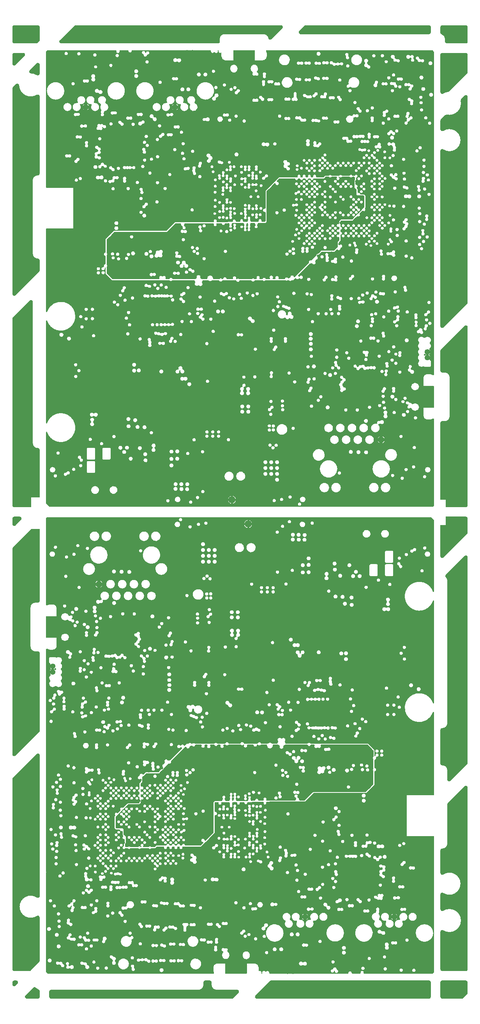
<source format=gbr>
*
%FSLAX45Y45*%
%MOMM*%
%ADD10C,3.332000*%
%ADD11C,0.502920*%
%ADD12C,0.639597*%
%ADD13C,0.411000*%
%ADD14C,1.300000*%
%ADD15C,0.500380*%
%ADD16C,0.640080*%
%ADD17C,1.300480*%
%ADD18C,1.427480*%
%ADD19C,1.554480*%
%ADD20C,0.665000*%
%ADD21C,0.120000*%
%IPPOS*%
%LNl6s_lev.gbr*%
%LPD*%
%SRX1Y1I0J0*%
G01*
G75*
G36*
X004470479Y000722986D02*
Y000710998D01*
G03X004487124Y000660839I000083948J000000017D01*
G02X004478812Y000644245I-000008340J-000006201D01*
G01X000873739D01*
G02X000870158Y000645728I000000388J000006000D01*
G01X000838082Y000677804D01*
G02X000836600Y000681384I000004517J000003968D01*
G01Y000874991D01*
X001048998D01*
X001049004D01*
G03X001110503Y000847421I000036645J-000000635D01*
G02X001125654Y000846303I000007054J-000007621D01*
G03X001149396Y000832931I000028570J000022964D01*
G02X001158364Y000821711I-000001389J-000010304D01*
G03X001231515Y000819103I000036506J-000003243D01*
G01X001231520D01*
X001288040D01*
X001288049D01*
X001288124D01*
G02X001284808Y000812432I-000010351J000000987D01*
G03X001340589Y000765899I000024776J-000027000D01*
G02X001357967Y000766194I000008786J-000005549D01*
G03X001438952Y000791566I000036717J000024738D01*
G01X001438957D01*
X001686570D01*
X001686600D01*
G03X001768581Y000766167I000044209J-000002310D01*
G01X001920217D01*
X001920223D01*
G03X001920217Y000765531I000036645J-000000635D01*
G03X001993513Y000766167I000036651J000000000D01*
G01X001993519D01*
X002105668D01*
G03X002178933Y000768300I000036620J000001499D01*
G01X002178939D01*
X002436601D01*
G03X002624719Y000809340I000079169J000088773D01*
G01X002677564D01*
X002677570D01*
G03X002696348Y000776702I000036649J-000000635D01*
G02X002699714Y000761556I-000005062J-000009073D01*
G03X002692809Y000740132I000029749J-000021413D01*
G03X002761855Y000722986I000036653J000000006D01*
G01X003299869D01*
X003299874D01*
G03X003299869Y000722351I000044266J-000000631D01*
G03X003388406Y000722986I000044271J000000000D01*
G01X003388411D01*
X004470479D01*
G37*
G36*
X000836600Y000873721D02*
Y000930860D01*
X000868657D01*
X000868662D01*
G03X000868657Y000930225I000044266J-000000631D01*
G03X000957194Y000930860I000044271J000000000D01*
G01X000957199D01*
X001856757D01*
G02X001857325Y000930510I000000000J-000000635D01*
G03X001836829Y000897611I000016155J-000032898D01*
G03X001836835Y000896977I000036651J000000000D01*
G01X001836829D01*
X001640292D01*
G03X001576381Y000871839I-000027262J-000024502D01*
G01X001576376D01*
X001335069D01*
G03X001263229Y000860989I-000035197J-000010216D01*
G01X001263224D01*
X001191540D01*
G02X001190732Y000866019I000009549J000004114D01*
G03X001129373Y000896189I-000036490J000003267D01*
G02X001114222Y000897307I-000007054J000007621D01*
G03X001049004Y000873721I-000028574J-000022951D01*
G01X001048998D01*
X000836600D01*
G37*
G36*
Y000929590D02*
Y001010165D01*
X002216597D01*
X002216616D01*
G03X002253254Y000972873I000036646J-000000641D01*
G03X002255309Y000972921I000000167J000036651D01*
G02X002266173Y000964134I000000601J-000010367D01*
G03X002287290Y000932817I000043758J000006727D01*
G02X002287298Y000914938I-000005276J-000008942D01*
G03X002270477Y000896977I000022630J-000038051D01*
G01X001910131D01*
X001910125D01*
G03X001855573Y000929590I-000036645J000000635D01*
G01X000957199D01*
X000957194D01*
G03X000868657Y000930225I-000044266J000000635D01*
G03X000868662Y000929590I000044271J-000000004D01*
G01X000868657D01*
X000836600D01*
G37*
G36*
Y001008895D02*
Y001185267D01*
X001676809D01*
X001676814D01*
G03X001676809Y001184631I000036645J-000000635D01*
G03X001742285Y001161996I000036651J000000000D01*
G01X004483079D01*
X004483085D01*
G03X004556379Y001161365I000036644J-000000635D01*
G03X004556373Y001162000I-000036626J000000000D01*
G01X004556379D01*
X004648448D01*
G03X004680655Y001130039I000036377J000004448D01*
G02X004686453Y001112027I-000001189J-000010322D01*
G03X004660496Y001053492I000052981J-000058517D01*
G01Y001038505D01*
G03X004678992Y000987731I000078942J000000000D01*
G01X004678464D01*
X002745486D01*
X002745480D01*
G03X002672184Y000988365I-000036645J000000635D01*
G03X002672190Y000987731I000036651J000000000D01*
G01X002672184D01*
X002350861D01*
G03X002300225Y001014055I-000040930J-000016868D01*
G02X002288086Y001020955I-000002261J000010151D01*
G03X002216616Y001008895I-000034823J-000011430D01*
G01X002216597D01*
X000836600D01*
G37*
G36*
Y001183997D02*
Y001239013D01*
X001064669D01*
X001064674D01*
G03X001064669Y001238378I000044266J-000000631D01*
G03X001153206Y001239013I000044271J000000000D01*
G01X001153211D01*
X001532203D01*
G03X001571467Y001244295I000015521J000033198D01*
G02X001584928Y001244308I000006738J-000007924D01*
G03X001634534Y001246227I000023761J000027903D01*
G01X001780949D01*
X001780955D01*
G03X001780949Y001245592I000036645J-000000635D01*
G03X001854245Y001246227I000036651J000000000D01*
G01X001854250D01*
X002512707D01*
G03X002682478Y001294486I000063078J000100845D01*
G01X002845209D01*
X002845215D01*
G03X002845209Y001293852I000036645J-000000635D01*
G03X002892882Y001258898I000036651J000000000D01*
G01X003122680D01*
X003122686D01*
G03X003188036Y001235482I000036643J-000000635D01*
G02X003204345Y001235526I000008172J-000006426D01*
G03X003269684Y001258955I000028697J000022794D01*
G01X003269689D01*
X003313125D01*
G03X003363318Y001232293I000035948J000007097D01*
G02X003376165Y001228261I000004056J-000009559D01*
G03X003443858Y001248366I000031051J000019467D01*
G01X003740030D01*
G03X003777992Y001254203I000014240J000033756D01*
G02X003792567Y001253102I000006733J-000007900D01*
G03X003856931Y001277702I000027723J000023965D01*
G01X003856935D01*
X003929145D01*
G03X004114020Y001267308I000096629J000069362D01*
G01X006396132D01*
X006396137D01*
G03X006456522Y001238758I000036642J-000000635D01*
G02X006469982Y001238771I000006738J-000007924D01*
G03X006530388Y001267311I000023761J000027903D01*
G01X008196680D01*
G03X008208619Y001248703I000042048J000013844D01*
G02X008208946Y001240292I-000004037J-000004368D01*
G03X008197103Y001206857I000032314J-000030260D01*
G01X008197070D01*
X008197054D01*
X007350811D01*
X007350806D01*
G03X007262269Y001207492I-000044266J000000635D01*
G03X007262274Y001206857I000044271J-000000004D01*
G01X007262269D01*
X005975284D01*
G03X005900829Y001174472I-000030184J-000032385D01*
G03X005900834Y001173837I000044271J-000000004D01*
G01X005900829D01*
X005847131D01*
X005847126D01*
G03X005758589Y001174472I-000044266J000000635D01*
G03X005758594Y001173837I000044271J-000000004D01*
G01X005758589D01*
X004784220D01*
G03X004723590Y001193486I-000035892J-000007382D01*
G02X004709571Y001193481I-000007012J000007655D01*
G03X004648177Y001166445I-000024744J-000027036D01*
G03X004648183Y001165810I000036648J000000000D01*
G01X004648177D01*
X004556108D01*
G03X004547643Y001185107I-000036356J-000004443D01*
G02X004547630Y001198567I000007924J000006738D01*
G03X004491813Y001198583I-000027902J000023758D01*
G02X004491826Y001185123I-000007924J-000006738D01*
G03X004490905Y001183997I000027902J-000023762D01*
G01X001750111D01*
X001750105D01*
G03X001676809Y001184631I-000036645J000000635D01*
G03X001676814Y001183997I000036651J000000000D01*
G01X001676809D01*
X000836600D01*
G37*
G36*
Y001237743D02*
Y001424025D01*
X001283111D01*
X001283116D01*
G03X001319760Y001386741I000036643J-000000635D01*
G03X001334620Y001389888I-000000000J000036651D01*
G02X001348810Y001383298I000004214J-000009498D01*
G03X001407713Y001365707I000035158J000010313D01*
G02X001421174Y001365720I000006738J-000007924D01*
G03X001481573Y001394258I000023758J000027902D01*
G01X001481579D01*
X001646894D01*
G03X001654765Y001390874I000018313J000031754D01*
G02X001662057Y001379206I-000002949J-000009955D01*
G03X001721962Y001345260I000036150J-000006035D01*
G02X001735423Y001345273I000006738J-000007924D01*
G03X001795822Y001373811I000023758J000027902D01*
G01X001795828D01*
X001841936D01*
G03X001902302Y001347216I000036623J000001320D01*
G02X001915763Y001347229I000006738J-000007924D01*
G03X001955886Y001342338I000023761J000027903D01*
G01X002047650D01*
X002047655D01*
G03X002120950Y001341704I000036645J-000000635D01*
G03X002120460Y001347706I-000036651J000000026D01*
G01X002120554D01*
X002120565D01*
X002456838D01*
X002456839D01*
G03X002514276Y001245262I000118946J-000000635D01*
G02X002513733Y001244957I-000000543J000000330D01*
G01X001854250D01*
X001854245D01*
G03X001791755Y001271578I-000036645J000000635D01*
G01X001645333D01*
G03X001608685Y001308862I-000036644J000000634D01*
G03X001584943Y001300126I-000000002J-000036626D01*
G02X001571482Y001300113I-000006738J000007924D01*
G03X001511082Y001271576I-000023758J-000027902D01*
G01X001511077D01*
X001138228D01*
G03X001064669Y001238378I-000029288J-000033198D01*
G03X001064674Y001237743I000044271J-000000004D01*
G01X001064669D01*
X000836600D01*
G37*
G36*
Y001422754D02*
Y001489660D01*
X001023597D01*
X001023602D01*
G03X001023597Y001489025I000044266J-000000631D01*
G03X001112134Y001489660I000044271J000000000D01*
G01X001112139D01*
X001317822D01*
X001317823D01*
X001317828D01*
G03X001321052Y001473968I000036628J-000000653D01*
G02X001313392Y001459481I-000009466J-000004264D01*
G03X001283116Y001422754I000006368J-000036092D01*
G01X001283111D01*
X000836600D01*
G37*
G36*
Y001488390D02*
Y001616660D01*
X000853417D01*
X000853422D01*
G03X000853417Y001616025I000044266J-000000631D01*
G03X000937543Y001596750I000044271J000000000D01*
G01X003157616D01*
X003157622D01*
G03X003230887Y001594331I000036652J-000000635D01*
G01X003360958D01*
X003360963D01*
G03X003397607Y001557047I000036643J-000000635D01*
G03X003434135Y001590763I-000000003J000036648D01*
G02X003443664Y001600299I000010361J-000000823D01*
G03X003477380Y001637465I-000002926J000036531D01*
G01X003477386D01*
X003493997D01*
G03X003548120Y001630045I000030380J000020495D01*
G02X003561581Y001630058I000006738J-000007924D01*
G03X003599979Y001624360I000023766J000027925D01*
G02X003614014Y001618026I000004148J-000009525D01*
G03X003685606Y001629763I000034938J000011102D01*
G01X003685612D01*
X003821228D01*
G03X003824224Y001625710I000030887J000019699D01*
G02X003824237Y001612248I-000007924J-000006738D01*
G03X003880055Y001612233I000027902J-000023758D01*
G02X003880042Y001625694I000007924J000006738D01*
G03X003880974Y001626834I-000027901J000023754D01*
G01X005516864D01*
X005516868D01*
G03X005603384Y001639403I000044263J-000000635D01*
G02X005613698Y001652881I000009907J000003104D01*
G03X005659743Y001697748I000001782J000044232D01*
G01X005659748D01*
X005712756D01*
G02X005713314Y001697416I000000000J-000000635D01*
G03X005617616Y001569342I000090511J-000167421D01*
G01X005167020D01*
X005167014D01*
G03X005093841Y001572910I-000036643J000000635D01*
G02X005084312Y001563374I-000010360J000000823D01*
G03X005050596Y001526208I000002927J-000036531D01*
G01X005050592D01*
X002697063D01*
G03X002623797Y001524585I-000036615J-000001623D01*
G01X002623798Y001524356D01*
X002623793D01*
X001775511D01*
X001775505D01*
G03X001702209Y001524991I-000036645J000000635D01*
G03X001702214Y001524356I000036651J000000000D01*
G01X001702209D01*
X001364072D01*
G03X001317828Y001488390I-000009616J-000035349D01*
G01X001317823D01*
X001317822D01*
X001112139D01*
X001112134D01*
G03X001023597Y001489025I-000044266J000000635D01*
G03X001023602Y001488390I000044271J-000000004D01*
G01X001023597D01*
X000836600D01*
G37*
G36*
Y001615390D02*
Y001670000D01*
X001084557D01*
X001084563D01*
G03X001084557Y001669365I000036645J-000000635D01*
G03X001157853Y001670000I000036651J000000000D01*
G01X001157859D01*
X002871574D01*
X002871590D01*
X002871595D01*
G03X002944876Y001668908I000036632J-000001092D01*
G03X002944870Y001669542I-000036673J000000000D01*
G01X002944876D01*
X002988617D01*
G03X003047867Y001650695I000035507J000009068D01*
G02X003061328Y001650708I000006738J-000007924D01*
G03X003121734Y001679248I000023761J000027903D01*
G01X003181664D01*
X003181687D01*
X003182119D01*
G03X003179358Y001641221I000029833J-000021279D01*
G02X003175462Y001627577I-000009232J-000004742D01*
G03X003163093Y001615390I000018811J-000031462D01*
G01X000941959D01*
X000941954D01*
G03X000853417Y001616025I-000044266J000000635D01*
G03X000853422Y001615390I000044271J-000000004D01*
G01X000853417D01*
X000836600D01*
G37*
G36*
Y001668730D02*
Y001749145D01*
X001280570D01*
X001280575D01*
G03X001317219Y001711860I000036644J-000000635D01*
G03X001325381Y001712785I-000000018J000036652D01*
G02X001337737Y001705417I000002337J-000010125D01*
G03X001409746Y001715689I000035363J000009637D01*
G01X001409752D01*
X002837133D01*
G03X002864114Y001683717I000036491J000003424D01*
G02X002871770Y001672644I-000002676J-000010034D01*
G03X002871579Y001668730I000036458J-000003736D01*
G01X002871574D01*
X001157859D01*
X001157853D01*
G03X001084557Y001669365I-000036645J000000635D01*
G03X001084563Y001668730I000036651J000000000D01*
G01X001084557D01*
X000836600D01*
G37*
G36*
Y001747875D02*
Y001787247D01*
X001079909D01*
X001079915D01*
G03X001079909Y001786611I000036645J-000000635D01*
G03X001153205Y001787247I000036651J000000000D01*
G01X001153211D01*
X001293103D01*
G02X001291451Y001774571I-000008953J-000005279D01*
G03X001280575Y001747875I000025768J-000026061D01*
G01X001280570D01*
X000836600D01*
G37*
G36*
Y001785977D02*
Y001899006D01*
X002139089D01*
X002139095D01*
G03X002139089Y001898372I000036645J-000000635D01*
G03X002212385Y001899006I000036651J000000000D01*
G01X002212390D01*
X002450502D01*
G03X002491981Y001880640I000032398J000017146D01*
G01X005973371D01*
X005973374D01*
G03X006034277Y001796677I000087454J-000000635D01*
G02X006039684Y001780896I-000003146J-000009894D01*
G01X002590419D01*
X002590413D01*
G03X002517117Y001781531I-000036645J000000635D01*
G03X002517123Y001780896I000036651J000000000D01*
G01X002517117D01*
X001346569D01*
X001346554D01*
X001346194D01*
G02X001348069Y001783412I000009176J-000004882D01*
G03X001292579Y001788048I-000025760J000026067D01*
G02X001293739Y001785977I-000008430J-000006080D01*
G01X001293448D01*
X001153211D01*
X001153205D01*
G03X001079909Y001786611I-000036645J000000635D01*
G03X001079915Y001785977I000036651J000000000D01*
G01X001079909D01*
X000836600D01*
G37*
G36*
Y001897737D02*
Y001944320D01*
X001069317D01*
X001069323D01*
G03X001069317Y001943685I000036645J-000000635D01*
G03X001142613Y001944320I000036651J000000000D01*
G01X001142619D01*
X001835891D01*
G03X001897407Y001957065I000026926J000024869D01*
G02X001899704Y001960830I000009802J-000003399D01*
G01X002246785D01*
X002246791D01*
G03X002246785Y001960195I000036645J-000000635D01*
G03X002320081Y001960830I000036651J000000000D01*
G01X002320086D01*
X002405790D01*
G03X002437490Y001934207I000035306J000009854D01*
G02X002446739Y001922156I-000000991J-000010336D01*
G03X002451206Y001897737I000036160J-000006003D01*
G01X002450846D01*
X002212390D01*
X002212385D01*
G03X002139089Y001898372I-000036645J000000635D01*
G03X002139095Y001897737I000036651J000000000D01*
G01X002139089D01*
X000836600D01*
G37*
G36*
Y001943050D02*
Y002117040D01*
X000977877D01*
X000977883D01*
G03X000977877Y002116405I000036645J-000000635D01*
G03X001051173Y002117040I000036651J000000000D01*
G01X001051179D01*
X001297917D01*
X001297923D01*
G03X001371170Y002114502I000036646J-000000635D01*
G02X001384085Y002124031I000010366J-000000533D01*
G03X001388113Y002123254I000008951J000035554D01*
G02X001394129Y002105645I-000001351J-000010294D01*
G03X001386662Y002064895I000025990J-000025821D01*
G02X001382358Y002051656I-000009495J-000004232D01*
G03X001434087Y002034794I000018258J-000031766D01*
G02X001438379Y002048025I000009495J000004232D01*
G03X001456727Y002081886I-000018243J000031786D01*
G01X001456758D01*
X001586261D01*
X001586266D01*
G03X001646651Y002053336I000036642J-000000635D01*
G02X001660112Y002053349I000006738J-000007924D01*
G03X001720517Y002081889I000023761J000027903D01*
G01X001884944D01*
X001885377D01*
G03X001887525Y002037189I000030064J-000020957D01*
G02X001887525Y002023713I-000007924J-000006738D01*
G03X001880839Y002012074I000027893J-000023762D01*
G02X001869230Y002005276I-000009796J000003418D01*
G03X001826169Y001968554I-000006413J-000036088D01*
G01X001826164D01*
X001132891D01*
G03X001069317Y001943685I-000026923J-000024869D01*
G03X001069323Y001943050I000036651J000000000D01*
G01X001069317D01*
X000836600D01*
G37*
G36*
Y002115770D02*
Y002231340D01*
X000894057D01*
X000894063D01*
G03X000894057Y002230705I000036645J-000000635D01*
G03X000967353Y002231340I000036651J000000000D01*
G01X000967359D01*
X001404691D01*
X001404702D01*
X001404746D01*
G03X001408868Y002211011I000036520J-000003178D01*
G02X001398212Y002195870I-000009172J-000004866D01*
G03X001356386Y002161488I-000005220J-000036281D01*
G02X001343471Y002151959I-000010366J000000532D01*
G03X001297923Y002115770I-000008902J-000035554D01*
G01X001297917D01*
X001051179D01*
X001051173D01*
G03X000977877Y002116405I-000036645J000000635D01*
G03X000977883Y002115770I000036651J000000000D01*
G01X000977877D01*
X000836600D01*
G37*
G36*
Y002230070D02*
Y002313026D01*
X006359048D01*
X006359053D01*
G03X006419438Y002284476I000036642J-000000635D01*
G02X006432898Y002284489I000006738J-000007924D01*
G03X006485486Y002289760I000023761J000027903D01*
G01X006762346D01*
X006762352D01*
G03X006762346Y002289125I000036645J-000000635D01*
G03X006835642Y002289760I000036651J000000000D01*
G01X006835648D01*
X007359843D01*
G02X007360432Y002289363I000000000J-000000635D01*
G03X007337225Y002255267I000013443J-000034096D01*
G03X007337230Y002254632I000036651J000000000D01*
G01X007337225D01*
X007261496D01*
G03X007220180Y002283002I-000041317J-000015901D01*
G03X007177801Y002251507I000000005J-000044267D01*
G02X007165927Y002244293I-000009948J000002996D01*
G03X007122564Y002207624I-000006714J-000036034D01*
G01X007122558D01*
X004989114D01*
G03X004923640Y002184985I-000028823J-000022639D01*
G03X004923646Y002184350I000036651J000000000D01*
G01X004923640D01*
X003737386D01*
G03X003681738Y002194206I-000031894J-000018053D01*
G02X003668278Y002194193I-000006738J000007924D01*
G03X003608008Y002169440I-000023758J-000027902D01*
G01X003499583D01*
X003499578D01*
G03X003439194Y002197991I-000036641J000000635D01*
G02X003425733Y002197977I-000006738J000007924D01*
G03X003384577Y002202334I-000023760J-000027890D01*
G02X003371400Y002205125I-000004948J000009142D01*
G03X003312111Y002203530I-000029066J-000022326D01*
G01X003021251D01*
G03X002984603Y002240813I-000036644J000000634D01*
G03X002960861Y002232077I-000000002J-000036626D01*
G02X002947400Y002232064I-000006738J000007924D01*
G03X002898136Y002230477I-000023758J-000027902D01*
G01X001974596D01*
X001974590D01*
G03X001901294Y002231111I-000036645J000000635D01*
G03X001901300Y002230477I000036651J000000000D01*
G01X001901294D01*
X001477852D01*
G03X001404658Y002230070I-000036585J-000002315D01*
G01X000967359D01*
X000967353D01*
G03X000894057Y002230705I-000036645J000000635D01*
G03X000894063Y002230070I000036651J000000000D01*
G01X000894057D01*
X000836600D01*
G37*
G36*
Y002311756D02*
Y002401520D01*
X001607797D01*
X001607803D01*
G03X001607797Y002400885I000036645J-000000635D01*
G03X001681093Y002401520I000036651J000000000D01*
G01X001681099D01*
X001734298D01*
G03X001805534Y002412573I000034604J000012062D01*
G02X001816309Y002422678I000010391J-000000282D01*
G03X001837611Y002428596I000001299J000036624D01*
G01X006286477D01*
X006286483D01*
G03X006286477Y002427962I000036645J-000000635D01*
G03X006359773Y002428596I000036651J000000000D01*
G01X006359779D01*
X009263154D01*
Y002342234D01*
X008171212D01*
X008171206D01*
G03X008110604Y002370601I-000036643J000000635D01*
G02X008102449Y002370925I-000003906J000004477D01*
G03X008045675Y002325048I-000026291J-000025532D01*
G02X008042882Y002316205I-000004922J-000003308D01*
G03X008042124Y002315902I000013249J-000034188D01*
G02X008028676Y002321512I-000003872J000009641D01*
G03X007958217Y002306683I-000033803J-000014194D01*
G01X007958212D01*
X006831168D01*
G03X006770170Y002311759I-000032171J-000017558D01*
G01X006493304D01*
G03X006456656Y002349042I-000036644J000000634D01*
G03X006432914Y002340307I-000000002J-000036626D01*
G02X006419453Y002340294I-000006738J000007924D01*
G03X006359053Y002311756I-000023758J-000027902D01*
G01X006359048D01*
X000836600D01*
G37*
G36*
Y002400250D02*
Y002457379D01*
X001676441D01*
X001676446D01*
G03X001720004Y002420772I000036628J-000000635D01*
G02X001732329Y002411266I000001958J-000010204D01*
G03X001734767Y002400250I000036573J000002316D01*
G01X001734535D01*
X001734516D01*
X001681099D01*
X001681093D01*
G03X001607797Y002400885I-000036645J000000635D01*
G03X001607803Y002400250I000036651J000000000D01*
G01X001607797D01*
X000836600D01*
G37*
G36*
Y002456109D02*
Y002546707D01*
X001702209D01*
X001702213D01*
G03X001702209Y002546072I000044266J-000000631D01*
G03X001785693Y002525523I000044271J000000000D01*
G01X002028145D01*
X002028151D01*
G03X002088535Y002496972I000036641J-000000635D01*
G02X002101996Y002496986I000006738J-000007924D01*
G03X002162401Y002525526I000023761J000027903D01*
G01X002208609D01*
G03X002216303Y002510442I000035609J000008660D01*
G02X002216316Y002496981I-000007924J-000006738D01*
G03X002207575Y002472586I000027903J-000023761D01*
G01X002207570D01*
X001851763D01*
G03X001780974Y002460319I-000034156J-000013283D01*
G02X001770199Y002450211I-000010391J000000281D01*
G03X001768906Y002450236I-000001334J-000036627D01*
G03X001761958Y002449578I-000000036J-000036652D01*
G02X001749633Y002459083I-000001958J000010204D01*
G03X001676446Y002456109I-000036559J-000002339D01*
G01X001676441D01*
X000836600D01*
G37*
G36*
Y002545436D02*
Y002630122D01*
X002240250D01*
X002240256D01*
G03X002299870Y002600911I000036653J-000000635D01*
G02X002313409Y002600437I000006494J-000008104D01*
G03X002362042Y002599436I000024880J000026890D01*
G02X002375502Y002599449I000006738J-000007924D01*
G03X002435766Y002624125I000023758J000027902D01*
G01X002606456D01*
X002606461D01*
G03X002667197Y002595883I000036639J-000000635D01*
G02X002680891Y002595893I000006853J-000007826D01*
G03X002693532Y002588669I000024140J000027569D01*
G02X002699678Y002574390I-000003261J-000009865D01*
G03X002724556Y002523063I000033150J-000015625D01*
G02X002723939Y002522577I-000000617J000000149D01*
G01X002608628D01*
X002608622D01*
G03X002548238Y002551127I-000036642J000000635D01*
G02X002534777Y002551114I-000006738J000007924D01*
G03X002481190Y002544508I-000023761J-000027903D01*
G02X002465474Y002543065I-000008476J000006009D01*
G03X002439900Y002553462I-000025573J-000026255D01*
G03X002416158Y002544726I-000000002J-000036626D01*
G02X002402697Y002544713I-000006738J000007924D01*
G03X002342297Y002516176I-000023758J-000027902D01*
G01X002342292D01*
X002276484D01*
X002276134D01*
G03X002208942Y002524256I-000031916J000018010D01*
G01X002208770D01*
X002162401D01*
G03X002125752Y002561538I-000036644J000000634D01*
G03X002102011Y002552803I-000000002J-000036626D01*
G02X002088550Y002552790I-000006738J000007924D01*
G03X002034448Y002545436I-000023758J-000027902D01*
G01X001790751D01*
X001790746D01*
G03X001702209Y002546072I-000044266J000000635D01*
G03X001702213Y002545436I000044271J-000000004D01*
G01X001702209D01*
X000836600D01*
G37*
G36*
Y002628852D02*
Y002767534D01*
X001100255D01*
X001100260D01*
G03X001100255Y002766899I000036645J-000000635D01*
G03X001172240Y002757167I000036651J000000000D01*
G01X001658724D01*
X001658729D01*
G03X001677537Y002724522I000036634J-000000635D01*
G02X001681794Y002710881I-000005070J-000009066D01*
G03X001759025Y002667820I000039670J-000019640D01*
G02X001777162Y002666929I000008821J-000005493D01*
G03X001846628Y002683867I000032823J000016304D01*
G01X001846634D01*
X001989375D01*
G03X002061426Y002683460I000036064J000006570D01*
G01X003281657D01*
X003281663D01*
G03X003318308Y002646174I000036645J-000000635D01*
G03X003354885Y002680325I-000000006J000036670D01*
G02X003364580Y002689985I000010360J-000000702D01*
G03X003380957Y002695031I-000002305J000036579D01*
G02X003394220Y002692773I000005303J-000008931D01*
G02X003394771Y002678817I-000007434J-000007283D01*
G03X003459532Y002655927I000028111J-000023525D01*
G01X003459537D01*
X003545492D01*
G02X003543833Y002650882I-000005873J-000000864D01*
G03X003605022Y002586940I000031450J-000031152D01*
G01X006809717D01*
X006809723D01*
G03X006809717Y002586305I000036645J-000000635D01*
G03X006822920Y002558137I000036651J000000000D01*
G01X006822177D01*
X002830446D01*
X002830441D01*
G03X002770056Y002586687I-000036642J000000635D01*
G02X002756587Y002586681I-000006738J000007924D01*
G03X002744320Y002593588I-000023778J-000027882D01*
G02X002738160Y002607872I000003247J000009870D01*
G03X002680903Y002651098I-000033145J000015632D01*
G02X002667208Y002651088I-000006853J000007825D01*
G03X002606598Y002626717I-000024108J-000027597D01*
G01X002435908D01*
X002435902D01*
G03X002375518Y002655267I-000036642J000000635D01*
G02X002362057Y002655254I-000006738J000007924D01*
G03X002315338Y002655925I-000023766J-000027928D01*
G02X002301798Y002656399I-000006494J000008104D01*
G03X002240256Y002628852I-000024890J-000026913D01*
G01X002240250D01*
X000836600D01*
G37*
G36*
Y002766264D02*
Y002833320D01*
X001168377D01*
X001168383D01*
G03X001168377Y002832685I000036645J-000000635D01*
G03X001241673Y002833320I000036651J000000000D01*
G01X001241679D01*
X001662011D01*
X001662037D01*
X001662320D01*
G03X001667460Y002793754I000033055J-000015823D01*
G02X001667460Y002780278I-000007924J-000006738D01*
G03X001660040Y002766264I000027903J-000023746D01*
G01X001173556D01*
X001173551D01*
G03X001100255Y002766899I-000036645J000000635D01*
G03X001100260Y002766264I000036651J000000000D01*
G01X001100255D01*
X000836600D01*
G37*
G36*
Y002832050D02*
Y002847820D01*
G02X000838083Y002851401I000006000J-000000388D01*
G01X000838417Y002851735D01*
X000838083Y002852069D01*
G02X000836600Y002855650I000004517J000003969D01*
G01Y002934844D01*
X001686461D01*
X001686466D01*
G03X001686461Y002934209I000036645J-000000635D01*
G03X001759757Y002934844I000036651J000000000D01*
G01X001759762D01*
X002149586D01*
X002149597D01*
X002149691D01*
G03X002212396Y002930245I000031137J-000005234D01*
G01X002212403D01*
X002267512D01*
X002267518D01*
G03X002267512Y002929612I000031565J-000000628D01*
G03X002329732Y002922042I000031571J000000000D01*
G01X003172615D01*
X003172622D01*
G03X003172615Y002921407I000031564J-000000641D01*
G03X003234449Y002912416I000031571J000000000D01*
G01X005082898D01*
X005082903D01*
G03X005082898Y002911780I000044266J-000000631D01*
G03X005114281Y002869427I000044271J000000000D01*
G02X005113675Y002868981I-000000606J000000189D01*
G01X002160321D01*
X002160314D01*
G03X002097179Y002869617I-000031564J000000635D01*
G03X002097186Y002868981I000031571J000000006D01*
G01X002097179D01*
X001933964D01*
G03X001874929Y002853412I-000027464J-000015570D01*
G03X001874935Y002852776I000031571J000000006D01*
G01X001874929D01*
X001705291D01*
G03X001661742Y002832050I-000009917J-000035280D01*
G01X001241679D01*
X001241673D01*
G03X001168377Y002832685I-000036645J000000635D01*
G03X001168383Y002832050I000036651J000000000D01*
G01X001168377D01*
X000836600D01*
G37*
G36*
Y002933574D02*
Y003033980D01*
X001015977D01*
X001015983D01*
G03X001015977Y003033345I000036645J-000000635D01*
G03X001085021Y003016200I000036651J000000000D01*
G01X001458369D01*
X001458375D01*
G03X001458369Y003015565I000036645J-000000635D01*
G03X001516886Y002986152I000036651J000000000D01*
G01X001762991D01*
X001762998D01*
G03X001762991Y002985517I000031564J-000000641D01*
G03X001826062Y002983409I000031571J000000000D01*
G01X001871475D01*
X001871481D01*
G03X001871475Y002982773I000031564J-000000641D01*
G03X001934610Y002983409I000031571J000000000D01*
G01X001934616D01*
X002098615D01*
X002098621D01*
G03X002138143Y002952219I000031568J-000000634D01*
G02X002150704Y002939068I000002640J-000010053D01*
G03X002149504Y002933574I000030125J-000009457D01*
G01X001759762D01*
X001759757D01*
G03X001686461Y002934209I-000036645J000000635D01*
G03X001686466Y002933574I000036651J000000000D01*
G01X001686461D01*
X000836600D01*
G37*
G36*
Y003032710D02*
Y003099766D01*
X001984657D01*
X001984664D01*
G03X001984657Y003099131I000031564J-000000641D01*
G03X002047721Y003096921I000031571J000000000D01*
G01X002212267D01*
X002212273D01*
G03X002212267Y003096286I000031564J-000000641D01*
G03X002275408Y003096286I000031571J000000000D01*
G01X002324077D01*
X002324084D01*
G03X002324077Y003095651I000031564J-000000641D01*
G03X002387180Y003094076I000031571J000000000D01*
G01X002432459D01*
X002432466D01*
G03X002432459Y003093442I000031564J-000000641D01*
G03X002495594Y003094076I000031571J000000000D01*
G01X002495600D01*
X002550568D01*
G03X002613482Y003097886I000031343J000003784D01*
G01X002613488D01*
X002663497D01*
X002663504D01*
G03X002663497Y003097252I000031564J-000000641D01*
G03X002726633Y003097886I000031571J000000000D01*
G01X002726639D01*
X002776623D01*
X002776630D01*
X002776629Y003097683D01*
G03X002839764Y003098318I000031571J000000000D01*
G01X002839771D01*
X002889774D01*
G03X002952873Y003097886I000031558J000000914D01*
G01X003116049D01*
X003116056D01*
G03X003116049Y003097252I000031564J-000000641D01*
G03X003179143Y003095524I000031571J000000000D01*
G01X003229181D01*
X003229187D01*
G03X003229181Y003094889I000031564J-000000641D01*
G03X003292316Y003095524I000031571J000000000D01*
G01X003292322D01*
X003455650D01*
G03X003518782Y003096540I000031568J000000381D01*
G01X003518789D01*
X003565756D01*
X003565763D01*
G03X003565756Y003095905I000031564J-000000641D01*
G03X003628891Y003096540I000031571J000000000D01*
G01X003628898D01*
X003967486D01*
G03X004009462Y003076550I000034553J000018489D01*
G02X004021718Y003067897I000001978J-000010205D01*
G03X004038975Y003038955I000043788J000006493D01*
G02X004038470Y003038705I-000000505J000000384D01*
G01X003689070D01*
X003689064D01*
G03X003625929Y003039340I-000031564J000000635D01*
G03X003625935Y003038705I000031571J000000006D01*
G01X003625929D01*
X003573856D01*
X003573850D01*
G03X003510714Y003039340I-000031564J000000635D01*
G03X003510721Y003038705I000031571J000000006D01*
G01X003510714D01*
X003461898D01*
X003461891D01*
G03X003398751Y003039009I-000031569J000000305D01*
G03X003398758Y003038374I000031571J000000006D01*
G01X003398751D01*
X003346997D01*
G03X003284223Y003033573I-000031203J-000004801D01*
G03X003284229Y003032939I000031571J000000006D01*
G01X003284223D01*
X003235650D01*
X003235631D01*
X003235580D01*
G03X003172747Y003038705I-000031376J000003327D01*
G01X002105711D01*
X002105704D01*
G03X002042569Y003039340I-000031564J000000635D01*
G03X002042575Y003038705I000031571J000000006D01*
G01X002042569D01*
X001523442D01*
G03X001462627Y003032710I-000028423J-000023140D01*
G01X001089279D01*
X001089273D01*
G03X001015977Y003033345I-000036645J000000635D01*
G03X001015983Y003032710I000036651J000000000D01*
G01X001015977D01*
X000836600D01*
G37*
G36*
Y003098496D02*
Y003171140D01*
X001015977D01*
X001015983D01*
G03X001015977Y003170505I000036645J-000000635D01*
G03X001086143Y003155671I000036651J000000000D01*
G01X001724409D01*
X001724414D01*
G03X001724409Y003155036I000036645J-000000635D01*
G03X001797694Y003153944I000036651J000000000D01*
G01X001928091D01*
X001928098D01*
G03X001928091Y003153309I000031564J-000000641D01*
G03X001991164Y003151227I000031571J000000000D01*
G01X002041223D01*
X002041229D01*
G03X002041223Y003150592I000031564J-000000641D01*
G03X002104358Y003151227I000031571J000000000D01*
G01X002104364D01*
X002157184D01*
G03X002219945Y003153640I000031256J000004445D01*
G01X002380643D01*
X002380650D01*
G03X002380643Y003153004I000031564J-000000641D01*
G03X002443784Y003152826I000031571J000000000D01*
G01X002606932D01*
X002606938D01*
G03X002606932Y003152192I000031564J-000000641D01*
G03X002670067Y003152826I000031571J000000000D01*
G01X002670073D01*
X002720063D01*
X002720070D01*
G03X002720063Y003152192I000031564J-000000641D01*
G03X002783198Y003152826I000031571J000000000D01*
G01X002783205D01*
X002833195D01*
X002833201D01*
G03X002833195Y003152192I000031564J-000000641D01*
G03X002896330Y003152826I000031571J000000000D01*
G01X002896336D01*
X002946327D01*
X002946333D01*
G03X002946327Y003152192I000031564J-000000641D01*
G03X003009462Y003152826I000031571J000000000D01*
G01X003009468D01*
X003060419D01*
X003060425D01*
G03X003060423Y003152471I000031569J-000000355D01*
G03X003123558Y003153106I000031571J000000000D01*
G01X003123565D01*
X003174977D01*
X003174984D01*
G03X003174977Y003152471I000031564J-000000641D01*
G03X003238108Y003151658I000031571J000000000D01*
G01X003285747D01*
X003285753D01*
G03X003285747Y003151023I000031564J-000000641D01*
G03X003348882Y003151658I000031571J000000000D01*
G01X003348888D01*
X003403583D01*
G03X003466143Y003156561I000031006J000005944D01*
G01X003775611D01*
X003775618D01*
G03X003775611Y003155925I000031564J-000000641D01*
G03X003838746Y003156561I000031571J000000000D01*
G01X003838752D01*
X004014571D01*
G02X004015066Y003156324I000000000J-000000635D01*
G02X004006992Y003153904I-000006763J000007885D01*
G03X003962855Y003114395I-000004953J-000038875D01*
G01X003962850D01*
X003622917D01*
G03X003565756Y003095905I-000025590J-000018489D01*
G03X003565763Y003095270I000031571J000000006D01*
G01X003565756D01*
X003518789D01*
X003518782D01*
G03X003455647Y003095905I-000031564J000000635D01*
G03X003455654Y003095270I000031571J000000006D01*
G01X003455647D01*
X003292320D01*
G03X003229228Y003096616I-000031568J-000000381D01*
G01X003179191D01*
X003179184D01*
G03X003116078Y003098597I-000031564J000000635D01*
G01X002952902D01*
X002952896D01*
G03X002889761Y003099233I-000031564J000000635D01*
G03X002889767Y003098597I000031571J000000006D01*
G01X002889761D01*
X002839757D01*
G03X002776629Y003097683I-000031558J-000000914D01*
G03X002776635Y003097048I000031571J000000006D01*
G01X002776629D01*
X002726645D01*
X002726638D01*
G03X002663497Y003097252I-000031570J000000203D01*
G01Y003097226D01*
X002663491D01*
X002613482D01*
X002613476D01*
G03X002550340Y003097861I-000031564J000000635D01*
G03X002550347Y003097226I000031571J000000006D01*
G01X002550340D01*
X002495373D01*
G03X002432498Y003095016I-000031343J-000003784D01*
G01X002387219D01*
X002387212D01*
G03X002324077Y003095651I-000031564J000000635D01*
G01X002275408D01*
X002275402D01*
G03X002212344Y003098496I-000031564J000000635D01*
G01X002047799D01*
X002047792D01*
G03X001984657Y003099131I-000031564J000000635D01*
G03X001984664Y003098496I000031571J000000006D01*
G01X001984657D01*
X000836600D01*
G37*
G36*
Y003169870D02*
Y003209646D01*
X001984657D01*
X001984664D01*
G03X001984657Y003209011I000031564J-000000641D01*
G03X002047741Y003207106I000031571J000000000D01*
G01X002098474D01*
X002098481D01*
G03X002098474Y003206472I000031564J-000000641D01*
G03X002161610Y003207106I000031571J000000000D01*
G01X002161616D01*
X002211344D01*
G03X002273638Y003207106I000031147J000005156D01*
G01X002437209D01*
X002437215D01*
G03X002437209Y003206472I000031564J-000000641D01*
G03X002500344Y003207106I000031571J000000000D01*
G01X002500350D01*
X003004804D01*
G03X003067932Y003208377I000031564J000000635D01*
G01X003067939D01*
X003116289D01*
G03X003179130Y003210307I000031331J000003886D01*
G01X003228952D01*
X003228959D01*
G03X003228952Y003209672I000031564J-000000641D01*
G03X003292094Y003209672I000031571J000000000D01*
G01X003458391D01*
X003458397D01*
G03X003458391Y003209037I000031564J-000000641D01*
G03X003521526Y003209672I000031571J000000000D01*
G01X003521532D01*
X003566785D01*
G03X003629901Y003209672I000031558J000000889D01*
G01X003683689D01*
X003683695D01*
G03X003683689Y003209037I000031564J-000000641D01*
G03X003746824Y003209672I000031571J000000000D01*
G01X003746830D01*
X003801132D01*
G03X003843064Y003240126I000010368J000029820D01*
G01X003843070D01*
X003970993D01*
X003971016D01*
X003971419D01*
G03X004004536Y003179981I000033124J-000020952D01*
G03X004007799Y003180126I-000000112J000039191D01*
G02X004019008Y003168519I000000885J-000010362D01*
G03X004018689Y003164024I000043951J-000005383D01*
G02X004013629Y003155290I-000010386J000000185D01*
G01X003838752D01*
X003838746D01*
G03X003775628Y003156967I-000031564J000000635D01*
G01X003466160D01*
X003466154D01*
G03X003403018Y003157602I-000031564J000000635D01*
G03X003403025Y003156967I000031571J000000006D01*
G01X003403018D01*
X003348324D01*
G03X003285757Y003151836I-000031006J-000005944D01*
G01X003238119D01*
X003238112D01*
G03X003174977Y003152471I-000031564J000000635D01*
G03X003174984Y003151836I000031571J000000006D01*
G01X003174977D01*
X003123565D01*
X003123558D01*
G03X003060423Y003152471I-000031564J000000635D01*
G03X003060430Y003151836I000031571J000000006D01*
G01X003060423D01*
X003009472D01*
X003009466D01*
G03X002946327Y003152192I-000031569J000000355D01*
G03X002946333Y003151557I000031571J000000006D01*
G01X002946327D01*
X002896336D01*
X002896330D01*
G03X002833195Y003152192I-000031564J000000635D01*
G03X002833201Y003151557I000031571J000000006D01*
G01X002833195D01*
X002783205D01*
X002783198D01*
G03X002720063Y003152192I-000031564J000000635D01*
G03X002720070Y003151557I000031571J000000006D01*
G01X002720063D01*
X002670073D01*
X002670067D01*
G03X002606932Y003152369I-000031564J000000635D01*
G01X002443785D01*
X002443778D01*
G03X002380709Y003155036I-000031564J000000635D01*
G01X002220010D01*
X002220004D01*
G03X002156869Y003155671I-000031564J000000635D01*
G03X002156876Y003155036I000031571J000000006D01*
G01X002156869D01*
X002104050D01*
G03X002041291Y003152674I-000031256J-000004445D01*
G01X001991233D01*
X001991226D01*
G03X001928110Y003154402I-000031564J000000635D01*
G01X001797710D01*
X001797705D01*
G03X001727545Y003169870I-000036645J000000635D01*
G01X001089279D01*
X001089273D01*
G03X001015977Y003170505I-000036645J000000635D01*
G03X001015983Y003169870I000036651J000000000D01*
G01X001015977D01*
X000836600D01*
G37*
G36*
Y003208377D02*
Y003301874D01*
X001028677D01*
X001028683D01*
G03X001028677Y003301239I000036645J-000000635D01*
G03X001073891Y003265603I000036651J000000000D01*
G01X002040689D01*
X002040696D01*
G03X002040689Y003264968I000031564J-000000641D01*
G03X002103824Y003265603I000031571J000000000D01*
G01X002103831D01*
X002267815D01*
G03X002329876Y003263012I000031267J000004369D01*
G01X002493775D01*
X002493781D01*
G03X002493775Y003262377I000031564J-000000641D01*
G03X002556910Y003263012I000031571J000000000D01*
G01X002556916D01*
X003283993D01*
X003283995D01*
X003283999D01*
G03X003283994Y003262427I000031565J-000000589D01*
G03X003347129Y003263063I000031571J000000000D01*
G01X003347136D01*
X003401724D01*
G03X003464757Y003266237I000031469J000002540D01*
G01X003464763D01*
X003513686D01*
X003513693D01*
G03X003513686Y003265603I000031564J-000000641D01*
G03X003576821Y003266237I000031571J000000000D01*
G01X003576828D01*
X003793743D01*
G02X003794282Y003265954I000000010J-000000635D01*
G03X003779929Y003239491I000017218J-000026463D01*
G03X003779936Y003238857I000031571J000000006D01*
G01X003779929D01*
X003725627D01*
G03X003683701Y003209926I-000010368J-000029820D01*
G01X003629914D01*
X003629907D01*
G03X003566772Y003210561I-000031564J000000635D01*
G03X003566779Y003209926I000031571J000000006D01*
G01X003566772D01*
X003521520D01*
G03X003458391Y003209037I-000031558J-000000889D01*
G01X003292094D01*
X003292087D01*
G03X003229013Y003211627I-000031564J000000635D01*
G01X003179191D01*
X003179184D01*
G03X003116049Y003212263I-000031564J000000635D01*
G03X003116056Y003211627I000031571J000000006D01*
G01X003116049D01*
X003067699D01*
G03X003004797Y003207741I-000031331J-000003886D01*
G03X003004804Y003207106I000031571J000000006D01*
G01X003004797D01*
X002500344D01*
G03X002437633Y003211627I-000031564J-000000635D01*
G01X002274062D01*
X002274055D01*
G03X002210920Y003212263I-000031564J000000635D01*
G03X002210927Y003211627I000031571J000000006D01*
G01X002210920D01*
X002161192D01*
G03X002098532Y003208377I-000031147J-000005156D01*
G01X002047799D01*
X002047792D01*
G03X001984657Y003209011I-000031564J000000635D01*
G03X001984664Y003208377I000031571J000000006D01*
G01X001984657D01*
X000836600D01*
G37*
G36*
Y003300604D02*
Y003354020D01*
X000944857D01*
X000944863D01*
G03X000944857Y003353385I000036645J-000000635D01*
G03X001018153Y003354020I000036651J000000000D01*
G01X001018159D01*
X001471063D01*
G02X001471638Y003353656I000000000J-000000635D01*
G03X001450317Y003320365I000015330J-000033291D01*
G03X001450323Y003319730I000036651J000000000D01*
G01X001450317D01*
X001096972D01*
G03X001028677Y003301239I-000031644J-000018491D01*
G03X001028683Y003300604I000036651J000000000D01*
G01X001028677D01*
X000836600D01*
G37*
G36*
Y003352750D02*
Y003463647D01*
X000919889D01*
X000919895D01*
G03X000919889Y003463011I000036645J-000000635D01*
G03X000972919Y003430224I000036651J000000000D01*
G01X001029106D01*
X001029112D01*
G03X001102410Y003429584I000036647J-000000635D01*
G03X001098803Y003445460I-000036649J000000021D01*
G01X001099089D01*
X001099112D01*
X001440589D01*
X001440595D01*
G03X001440589Y003444825I000036645J-000000635D01*
G03X001513219Y003437841I000036651J000000000D01*
G01X001620517D01*
X001620522D01*
G03X001667811Y003402140I000036641J-000000635D01*
G02X001680698Y003395403I000003005J-000009946D01*
G03X001681163Y003394084I000034800J000011507D01*
G02X001674060Y003386301I-000005576J-000002043D01*
G03X001645011Y003320018I-000009273J-000035443D01*
G02X001644479Y003319730I-000000531J000000348D01*
G01X001523619D01*
X001523613D01*
G03X001469807Y003352750I-000036645J000000635D01*
G01X001018159D01*
X001018153D01*
G03X000944857Y003353385I-000036645J000000635D01*
G03X000944863Y003352750I000036651J000000000D01*
G01X000944857D01*
X000836600D01*
G37*
G36*
Y003462377D02*
Y003549092D01*
X001984225D01*
X001984232D01*
G03X001984225Y003548457I000031564J-000000641D01*
G03X002047360Y003549092I000031571J000000000D01*
G01X002047367D01*
X002097205D01*
X002097211D01*
G03X002097205Y003548457I000031564J-000000641D01*
G03X002160340Y003549092I000031571J000000000D01*
G01X002160346D01*
X002328472D01*
X002328478D01*
G03X002328472Y003548457I000031564J-000000641D01*
G03X002391607Y003549092I000031571J000000000D01*
G01X002391613D01*
X002542517D01*
Y003491256D01*
X002220163D01*
X002220157D01*
G03X002157021Y003491891I-000031564J000000635D01*
G03X002157028Y003491256I000031571J000000006D01*
G01X002157021D01*
X001988439D01*
X001988432D01*
G03X001925312Y003492837I-000031564J000000635D01*
G01X001108750D01*
X001108745D01*
G03X001042975Y003471237I-000036641J000000635D01*
G02X001044786Y003462377I-000008255J-000006303D01*
G01X000993190D01*
X000993185D01*
G03X000919889Y003463011I-000036645J000000635D01*
G03X000919895Y003462377I000036651J000000000D01*
G01X000919889D01*
X000836600D01*
G37*
G36*
Y003547822D02*
Y003661360D01*
X001003277D01*
X001003283D01*
G03X001003277Y003660725I000036645J-000000635D01*
G03X001076573Y003661360I000036651J000000000D01*
G01X001076579D01*
X001132294D01*
G03X001144960Y003652402I000027016J000024766D01*
G02X001147751Y003635036I-000004067J-000009561D01*
G03X001135357Y003607563I000024257J-000027474D01*
G03X001208652Y003608196I000036650J-000000002D01*
G01X001208657D01*
X001401576D01*
G03X001434878Y003604319I000020420J000030438D01*
G02X001447519Y003599765I000003632J-000009737D01*
G03X001513873Y003605658I000031824J000018185D01*
G01X001681118D01*
G03X001694138Y003605658I000006510J000036068D01*
G01X001930555D01*
X001930562D01*
G03X001930555Y003605023I000031564J-000000641D01*
G03X001993690Y003605658I000031571J000000000D01*
G01X001993697D01*
X002151535D01*
X002151541D01*
G03X002151535Y003605023I000031564J-000000641D01*
G03X002214670Y003605658I000031571J000000000D01*
G01X002214677D01*
X002380059D01*
X002380065D01*
G03X002380059Y003605023I000031564J-000000641D01*
G03X002443194Y003605658I000031571J000000000D01*
G01X002443200D01*
X002495033D01*
X002495051D01*
X002495147D01*
G03X002530671Y003568916I000031077J-000005497D01*
G02X002542517Y003558614I000001463J-000010280D01*
G01Y003547822D01*
X002391613D01*
X002391607D01*
G03X002328472Y003548457I-000031564J000000635D01*
G03X002328478Y003547822I000031571J000000006D01*
G01X002328472D01*
X002160346D01*
X002160340D01*
G03X002097205Y003548457I-000031564J000000635D01*
G03X002097211Y003547822I000031571J000000006D01*
G01X002097205D01*
X002047367D01*
X002047360D01*
G03X001984225Y003548457I-000031564J000000635D01*
G03X001984232Y003547822I000031571J000000006D01*
G01X001984225D01*
X000836600D01*
G37*
G36*
Y003660090D02*
Y003778200D01*
X000906757D01*
X000906763D01*
G03X000906757Y003777565I000036645J-000000635D01*
G03X000980053Y003778200I000036651J000000000D01*
G01X000980059D01*
X001146473D01*
G03X001201470Y003821380I000010727J000042952D01*
G01X001201475D01*
X001328401D01*
X001328405D01*
G03X001401357Y003787033I000044262J-000000635D01*
G02X001415373Y003786562I000006751J-000007893D01*
G03X001457546Y003775381I000030959J000031644D01*
G01X002100430D01*
X002100437D01*
G03X002100430Y003774745I000031564J-000000641D01*
G03X002163565Y003775381I000031571J000000000D01*
G01X002163572D01*
X002434463D01*
G02X002436405Y003771876I-000003988J-000004500D01*
G01X002436440Y003771536D01*
G03X002481830Y003746448I000031400J000003206D01*
G02X002496797Y003737129I000004580J-000009322D01*
G01Y003717545D01*
X002444724D01*
X002444718D01*
G03X002381583Y003718180I-000031564J000000635D01*
G03X002381589Y003717545I000031571J000000006D01*
G01X002381583D01*
X001178181D01*
G03X001122665Y003685492I-000018871J-000031418D01*
G01X001122660D01*
X001066945D01*
G03X001003277Y003660725I-000027017J-000024767D01*
G03X001003283Y003660090I000036651J000000000D01*
G01X001003277D01*
X000836600D01*
G37*
G36*
Y003776930D02*
Y003821787D01*
X001112929D01*
X001112934D01*
G03X001112929Y003821152I000044266J-000000631D01*
G03X001150072Y003777458I000044271J000000000D01*
G02X001149437Y003776930I-000000626J000000107D01*
G01X000980059D01*
X000980053D01*
G03X000906757Y003777565I-000036645J000000635D01*
G03X000906763Y003776930I000036651J000000000D01*
G01X000906757D01*
X000836600D01*
G37*
G36*
Y003820516D02*
Y003888512D01*
X002097738D01*
X002097744D01*
G03X002097738Y003887877I000031564J-000000641D01*
G03X002160873Y003888512I000031571J000000000D01*
G01X002160879D01*
X002324535D01*
Y003830677D01*
X002217013D01*
X002217007D01*
G03X002153872Y003831311I-000031564J000000635D01*
G03X002153878Y003830677I000031571J000000006D01*
G01X002153872D01*
X002104288D01*
X002104282D01*
G03X002041147Y003831311I-000031564J000000635D01*
G03X002041153Y003830677I000031571J000000006D01*
G01X002041147D01*
X001992147D01*
X001992141D01*
G03X001929006Y003831311I-000031564J000000635D01*
G03X001929012Y003830677I000031571J000000006D01*
G01X001929006D01*
X001488809D01*
G03X001446328Y003862476I-000042477J-000012470D01*
G03X001417640Y003851917I-000000003J-000044246D01*
G02X001403641Y003852371I-000006751J000007893D01*
G03X001328401Y003820516I-000030973J-000031626D01*
G01X001328397D01*
X001201471D01*
X001201466D01*
G03X001112929Y003821152I-000044266J000000635D01*
G03X001112934Y003820516I000044271J-000000004D01*
G01X001112929D01*
X000836600D01*
G37*
G36*
Y003887242D02*
Y004039820D01*
X001458369D01*
X001458375D01*
G03X001458369Y004039185I000036645J-000000635D01*
G03X001531075Y004032607I000036651J000000000D01*
G01X001669189D01*
X001669194D01*
G03X001669189Y004031971I000036645J-000000635D01*
G03X001742168Y004027120I000036651J000000000D01*
G01X001767817D01*
X001767824D01*
G03X001767817Y004026485I000031564J-000000641D01*
G03X001818872Y004001644I000031571J000000000D01*
G01X001869900D01*
X001869906D01*
G03X001869900Y004001009I000031564J-000000641D01*
G03X001933035Y004001644I000031571J000000000D01*
G01X001933041D01*
X001983031D01*
X001983038D01*
G03X001983031Y004001009I000031564J-000000641D01*
G03X002046167Y004001644I000031571J000000000D01*
G01X002046173D01*
X002096163D01*
X002096170D01*
G03X002096163Y004001009I000031564J-000000641D01*
G03X002159298Y004001644I000031571J000000000D01*
G01X002159304D01*
X002324535D01*
Y003887242D01*
X002160879D01*
X002160873D01*
G03X002097738Y003887877I-000031564J000000635D01*
G03X002097744Y003887242I000031571J000000006D01*
G01X002097738D01*
X000836600D01*
G37*
G36*
Y004038550D02*
Y004077920D01*
X001120117D01*
X001120123D01*
G03X001120117Y004077285I000036645J-000000635D01*
G03X001193413Y004077920I000036651J000000000D01*
G01X001193419D01*
X001934258D01*
X001934279D01*
X001934788D01*
G03X001927380Y004057600I000024162J-000020320D01*
G03X001927387Y004056965I000031571J000000006D01*
G01X001927380D01*
X001807615D01*
G03X001768192Y004031336I-000008227J-000030480D01*
G01X001742491D01*
X001742485D01*
G03X001669784Y004038550I-000036645J000000635D01*
G01X001531671D01*
X001531665D01*
G03X001458369Y004039185I-000036645J000000635D01*
G03X001458375Y004038550I000036651J000000000D01*
G01X001458369D01*
X000836600D01*
G37*
G36*
Y004076650D02*
Y004114801D01*
X001981711D01*
X001981717D01*
G03X001981711Y004114166I000031564J-000000641D01*
G03X002044846Y004114801I000031571J000000000D01*
G01X002044852D01*
X002099237D01*
X002099243D01*
G03X002099237Y004114166I000031564J-000000641D01*
G03X002162371Y004114801I000031571J000000000D01*
G01X002162378D01*
X002326669D01*
X002326675D01*
G03X002336294Y004091470I000031564J-000000635D01*
G02X002336415Y004076657I-000007240J-000007466D01*
G01X002324535Y004064777D01*
Y004064141D01*
X002216227D01*
G03X002153770Y004057600I-000030886J-000006542D01*
G03X002153777Y004056965I000031571J000000006D01*
G01X002153770D01*
X002102180D01*
X002102174D01*
G03X002039038Y004057600I-000031564J000000635D01*
G03X002039045Y004056965I000031571J000000006D01*
G01X002039038D01*
X001990522D01*
X001990515D01*
G03X001933775Y004076650I-000031564J000000635D01*
G01X001193419D01*
X001193413D01*
G03X001120117Y004077285I-000036645J000000635D01*
G03X001120123Y004076650I000036651J000000000D01*
G01X001120117D01*
X000836600D01*
G37*
G36*
Y004113531D02*
Y004197300D01*
X001107417D01*
X001107423D01*
G03X001107417Y004196665I000036645J-000000635D01*
G03X001180713Y004197300I000036651J000000000D01*
G01X001180719D01*
X002008418D01*
G03X002049824Y004227933I000009842J000029998D01*
G01X002049830D01*
X002099330D01*
G03X002162448Y004229609I000031553J000001041D01*
G01X002162454D01*
X002443019D01*
X002443060D01*
G03X002451413Y004205814I000031485J-000002311D01*
G02X002451154Y004191396I-000007602J-000007075D01*
G01X002395748Y004135989D01*
G02X002380946Y004136099I-000007347J000007361D01*
G03X002326675Y004113531I-000022707J-000021933D01*
G01X002326669D01*
X002162378D01*
X002162371D01*
G03X002099237Y004114166I-000031564J000000635D01*
G03X002099243Y004113531I000031571J000000006D01*
G01X002099237D01*
X002044852D01*
X002044846D01*
G03X001981711Y004114166I-000031564J000000635D01*
G03X001981717Y004113531I000031571J000000006D01*
G01X001981711D01*
X001162202D01*
G03X001151335Y004113531I-000005433J-000036246D01*
G01X000836600D01*
G37*
G36*
Y004196030D02*
Y004248106D01*
X000955015D01*
X000955021D01*
G03X001026261Y004235400I000036640J-000000635D01*
G01X001760197D01*
X001760204D01*
G03X001760197Y004234765I000031564J-000000641D01*
G03X001822591Y004227933I000031571J000000000D01*
G01X001986689D01*
X001986695D01*
G03X001986689Y004227297I000031564J-000000641D01*
G03X002011238Y004196517I000031571J000000000D01*
G02X002010607Y004196030I-000000618J000000148D01*
G01X001180719D01*
X001180713D01*
G03X001107417Y004196665I-000036645J000000635D01*
G03X001107423Y004196030I000036651J000000000D01*
G01X001107417D01*
X000836600D01*
G37*
G36*
Y004246836D02*
Y004369741D01*
X001109399D01*
X001109404D01*
G03X001109399Y004369106I000036645J-000000635D01*
G03X001182694Y004369741I000036651J000000000D01*
G01X001182700D01*
X001442790D01*
X001442804D01*
X001443050D01*
G02X001437999Y004365708I-000005636J000001881D01*
G03X001404953Y004329228I000003609J-000036477D01*
G03X001405468Y004323025I000036651J-000000082D01*
G01X001405366D01*
X001030862D01*
X001030856D01*
G03X000971759Y004294701I-000036640J000000635D01*
G02X000971196Y004277869I-000006353J-000008213D01*
G03X000955021Y004246836I000020465J-000030399D01*
G01X000955015D01*
X000836600D01*
G37*
G36*
Y004368471D02*
Y004425900D01*
X001008357D01*
X001008363D01*
G03X001008357Y004425265I000036645J-000000635D01*
G03X001080526Y004416223I000036651J000000000D01*
G01X001389788D01*
X001389793D01*
G03X001435506Y004380081I000036642J-000000635D01*
G02X001442887Y004375046I000001474J-000005767D01*
G03X001443255Y004372714I000036361J000004539D01*
G02X001442452Y004368471I-000005841J-000001092D01*
G01X001182700D01*
X001182694D01*
G03X001109399Y004369106I-000036645J000000635D01*
G03X001109404Y004368471I000036651J000000000D01*
G01X001109399D01*
X000836600D01*
G37*
G36*
Y004424630D02*
Y004637934D01*
X001037610D01*
X001037615D01*
G03X001053504Y004607095I000036640J-000000635D01*
G02X001054282Y004590566I-000005879J-000008559D01*
G03X001114400Y004562425I000023471J-000028143D01*
G03X001114394Y004563060I-000036674J-000000000D01*
G01X001114400D01*
X001608180D01*
X001608698D01*
G03X001600177Y004539565I000028129J-000023495D01*
G03X001600183Y004538930I000036651J000000000D01*
G01X001600177D01*
X001520672D01*
G03X001450515Y004521659I-000033608J-000014608D01*
G02X001440996Y004510537I-000010362J-000000766D01*
G03X001410389Y004459270I000002942J-000036526D01*
G02X001406528Y004446358I-000009503J-000004192D01*
G03X001390921Y004424630I000019907J-000030769D01*
G01X001081659D01*
X001081653D01*
G03X001008357Y004425265I-000036645J000000635D01*
G03X001008363Y004424630I000036651J000000000D01*
G01X001008357D01*
X000836600D01*
G37*
G36*
Y004636663D02*
Y004702760D01*
X000947397D01*
X000947403D01*
G03X000947397Y004702125I000036645J-000000635D01*
G03X001020693Y004702760I000036651J000000000D01*
G01X001020699D01*
X001111217D01*
G03X001183253Y004712920I000035392J000009525D01*
G01X001183259D01*
X002162448D01*
G03X002217490Y004734663I000023477J000021108D01*
G01X002217496D01*
X002867637D01*
Y004678351D01*
X002839771D01*
X002839764D01*
G03X002776629Y004678986I-000031564J000000635D01*
G03X002776635Y004678351I000031571J000000006D01*
G01X002776629D01*
X002723189D01*
X002723182D01*
G03X002660122Y004680967I-000031568J000000381D01*
G01X002613482D01*
X002613476D01*
G03X002550340Y004681602I-000031564J000000635D01*
G01X002550341Y004681373D01*
X002550335D01*
X002500554D01*
X002500547D01*
G03X002437412Y004682008I-000031564J000000635D01*
G03X002437418Y004681373I000031571J000000006D01*
G01X002437412D01*
X002387175D01*
G03X002324077Y004679722I-000031527J-000001651D01*
G03X002324084Y004679087I000031571J000000006D01*
G01X002324077D01*
X002274039D01*
G03X002210920Y004677894I-000031548J-000001194D01*
G03X002210924Y004677386I000031571J-000000005D01*
G01X002210923D01*
X002210918D01*
X002160371D01*
X002160365D01*
G03X002097230Y004678020I-000031564J000000635D01*
G03X002097236Y004677386I000031571J000000006D01*
G01X002097230D01*
X001669646D01*
G03X001597358Y004668826I-000035637J-000008560D01*
G03X001597363Y004668191I000036651J000000000D01*
G01X001597358D01*
X001093967D01*
G03X001037615Y004636663I-000019712J-000030892D01*
G01X001037610D01*
X000836600D01*
G37*
G36*
Y004701490D02*
Y004801820D01*
X001026137D01*
X001026143D01*
G03X001026137Y004801185I000036645J-000000635D01*
G03X001098082Y004791305I000036651J000000000D01*
G01X001404191D01*
X001404196D01*
G03X001404191Y004790670I000036645J-000000635D01*
G03X001477487Y004791305I000036651J000000000D01*
G01X001477492D01*
X001727818D01*
G03X001753039Y004770541I000033464J000014949D01*
G02X001761084Y004759827I-000002320J-000010120D01*
G03X001813864Y004734663I000031522J-000001817D01*
G01X002154355D01*
X002154361D01*
G03X002154355Y004734028I000031564J-000000641D01*
G03X002163655Y004711650I000031571J000000000D01*
G01X002163039D01*
X002163030D01*
X001183259D01*
X001183253D01*
G03X001109957Y004712285I-000036645J000000635D01*
G03X001109963Y004711650I000036651J000000000D01*
G01X001109957D01*
X001019440D01*
G03X000947397Y004702125I-000035392J-000009525D01*
G03X000947403Y004701490I000036651J000000000D01*
G01X000947397D01*
X000836600D01*
G37*
G36*
Y004800550D02*
Y004867860D01*
X001109957D01*
X001109963D01*
G03X001109957Y004867225I000036645J-000000635D01*
G03X001182000Y004857700I000036651J000000000D01*
G01X001798297D01*
X001798304D01*
G03X001798297Y004857065I000031564J-000000641D01*
G03X001859785Y004846981I000031571J000000000D01*
G01X002041223D01*
X002041229D01*
G03X002041223Y004846346I000031564J-000000641D01*
G03X002104358Y004846981I000031571J000000000D01*
G01X002104364D01*
X002278659D01*
G03X002339105Y004860367I000028881J000012751D01*
G01X002339111D01*
X002531310D01*
G02X002535458Y004847323I-000005379J-000008893D01*
G03X002595930Y004834611I000028900J-000012711D01*
G03X002595924Y004835246I-000031594J-000000006D01*
G01X002595930D01*
X002900657D01*
Y004818282D01*
G02X002899175Y004814702I-000006000J000000388D01*
G01X002885429Y004800956D01*
X002274062D01*
X002274055D01*
G03X002210920Y004801591I-000031564J000000635D01*
G03X002210927Y004800956I000031571J000000006D01*
G01X002210920D01*
X002160148D01*
G03X002097789Y004793972I-000030788J-000006985D01*
G03X002097795Y004793336I000031571J000000006D01*
G01X002097789D01*
X001797835D01*
G02X001797255Y004799235I000009623J000003924D01*
G03X001724636Y004805619I-000035973J000007019D01*
G01X001724630D01*
X001474305D01*
G03X001405548Y004800550I-000033463J-000014949D01*
G01X001099439D01*
X001099433D01*
G03X001026137Y004801185I-000036645J000000635D01*
G03X001026143Y004800550I000036651J000000000D01*
G01X001026137D01*
X000836600D01*
G37*
G36*
Y004866590D02*
Y004959300D01*
X001069317D01*
X001069323D01*
G03X001069317Y004958665I000036645J-000000635D01*
G03X001142613Y004959300I000036651J000000000D01*
G01X001142619D01*
X002482193D01*
G03X002542580Y005000800I000030925J000019686D01*
G02X002543524Y005014245I000008343J000006171D01*
G03X002554034Y005040579I-000026144J000025699D01*
G01X002554040D01*
X003294601D01*
X003295236D01*
X003279391Y005024738D01*
G02X003275811Y005023256I-000003967J000004518D01*
G01X003001048D01*
X002950501Y004972709D01*
G02X002934596Y004974202I-000007333J000007344D01*
G03X002867759Y004950532I-000030288J-000020674D01*
G02X002858248Y004939315I-000010359J-000000858D01*
G03X002832648Y004879696I000002853J-000036531D01*
G01X002832144D01*
X002694991D01*
X002694984D01*
G03X002631849Y004880332I-000031564J000000635D01*
G03X002631856Y004879696I000031571J000000006D01*
G01X002631849D01*
X002571386D01*
X002571367D01*
X002571154D01*
G03X002509895Y004889830I-000029686J000010768D01*
G01X002509889D01*
X002317072D01*
G03X002292185Y004887317I-000009531J-000030098D01*
G01X002237791D01*
X002237784D01*
G03X002174649Y004887952I-000031564J000000635D01*
G03X002174655Y004887317I000031571J000000006D01*
G01X002174649D01*
X001838899D01*
G03X001799769Y004866590I-000009031J-000030251D01*
G01X001183259D01*
X001183253D01*
G03X001109957Y004867225I-000036645J000000635D01*
G03X001109963Y004866590I000036651J000000000D01*
G01X001109957D01*
X000836600D01*
G37*
G36*
Y004958030D02*
Y005120082D01*
X001402489D01*
X001402495D01*
G03X001402489Y005119447I000036645J-000000635D01*
G03X001469551Y005098991I000036651J000000000D01*
G01X001673840D01*
X001673845D01*
G03X001687512Y005069802I000036648J-000000635D01*
G02X001688108Y005054103I-000006489J-000008107D01*
G03X001713028Y004990594I000024920J-000026865D01*
G03X001749141Y005021047I-000000005J000036646D01*
G02X001761490Y005029450I000010243J-000001777D01*
G03X001795617Y005040250I000007414J000035893D01*
G02X001810206Y005040797I000007571J-000007112D01*
G03X001871542Y005068517I000024691J000027086D01*
G01X001871547D01*
X001940210D01*
G03X001956923Y005045502I000035691J000008341D01*
G02X001959561Y005029988I-000005362J-000008893D01*
G03X002012591Y004979621I000028218J-000023390D01*
G01X002476458D01*
X002476464D01*
G03X002483039Y004958030I000036653J-000000635D01*
G01X002482606D01*
X001142619D01*
X001142613D01*
G03X001069317Y004958665I-000036645J000000635D01*
G03X001069323Y004958030I000036651J000000000D01*
G01X001069317D01*
X000836600D01*
G37*
G36*
Y005118812D02*
Y005157420D01*
X001280137D01*
X001280143D01*
G03X001280137Y005156785I000036645J-000000635D01*
G03X001353433Y005157420I000036651J000000000D01*
G01X001353439D01*
X002783941D01*
X002784310D01*
G03X002779169Y005138700I000031510J-000018720D01*
G03X002779174Y005138065I000036651J000000000D01*
G01X002779169D01*
X001470709D01*
G03X001402489Y005119447I-000031569J-000018618D01*
G03X001402495Y005118812I000036651J000000000D01*
G01X001402489D01*
X000836600D01*
G37*
G36*
Y005156150D02*
Y005224883D01*
X002592759D01*
X002592764D01*
G03X002592759Y005224248I000036645J-000000635D01*
G03X002666055Y005224883I000036651J000000000D01*
G01X002666060D01*
X002945258D01*
G03X002947924Y005221334I000030579J000020199D01*
G02X002947937Y005207873I-000007924J-000006738D01*
G03X002997113Y005154267I000027903J-000023761D01*
G01X003119427D01*
X003119432D01*
G03X003122899Y005138065I000036634J-000000635D01*
G01X003122608D01*
X002852471D01*
X002852465D01*
G03X002783590Y005156150I-000036645J000000635D01*
G01X001353439D01*
X001353433D01*
G03X001280137Y005156785I-000036645J000000635D01*
G03X001280143Y005156150I000036651J000000000D01*
G01X001280137D01*
X000836600D01*
G37*
G36*
Y005223613D02*
Y005600650D01*
X001636273D01*
X001636276D01*
G03X001636273Y005600015I000063747J-000000644D01*
G03X001746778Y005556678I000063750J000000000D01*
G01X001894819D01*
X001894825D01*
G03X001968119Y005556048I000036644J-000000635D01*
G03X001968113Y005556682I-000036626J000000000D01*
G01X001968119D01*
X002565860D01*
G03X002639111Y005558560I000036601J000001879D01*
G03X002638796Y005563428I-000036651J000000075D01*
G02X002641068Y005571442I000010299J000001408D01*
G01X002928995D01*
X002929001D01*
G03X003002305Y005570805I000036649J-000000635D01*
G03X003001365Y005579054I-000036651J000000000D01*
G01X003001494D01*
X003001518D01*
X003144501D01*
X003144507D01*
G03X003217799Y005578425I000036643J-000000635D01*
G03X003217047Y005585823I-000036652J000000012D01*
G02X003225417Y005598186I000010176J000002126D01*
G03X003253835Y005622240I-000006181J000036116D01*
G01X003520417D01*
X003520423D01*
G03X003520417Y005621605I000036645J-000000635D01*
G03X003593713Y005622240I000036651J000000000D01*
G01X003593719D01*
X003791133D01*
G02X003791750Y005621753I000000000J-000000635D01*
G03X003767150Y005602272I000008267J-000035711D01*
G02X003749501Y005600654I-000009321J000004601D01*
G03X003752929Y005562605I-000029436J-000021831D01*
G02X003770590Y005564207I000009321J-000004601D01*
G03X003786306Y005552054I000029439J000021830D01*
G02X003789759Y005535081I-000003888J-000009629D01*
G01X003536326Y005281673D01*
G02X003530830Y005280375I-000003968J000004517D01*
G01X003530493Y005280488D01*
G03X003494542Y005273014I-000011513J-000034825D01*
G02X003477859Y005277200I-000006922J000007749D01*
G03X003414207Y005242518I-000034433J-000012556D01*
G02X003413449Y005229053I-000008270J-000006288D01*
G03X003403373Y005205464I000026525J-000025277D01*
G02X003393835Y005195576I-000010385J000000473D01*
G03X003371757Y005132278I000002933J-000036522D01*
G02X003372148Y005131893I-000007094J-000007596D01*
G01X003371493D01*
X003304464D01*
X003304458D01*
G03X003231162Y005132528I-000036645J000000635D01*
G03X003231168Y005131893I000036651J000000000D01*
G01X003231162D01*
X003186039D01*
X003185581D01*
G03X003183993Y005177377I-000029490J000021741D01*
G02X003183981Y005190838I000007924J000006738D01*
G03X003124955Y005233945I-000027902J000023758D01*
G01X003075590D01*
X003075584D01*
G03X003018753Y005265184I-000036652J000000635D01*
G02X003004836Y005267490I-000005713J000008671D01*
G03X002939195Y005244446I-000028999J-000022409D01*
G01X002939189D01*
X002659992D01*
G03X002592759Y005224248I-000030582J-000020199D01*
G03X002592764Y005223613I000036651J000000000D01*
G01X002592759D01*
X000836600D01*
G37*
G36*
Y005599380D02*
Y005861001D01*
X001414761D01*
X001414767D01*
G03X001431692Y005829473I000036644J-000000635D01*
G02X001435052Y005815440I-000005583J-000008755D01*
G03X001503299Y005796865I000031596J-000018574D01*
G03X001503293Y005797500I-000036649J000000000D01*
G01X001503299D01*
X006144508D01*
G03X006217283Y005797627I000036380J000004445D01*
G01X006619217D01*
X006619223D01*
G03X006619217Y005796992I000036645J-000000635D01*
G03X006692513Y005797627I000036651J000000000D01*
G01X006692519D01*
X006806968D01*
G03X006872853Y005820360I000029240J000022098D01*
G01X006872859D01*
X007530794D01*
X007530814D01*
X007531046D01*
G03X007528540Y005806393I000034141J-000013332D01*
G01X007528535D01*
X007035262D01*
G03X006977361Y005775902I-000021257J-000029856D01*
G01X006977355D01*
X006919424D01*
G03X006865647Y005745430I-000017176J-000032377D01*
G01X006799199D01*
X006799193D01*
G03X006725897Y005746065I-000036645J000000635D01*
G03X006725903Y005745430I000036651J000000000D01*
G01X006725897D01*
X006028678D01*
G03X005958408Y005753823I-000038292J-000022229D01*
G02X005942938Y005754292I-000007525J000007177D01*
G03X005877367Y005694888I-000033837J-000028542D01*
G02X005877384Y005680420I-000007451J-000007243D01*
G03X005864837Y005649545I000031722J-000030878D01*
G01Y005648628D01*
G02X005859225Y005643016I-000006000J000000388D01*
G01X005749264D01*
G02X005745643Y005644536I000000390J000006000D01*
G03X005654387Y005644536I-000045628J-000044521D01*
G02X005650767Y005643016I-000004011J000004479D01*
G01X005509915D01*
G02X005504713Y005646803I000000389J000006000D01*
G01X005504606Y005647133D01*
G03X005434769Y005647133I-000034919J-000011152D01*
G01X005434663Y005646803D01*
G02X005429461Y005643016I-000005591J000002212D01*
G01X005403383D01*
G02X005400828Y005643772I000000388J000006000D01*
G03X005360596Y005643772I-000020116J-000030648D01*
G02X005358041Y005643016I-000002942J000005244D01*
G01X005137968D01*
G02X005132507Y005647623I000000388J000006000D01*
G01X005132446Y005647976D01*
G03X005060170Y005647976I-000036138J-000006051D01*
G01X005060109Y005647623D01*
G02X005054648Y005643016I-000005849J000001393D01*
G01X004806886D01*
G02X004801656Y005646874I000000388J000006000D01*
G01X004801556Y005647198D01*
G03X004731524Y005647198I-000035016J-000010810D01*
G01X004731424Y005646874D01*
G02X004726193Y005643016I-000005618J000002142D01*
G01X004561922D01*
G02X004557465Y005645455I000000388J000006000D01*
G03X004495504Y005645455I-000030980J-000019608D01*
G02X004491047Y005643016I-000004845J000003561D01*
G01X004066928D01*
G02X004063702Y005644211I000000388J000006000D01*
G03X004015635Y005644211I-000024034J-000027711D01*
G02X004012408Y005643016I-000003614J000004805D01*
G01X003995633D01*
G02X003991354Y005645225I000000388J000006000D01*
G03X003931365Y005645225I-000029994J-000021080D01*
G02X003927086Y005643016I-000004667J000003791D01*
G01X003897668D01*
X003850983Y005596305D01*
G02X003834010Y005599758I-000007344J000007340D01*
G03X003788896Y005620970I-000033993J-000013716D01*
G01X003593719D01*
X003593713D01*
G03X003522459Y005633667I-000036645J000000635D01*
G01X003255877D01*
X003255872D01*
G03X003183349Y005626907I-000036636J000000635D01*
G02X003183490Y005626058I-000010176J-000002126D01*
G01X003183404D01*
X003183380D01*
X003075554D01*
X003075549D01*
G03X003015371Y005654780I-000036640J000000635D01*
G02X003000073Y005656909I-000006691J000007947D01*
G03X002941950Y005612450I-000030355J-000020539D01*
G02X002942861Y005611217I-000007868J-000006772D01*
G01X002942436D01*
X002942418D01*
X002687368D01*
X002687363D01*
G03X002614134Y005614036I-000036644J000000635D01*
G01X002207590D01*
X002207585D01*
G03X002134289Y005614671I-000036645J000000635D01*
G03X002134294Y005614036I000036651J000000000D01*
G01X002134289D01*
X001968047D01*
X001968033D01*
X001967994D01*
G03X001899340Y005599380I-000036526J000002973D01*
G01X001898999D01*
X001763773D01*
X001763770D01*
G03X001636273Y005600015I-000063747J000000635D01*
G03X001636276Y005599380I000063750J000000009D01*
G01X001636273D01*
X000836600D01*
G37*
G36*
Y005859731D02*
Y005938037D01*
X001897791D01*
X001897796D01*
G03X001958451Y005909708I000036646J-000000635D01*
G02X001972926Y005908886I000006815J-000007839D01*
G03X002018155Y005901716I000027095J000024681D01*
G01X002059841D01*
X002059847D01*
G03X002059841Y005901081I000036645J-000000635D01*
G03X002060314Y005895214I000036651J000000000D01*
G01X002060221D01*
X002060212D01*
X001714043D01*
X001714037D01*
G03X001640741Y005895849I-000036645J000000635D01*
G03X001640746Y005895214I000036651J000000000D01*
G01X001640741D01*
X001462761D01*
G03X001414767Y005859731I-000011350J-000034848D01*
G01X001414761D01*
X000836600D01*
G37*
G36*
Y005936767D02*
Y006012185D01*
X002073704D01*
X002073710D01*
G03X002120326Y005976282I000036645J-000000635D01*
G02X002133104Y005969341I000002842J-000010002D01*
G03X002201065Y005964098I000035016J000010806D01*
G01X002348791D01*
X002348797D01*
G03X002348791Y005963464I000036645J-000000635D01*
G03X002422088Y005964098I000036651J000000000D01*
G01X002422093D01*
X003023502D01*
G03X003081454Y005952440I000033250J000015415D01*
G01X003464537D01*
X003464543D01*
G03X003464537Y005951805I000036645J-000000635D01*
G03X003480763Y005921373I000036651J000000000D01*
G02X003480239Y005921097I-000000524J000000358D01*
G01X002324227D01*
X002324221D01*
G03X002250925Y005921732I-000036645J000000635D01*
G03X002250931Y005921097I000036651J000000000D01*
G01X002250925D01*
X002127195D01*
G03X002078358Y005932931I-000030703J-000020015D01*
G01X002036674D01*
X002036667D01*
G03X002000022Y005970219I-000036646J000000636D01*
G03X001976011Y005961263I000000003J-000036675D01*
G02X001961546Y005962075I-000006815J000007839D01*
G03X001897796Y005936767I-000027103J-000024673D01*
G01X001897791D01*
X000836600D01*
G37*
G36*
Y006010915D02*
Y006127700D01*
X000907138D01*
X000907144D01*
G03X000907138Y006127065I000036645J-000000635D01*
G03X000976394Y006110327I000036651J000000000D01*
G01X002029869D01*
X002029873D01*
G03X002029869Y006109691I000044266J-000000631D01*
G03X002118406Y006110327I000044271J000000000D01*
G01X002118411D01*
X002342084D01*
G03X002408961Y006093966I000036427J000004036D01*
G02X002425012Y006095458I000008633J-000005788D01*
G03X002486884Y006112460I000026241J000025588D01*
G01X004157957D01*
X004157963D01*
G03X004157957Y006111825I000036645J-000000635D01*
G03X004228223Y006097220I000036651J000000000D01*
G01X005565117D01*
X005565123D01*
G03X005565117Y006096585I000036645J-000000635D01*
G03X005638413Y006097220I000036651J000000000D01*
G01X005638419D01*
X006241481D01*
G03X006284735Y006068282I000035956J000006949D01*
G02X006297101Y006056472I000002100J-000010181D01*
G03X006296637Y006050710I000036187J-000005814D01*
G03X006362455Y006028640I000036622J000000038D01*
G01X007350737D01*
X007350743D01*
G03X007350737Y006028005I000036645J-000000635D01*
G03X007424033Y006028640I000036651J000000000D01*
G01X007424039D01*
X009263154D01*
Y005968950D01*
X007688199D01*
X007688193D01*
G03X007616155Y005979104I-000036645J000000635D01*
G01X007154805D01*
X007154796D01*
G03X007118148Y006016396I-000036650J000000636D01*
G03X007095406Y006008490I-000000004J-000036652D01*
G02X007080856Y006010179I-000006425J000008162D01*
G03X007015514Y005986735I-000028693J-000022809D01*
G01X007015509D01*
X006999578D01*
G03X006934957Y006005620I-000036373J-000004458D01*
G02X006918120Y006006740I-000008016J000006611D01*
G03X006857385Y006008936I-000031106J-000019352D01*
G02X006841682Y006007660I-000008401J000006115D01*
G03X006815888Y006018276I-000025796J-000026034D01*
G03X006791374Y006008865I-000000003J-000036626D01*
G02X006777470Y006008856I-000006957J000007710D01*
G03X006730880Y006010895I-000024532J-000027256D01*
G02X006717417Y006011655I-000006285J000008272D01*
G03X006666988Y006011883I-000025335J-000026475D01*
G02X006653544Y006011211I-000007117J000007561D01*
G03X006599216Y006000148I-000022374J-000029055D01*
G02X006580567Y006001272I-000009053J000005073D01*
G03X006515724Y006007050I-000033919J-000013915D01*
G01X005955919D01*
X005955913D01*
G03X005885653Y006022290I-000036645J000000635D01*
G01X005318404D01*
X005318399D01*
G03X005252925Y006045557I-000036645J000000635D01*
G01X005224830D01*
X005224825D01*
G03X005151529Y006046191I-000036645J000000635D01*
G03X005151535Y006045557I000036651J000000000D01*
G01X005151529D01*
X005057928D01*
G03X004989400Y006051046I-000035280J-000009931D01*
G01X003093781D01*
X003093776D01*
G03X003033475Y006023691I-000036644J000000635D01*
G02X003036974Y006017694I-000006708J-000007935D01*
G01X003036839D01*
X003036827D01*
X002959075D01*
X002959070D01*
G03X002922425Y006054979I-000036645J000000635D01*
G03X002909506Y006052617I000000025J-000036651D01*
G02X002896606Y006057567I-000003667J000009728D01*
G03X002827471Y006043017I-000032547J-000016875D01*
G01X002669591D01*
X002669585D01*
G03X002596289Y006043652I-000036645J000000635D01*
G03X002596295Y006043017I000036651J000000000D01*
G01X002596289D01*
X002503306D01*
G03X002431367Y006042284I-000035898J-000007391D01*
G01X002239268D01*
X002239263D01*
G03X002168354Y006029909I-000036645J000000635D01*
G02X002160724Y006016045I-000009711J-000003688D01*
G03X002158141Y006015412I000007439J-000035896D01*
G02X002145376Y006022356I-000002828J000010006D01*
G03X002073710Y006010915I-000035021J-000010807D01*
G01X002073704D01*
X000836600D01*
G37*
G36*
Y006126430D02*
Y006226755D01*
X001592551D01*
X001592556D01*
G03X001661751Y006209248I000036652J-000000635D01*
G02X001676010Y006213569I000009229J-000004767D01*
G03X001730371Y006246291I000017714J000032087D01*
G01X001730376D01*
X002855352D01*
G03X002857041Y006244377I000028301J000023276D01*
G02X002857761Y006230939I-000007542J-000007142D01*
G03X002923540Y006208700I000029129J-000022243D01*
G03X002923535Y006209335I-000036648J000000015D01*
G01X002923540D01*
X004015404D01*
G03X004045028Y006194275I000029618J000021594D01*
G03X004057727Y006196539I000000017J000036649D01*
G02X004070825Y006191063I000003626J-000009730D01*
G03X004125117Y006175960I000033423J000015010D01*
G01X007670777D01*
X007670783D01*
G03X007670777Y006175325I000036645J-000000635D01*
G03X007744073Y006175960I000036651J000000000D01*
G01X007744079D01*
X008752006D01*
G03X008869090Y006119292I000192153J000247726D01*
G02X008868469Y006118810I-000000617J000000153D01*
G01X007817739D01*
X007817733D01*
G03X007744437Y006119445I-000036645J000000635D01*
G03X007744443Y006118810I000036651J000000000D01*
G01X007744437D01*
X006311005D01*
G03X006240821Y006103534I-000033568J-000014641D01*
G01X006240815D01*
X005637754D01*
G03X005568153Y006111190I-000035986J-000006949D01*
G01X004231259D01*
X004231253D01*
G03X004158977Y006120410I-000036645J000000635D01*
G01X002487905D01*
X002487899D01*
G03X002451254Y006157696I-000036646J000000635D01*
G03X002420801Y006141444I-000000003J-000036653D01*
G02X002404741Y006139960I-000008634J000005788D01*
G03X002341867Y006113728I-000026230J-000025597D01*
G01X002341862D01*
X002118226D01*
G03X002033155Y006126430I-000044086J-000004036D01*
G01X000980440D01*
X000980434D01*
G03X000907138Y006127065I-000036645J000000635D01*
G03X000907144Y006126430I000036651J000000000D01*
G01X000907138D01*
X000836600D01*
G37*
G36*
Y006225485D02*
Y006334539D01*
X000916875D01*
X000916881D01*
G03X000990208Y006333440I000036662J-000000635D01*
G01X001379197D01*
X001379203D01*
G03X001379197Y006332805I000036645J-000000635D01*
G03X001445202Y006310859I000036651J000000000D01*
G01X001574854D01*
X001574859D01*
G03X001574854Y006310225I000036645J-000000635D01*
G03X001648150Y006310859I000036651J000000000D01*
G01X001648155D01*
X001783295D01*
G03X001856353Y006315660I000036413J000004166D01*
G01X001856359D01*
X004077881D01*
G03X004177223Y006300420I000061279J000068048D01*
G01X004290037D01*
X004290043D01*
G03X004290037Y006299785I000036645J-000000635D01*
G03X004351136Y006272480I000036651J000000000D01*
G01X005854690D01*
X005854696D01*
G03X005920024Y006249054I000036636J-000000635D01*
G02X005936293Y006249054I000008135J-000006470D01*
G03X006001620Y006272480I000028691J000022791D01*
G01X006001626D01*
X008220991D01*
G03X008294237Y006275020I000036601J000001905D01*
G01X008294243D01*
X008355917D01*
X008355922D01*
G03X008355917Y006274385I000036645J-000000635D01*
G03X008429213Y006275020I000036651J000000000D01*
G01X008429218D01*
X008668135D01*
G03X008710805Y006214314I000276024J000148666D01*
G01X008710237D01*
X004265295D01*
X004265289D01*
G03X004191993Y006214949I-000036645J000000635D01*
G03X004191999Y006214314I000036651J000000000D01*
G01X004191993D01*
X004139948D01*
G03X004091567Y006240448I-000035700J-000008240D01*
G02X004078462Y006245921I-000003632J000009728D01*
G03X004033208Y006265605I-000033425J-000014984D01*
G02X004020670Y006270547I-000003371J000009823D01*
G03X003959664Y006276290I-000032392J-000017193D01*
G01X003596259D01*
X003596253D01*
G03X003522957Y006276925I-000036645J000000635D01*
G03X003522963Y006276290I000036651J000000000D01*
G01X003522957D01*
X003116199D01*
X003116193D01*
G03X003042897Y006276925I-000036645J000000635D01*
G03X003042903Y006276290I000036651J000000000D01*
G01X003042897D01*
X002919675D01*
G03X002847017Y006268931I-000036021J-000006724D01*
G01X002847011D01*
X001722037D01*
G03X001693724Y006282308I-000028314J-000023275D01*
G03X001661181Y006262535I000000004J-000036674D01*
G02X001646922Y006258214I-000009229J000004767D01*
G03X001592556Y006225485I-000017714J-000032093D01*
G01X001592551D01*
X000836600D01*
G37*
G36*
Y006333268D02*
Y006458319D01*
X001191239D01*
X001191244D01*
G03X001200998Y006432783I000036644J-000000635D01*
G02X001200998Y006418654I-000007628J-000007065D01*
G03X001191410Y006390254I000026893J-000024897D01*
G01X001191355D01*
X001051170D01*
X001051165D01*
G03X000979166Y006381095I-000036663J000000635D01*
G02X000965694Y006368499I-000010005J-000002801D01*
G03X000916881Y006333268I-000012151J-000034596D01*
G01X000916875D01*
X000836600D01*
G37*
G36*
Y006457049D02*
Y006504026D01*
X000960529D01*
X000960535D01*
G03X000960529Y006503391I000036645J-000000635D01*
G03X001033825Y006504026I000036651J000000000D01*
G01X001033831D01*
X001590452D01*
X001590457D01*
G03X001599404Y006479380I000036651J-000000642D01*
G02X001597627Y006464153I-000007839J-000006802D01*
G03X001582396Y006433772I000021419J-000029746D01*
G01X001582391D01*
X001256196D01*
X001255662D01*
G03X001191244Y006457049I-000027774J000023912D01*
G01X001191239D01*
X000836600D01*
G37*
G36*
Y006502757D02*
Y006579820D01*
X000888977D01*
X000888983D01*
G03X000888977Y006579185I000036645J-000000635D01*
G03X000950075Y006551879I000036651J000000000D01*
G01X001186157D01*
X001186163D01*
G03X001242792Y006581966I000036645J-000000635D01*
G02X001242861Y006599437I000005669J000008713D01*
G03X001259885Y006631027I-000019621J000030956D01*
G01X001259890D01*
X001608229D01*
X001608234D01*
G03X001608229Y006630391I000036645J-000000635D01*
G03X001681530Y006630620I000036651J000000000D01*
G01X001681535D01*
X002161517D01*
X002161523D01*
G03X002161517Y006629985I000036645J-000000635D01*
G03X002234813Y006630620I000036651J000000000D01*
G01X002234819D01*
X002467437D01*
G03X002537162Y006602664I000043583J000007773D01*
G01X006482066D01*
X006482071D01*
G03X006552302Y006587388I000036638J-000000635D01*
G02X006570742Y006588620I000009538J-000004140D01*
G03X006633843Y006589181I000031385J000018898D01*
G02X006651891Y006589092I000008999J-000005196D01*
G03X006715481Y006588678I000031914J000018046D01*
G02X006733400Y006588702I000008967J-000005251D01*
G03X006801732Y006607760I000031685J000018423D01*
G01X006801737D01*
X006815452D01*
X006815458D01*
G03X006888754Y006608421I000036651J000000025D01*
G01X006888759D01*
X006915458D01*
G03X006988754Y006609233I000036650J000000178D01*
G01X006988759D01*
X007414358D01*
G03X007487533Y006612840I000036530J000002972D01*
G01X007487539D01*
X008693657D01*
X008694137D01*
G03X008652194Y006537910I000250023J-000189154D01*
G01X006347079D01*
X006347073D01*
G03X006273827Y006540450I-000036645J000000635D01*
G01X006143879D01*
X006143873D01*
G03X006070577Y006541085I-000036645J000000635D01*
G03X006070583Y006540450I000036651J000000000D01*
G01X006070577D01*
X004816859D01*
G03X004732238Y006542990I-000042699J-000011666D01*
G01X003512439D01*
X003512433D01*
G03X003439137Y006543625I-000036645J000000635D01*
G03X003439143Y006542990I000036651J000000000D01*
G01X003439137D01*
X002528904D01*
G03X002440917Y006536005I-000043716J-000006985D01*
G03X002440922Y006535370I000044271J-000000004D01*
G01X002440917D01*
X002206962D01*
X002206868D01*
G03X002134278Y006545523I-000036205J000005717D01*
G01X001727262D01*
X001727257D01*
G03X001653974Y006547178I-000036646J000000635D01*
G02X001639935Y006537724I-000010392J000000282D01*
G03X001590457Y006502757I-000012827J-000034339D01*
G01X001590452D01*
X001033831D01*
X001033825D01*
G03X000960529Y006503391I-000036645J000000635D01*
G03X000960535Y006502757I000036651J000000000D01*
G01X000960529D01*
X000836600D01*
G37*
G36*
Y006578550D02*
Y006631022D01*
X000965612D01*
X000965617D01*
G03X001038910Y006630391I000036644J-000000635D01*
G03X001033469Y006649620I-000036654J000000012D01*
G02X001038502Y006664751I000008846J000005460D01*
G03X001061822Y006699524I-000013318J000034138D01*
G01X001061828D01*
X001091831D01*
G03X001124180Y006680100I000032349J000017226D01*
G03X001160708Y006713896I-000000006J000036645D01*
G02X001171910Y006723429I000010361J-000000827D01*
G03X001191312Y006727140I000003071J000036525D01*
G01X004282417D01*
X004282423D01*
G03X004282417Y006726505I000036645J-000000635D01*
G03X004355713Y006727140I000036651J000000000D01*
G01X004355719D01*
X005608054D01*
G03X005669147Y006755080I000024448J000027305D01*
G01X005669153D01*
X009263154D01*
Y006522035D01*
G02X009242873Y006518872I-000010387J000000000D01*
G03X008732263Y006654750I-000298714J-000095187D01*
G01X008521319D01*
X008521313D01*
G03X008448017Y006655385I-000036645J000000635D01*
G03X008448023Y006654750I000036651J000000000D01*
G01X008448017D01*
X002552158D01*
G03X002466749Y006638393I-000041138J-000016358D01*
G03X002466754Y006637757I000044271J-000000004D01*
G01X002466749D01*
X002233985D01*
G03X002161517Y006629985I-000035817J-000007773D01*
G01X002161518Y006629756D01*
X002161513D01*
X001681530D01*
X001681525D01*
G03X001608229Y006630391I-000036645J000000635D01*
G03X001608234Y006629758I000036651J000000001D01*
G01X001608229D01*
X001259890D01*
X001259885D01*
G03X001203255Y006599670I-000036645J000000635D01*
G02X001203165Y006582186I-000005669J-000008713D01*
G03X001198362Y006578550I000019643J-000030942D01*
G01X000962279D01*
X000962273D01*
G03X000888977Y006579185I-000036645J000000635D01*
G03X000888983Y006578550I000036651J000000000D01*
G01X000888977D01*
X000836600D01*
G37*
G36*
Y006629752D02*
Y006775484D01*
X001069043D01*
X001069049D01*
G03X001086273Y006743764I000036650J-000000635D01*
G02X001090385Y006730931I-000005476J-000008830D01*
G03X001092540Y006698254I000033795J-000014180D01*
G01X001092183D01*
X001092171D01*
X001061828D01*
X001061822D01*
G03X000993987Y006679666I-000036638J000000635D01*
G02X000988954Y006664535I-000008846J-000005460D01*
G03X000965617Y006629752I000013307J-000034148D01*
G01X000965612D01*
X000836600D01*
G37*
G36*
Y006774214D02*
Y006857080D01*
X001892267D01*
X001892273D01*
G03X001908683Y006825887I000036646J-000000635D01*
G02X001911531Y006811319I-000005713J-000008679D01*
G03X001921777Y006759605I000030100J-000020908D01*
G02X001921237Y006759319I-000000531J000000349D01*
G01X001211634D01*
X001211628D01*
G03X001153067Y006789336I-000036648J000000635D01*
G02X001137751Y006792633I-000006224J000008313D01*
G03X001069049Y006774214I-000032052J-000017784D01*
G01X001069043D01*
X000836600D01*
G37*
G36*
Y006855811D02*
Y007500137D01*
X000902033D01*
X000902042D01*
G03X000902033Y007499502I000023942J-000000657D01*
G01Y007402983D01*
G03X000922576Y007379298I000023926J000000000D01*
G02X000925949Y007369610I-000001276J-000005875D01*
G03X000911258Y007344818I000048294J-000045367D01*
G03X000911258Y007303668I000062986J-000020575D01*
G03X000940524Y007267204I000062986J000020575D01*
G03X000955316Y007260743I000033720J000057040D01*
G03X000937600Y007142036I000018928J-000063500D01*
G02X000937358Y007132311I-000003654J-000004775D01*
G03X000928075Y007014738I000036887J-000062065D01*
G02X000928086Y006998758I-000006638J-000007995D01*
G03X000974243Y006871058I000046133J-000055517D01*
G01X000984404D01*
G03X001035464Y006892209I-000000001J000072211D01*
G02X001050168Y006892224I000007360J-000007334D01*
G03X001101244Y006871058I000051077J000051044D01*
G01X001111404D01*
G03X001170579Y006901892I000000006J000072190D01*
G01X002109374D01*
X002109379D01*
G03X002169764Y006873342I000036642J-000000635D01*
G02X002183224Y006873355I000006738J-000007924D01*
G03X002243630Y006901895I000023762J000027903D01*
G01X003471994D01*
G03X003558367Y006910423I000042326J000012977D01*
G01X004027074D01*
X004027079D01*
G03X004100372Y006909792I000036644J-000000635D01*
G03X004100367Y006910423I-000036626J-000000004D01*
G01X004100372D01*
X004335430D01*
X004335435D01*
G03X004408554Y006906210I000036644J-000000635D01*
G01X006493487D01*
X006493493D01*
G03X006566789Y006905575I000036645J-000000635D01*
G03X006563568Y006920607I-000036677J000000002D01*
G02X006570003Y006934820I000009472J000004275D01*
G03X006596003Y006970532I-000010653J000035077D01*
G01X006596008D01*
X006980862D01*
G03X006988747Y006962426I000029907J000021203D01*
G02X006991714Y006949277I-000006234J-000008316D01*
G03X007057782Y006917640I000032453J-000017031D01*
G01X007185637D01*
X007185643D01*
G03X007185637Y006917005I000036645J-000000635D01*
G03X007258242Y006909893I000036651J000000000D01*
G01X008722769D01*
X008722774D01*
G03X008722769Y006909258I000044266J-000000631D01*
G03X008811306Y006909893I000044271J000000000D01*
G01X008811310D01*
X009263154D01*
Y006825337D01*
X008976410D01*
X008976406D01*
G03X008893619Y006847790I-000044266J000000635D01*
G01X008268995D01*
X008268990D01*
G03X008195694Y006848425I-000036645J000000635D01*
G03X008195699Y006847790I000036651J000000000D01*
G01X008195694D01*
X006769212D01*
G03X006710391Y006833186I-000024444J-000027304D01*
G02X006694117Y006828691I-000009747J000003579D01*
G03X006640707Y006820637I-000023011J-000028526D01*
G01X006374663D01*
X006374658D01*
G03X006301546Y006824937I-000036645J000000635D01*
G01X005125340D01*
G03X005088689Y006862216I-000036642J000000631D01*
G03X005061004Y006849565I000000017J-000036654D01*
G02X005045262Y006849553I-000007876J000006785D01*
G03X004980911Y006824930I-000027708J-000023988D01*
G01X004980905D01*
X003553712D01*
G03X003467509Y006810732I-000041932J-000014199D01*
G03X003467513Y006810097I000044271J-000000004D01*
G01X003467509D01*
X001972548D01*
G03X001961873Y006820976I-000030945J-000019686D01*
G02X001959026Y006835544I000005713J000008679D01*
G03X001892273Y006855811I-000030107J000020901D01*
G01X001892267D01*
X000836600D01*
G37*
G36*
X000902033Y007498867D02*
X000902032D01*
X000836600D01*
Y007631781D01*
X001264902D01*
X001264907D01*
G03X001320027Y007588232I000044262J-000000635D01*
G02X001332348Y007581669I000002548J-000010063D01*
G03X001341133Y007567907I000034507J000012341D01*
G02X001337483Y007550778I-000007302J-000007397D01*
G03X001386721Y007512404I000012812J-000034337D01*
G01X001816514D01*
X001816519D01*
G03X001828352Y007484798I000036637J-000000635D01*
G02X001830030Y007471401I-000006992J-000007680D01*
G03X001824570Y007444690I000030600J-000020168D01*
G01X001824468D01*
X001824454D01*
X001701444D01*
X001701439D01*
G03X001628526Y007450611I-000036645J000000635D01*
G01X001183611D01*
X001183608D01*
G03X001111404Y007523429I-000072180J000000635D01*
G01X001101243D01*
G03X001060889Y007511116I-000000030J-000072187D01*
G02X001052608Y007512730I-000003339J000004923D01*
G03X001032663Y007523429I-000019949J-000013250D01*
G01X000925984D01*
G03X000902033Y007499502I000000000J-000023951D01*
G01Y007498867D01*
G37*
G36*
X000836600Y007630511D02*
Y007697725D01*
G02X000853974Y007705407I000010387J-000000002D01*
G03X000910389Y007683604I000056438J000062143D01*
G01X000980390D01*
G03X001064336Y007767550I000000000J000083946D01*
G01Y007939023D01*
X000842212D01*
G02X000836600Y007944636I000000388J000006000D01*
G01Y007953198D01*
X001158954D01*
X001158956D01*
G03X001237896Y007873621I000078939J-000000635D01*
G01X001252882D01*
G03X001331821Y007953198I000000000J000078942D01*
G01X001331823D01*
X002808126D01*
G03X002822723Y007937323I000033091J000015778D01*
G02X002827184Y007924637I-000005250J-000008973D01*
G03X002826219Y007901038I000034177J-000013216D01*
G02X002819962Y007888373I-000009966J-000002955D01*
G03X002796488Y007851804I000013119J-000034239D01*
G02X002786454Y007840752I-000010367J-000000669D01*
G03X002794886Y007768204I000001167J-000036628D01*
G02X002807191Y007756283I000002063J-000010181D01*
G03X002858650Y007783416I000036136J-000006171D01*
G02X002859237Y007783780I000000575J-000000270D01*
G01X003403577D01*
X003403583D01*
G03X003403577Y007783145I000036645J-000000635D01*
G03X003476873Y007783780I000036651J000000000D01*
G01X003476879D01*
X003514054D01*
G03X003581544Y007810981I000035392J000009515D01*
G02X003586583Y007825599I000009083J000005046D01*
G03X003607699Y007849820I-000014271J000033756D01*
G01X003825852D01*
X003825858D01*
G03X003825852Y007849185I000036645J-000000635D01*
G03X003897111Y007837120I000036651J000000000D01*
G01X005720057D01*
X005720063D01*
G03X005720057Y007836485I000036645J-000000635D01*
G03X005793353Y007837120I000036651J000000000D01*
G01X005793359D01*
X009263154D01*
Y007782510D01*
X006349619D01*
X006349614D01*
G03X006305348Y007827416I-000044267J000000635D01*
G03X006272899Y007813245I000000003J-000044244D01*
G02X006264489Y007812920I-000004368J000004037D01*
G03X006189960Y007779978I-000030265J-000032307D01*
G01X006189956D01*
X004985718D01*
G03X004929711Y007748855I-000019356J-000031123D01*
G03X004929716Y007748220I000036651J000000000D01*
G01X004929711D01*
X004765499D01*
G03X004692831Y007741438I-000036018J-000006782D01*
G03X004692836Y007740803I000036651J000000000D01*
G01X004692831D01*
X004408349D01*
G03X004351285Y007703738I-000035950J-000007113D01*
G02X004350174Y007686062I-000005978J-000008497D01*
G03X004330723Y007655510I000017131J-000032375D01*
G01X004020439D01*
X004020433D01*
G03X003949306Y007668566I-000036645J000000635D01*
G01X003238550D01*
X003238545D01*
G03X003184836Y007701636I-000036645J000000635D01*
G01X003136950D01*
X003136946D01*
G03X003048409Y007702271I-000044266J000000635D01*
G03X003048413Y007701636I000044271J-000000004D01*
G01X003048409D01*
X002988982D01*
G03X002950907Y007691426I-000011034J-000034950D01*
G01X001917809D01*
X001917804D01*
G03X001858498Y007663250I-000036648J000000635D01*
G02X001856724Y007645785I-000006405J-000008172D01*
G03X001846021Y007637730I000016319J-000032820D01*
G01X001615059D01*
X001615053D01*
G03X001541757Y007638365I-000036645J000000635D01*
G03X001541763Y007637730I000036651J000000000D01*
G01X001541757D01*
X001353053D01*
G02X001352727Y007639036I000009895J000003168D01*
G03X001264907Y007630511I-000043558J-000007890D01*
G01X001264902D01*
X000836600D01*
G37*
G36*
Y007951928D02*
Y008205420D01*
X001428296D01*
X001428301D01*
G03X001428296Y008204785I000036645J-000000635D01*
G03X001480904Y008171791I000036651J000000000D01*
G01X001693878D01*
X001693882D01*
G03X001693878Y008171156I000044266J-000000631D01*
G03X001781594Y008162647I000044271J000000000D01*
G01X001902869D01*
X001902874D01*
G03X001902869Y008162012I000036645J-000000635D01*
G03X001976165Y008162647I000036651J000000000D01*
G01X001976171D01*
X003260701D01*
G03X003332093Y008174940I000034747J000011659D01*
G01X003332099D01*
X009263154D01*
Y008003893D01*
X005051681D01*
X005051676D01*
G03X005031681Y008041555I-000044270J000000635D01*
G02X005031668Y008058940I000005674J000008696D01*
G03X004983135Y008058948I-000024260J000037032D01*
G02X004983135Y008041555I-000005674J-000008696D01*
G03X004963146Y008003896I000024271J-000037017D01*
G01X004963142D01*
X004919599D01*
X004919594D01*
G03X004919599Y008004531I-000044266J000000631D01*
G03X004899601Y008041555I-000044271J000000000D01*
G02X004899588Y008058940I000005674J000008696D01*
G03X004851055Y008058948I-000024260J000037032D01*
G02X004851654Y008041976I-000005674J-000008696D01*
G01X003573793D01*
X003573788D01*
G03X003501794Y008033054I-000036628J000000635D01*
G02X003495354Y008020547I-000010012J-000002755D01*
G03X003471327Y007985503I000012617J-000034409D01*
G01X003471322D01*
X002873943D01*
G03X002866339Y007995682I-000032721J-000016513D01*
G02X002865974Y008010477I000007088J000007577D01*
G03X002807485Y008053543I-000026316J000025510D01*
G01X001977427D01*
X001977421D01*
G03X001905035Y008045811I-000036674J000000635D01*
G02X001898609Y008033714I-000010113J-000002384D01*
G03X001874984Y007998819I000013021J-000034261D01*
G01X001874979D01*
X001749071D01*
G03X001740715Y008017300I-000036247J-000005258D01*
G02X001740702Y008030762I000007924J000006738D01*
G03X001684884Y008030777I-000027902J000023758D01*
G02X001684897Y008017316I-000007924J-000006738D01*
G03X001676156Y007992919I000027903J-000023761D01*
G01X001676151D01*
X001320728D01*
G03X001252882Y008031505I-000067847J-000040356D01*
G01X001237896D01*
G03X001158956Y007951928I000000000J-000078942D01*
G01X001158954D01*
X000836600D01*
G37*
G36*
Y008204150D02*
Y008398206D01*
X001158954D01*
X001158956D01*
G03X001237896Y008318629I000078939J-000000635D01*
G01X001252882D01*
G03X001301003Y008334997I000000002J000078917D01*
G02X001317366Y008329507I000006337J-000008242D01*
G03X001364331Y008304349I000035379J000009628D01*
G02X001377700Y008297140I000003314J-000009855D01*
G03X001440105Y008281620I000035438J000009271D01*
G01X001473177D01*
X001473183D01*
G03X001473177Y008280985I000036645J-000000635D01*
G03X001546473Y008281620I000036651J000000000D01*
G01X001546479D01*
X001897436D01*
G03X001968545Y008294727I000034464J000012472D01*
G01X001968551D01*
X004102543D01*
X004103188D01*
G03X004091917Y008268285I000025380J-000026441D01*
G03X004091923Y008267650I000036651J000000000D01*
G01X004091917D01*
X003381181D01*
G03X003312137Y008250505I-000032393J-000017145D01*
G03X003312143Y008249870I000036651J000000000D01*
G01X003312137D01*
X001697666D01*
G03X001629210Y008231658I-000031806J-000018212D01*
G03X001629215Y008231023I000036651J000000000D01*
G01X001629210D01*
X001490536D01*
G03X001428296Y008204785I-000025590J-000026238D01*
G03X001428301Y008204150I000036651J000000000D01*
G01X001428296D01*
X000836600D01*
G37*
G36*
Y008396936D02*
Y008405498D01*
G02X000842212Y008411111I000006000J-000000388D01*
G01X001064336D01*
Y008492846D01*
X001372009D01*
X001372014D01*
G03X001372009Y008492212I000036645J-000000635D01*
G03X001429933Y008462366I000036651J000000000D01*
G01X002464209D01*
X002464215D01*
G03X002464209Y008461732I000036645J-000000635D01*
G03X002537458Y008459776I000036651J000000000D01*
G01X002715669D01*
X002715674D01*
G03X002715669Y008459141I000036645J-000000635D01*
G03X002788901Y008456880I000036651J000000000D01*
G01X004086837D01*
X004086843D01*
G03X004086837Y008456245I000036645J-000000635D01*
G03X004160133Y008456880I000036651J000000000D01*
G01X004160139D01*
X004373968D01*
X004373986D01*
X004374027D01*
G03X004374319Y008448060I000036522J-000003204D01*
G02X004361974Y008436284I-000010268J-000001594D01*
G03X004354630Y008437016I-000007287J-000035920D01*
G03X004317971Y008399736I-000000009J-000036655D01*
G01X004149832D01*
G03X004092589Y008376870I-000021264J-000029851D01*
G01X003532759D01*
X003532753D01*
G03X003472122Y008405216I-000036645J000000635D01*
G01X003190291D01*
X003190286D01*
G03X003101749Y008405852I-000044266J000000635D01*
G03X003101754Y008405216I000044271J-000000004D01*
G01X003101749D01*
X002272547D01*
G03X002203773Y008417917I-000036380J-000004445D01*
G01X001945691D01*
X001945685D01*
G03X001872389Y008418552I-000036645J000000635D01*
G03X001872395Y008417917I000036651J000000000D01*
G01X001872389D01*
X001406124D01*
G03X001347539Y008415491I-000028383J-000023192D01*
G02X001328982Y008418609I-000008552J000005880D01*
G03X001252882Y008476513I-000076104J-000021061D01*
G01X001237896D01*
G03X001158956Y008396936I000000000J-000078942D01*
G01X001158954D01*
X000836600D01*
G37*
G36*
Y008723582D02*
X001922751D01*
X001922755D01*
G03X002002651Y008696658I000044270J-000000635D01*
G02X002016428Y008699331I000008346J-000006174D01*
G03X002053512Y008698586I000019177J000031228D01*
G01X002268629D01*
X002268633D01*
G03X002268629Y008697952I000044266J-000000631D01*
G03X002354548Y008682940I000044271J000000000D01*
G01X007284697D01*
X007284702D01*
G03X007284697Y008682305I000044266J-000000631D01*
G03X007365664Y008657540I000044271J000000000D01*
G01X007432017D01*
X007432022D01*
G03X007432017Y008656905I000044266J-000000631D01*
G03X007520554Y008657540I000044271J000000000D01*
G01X007520559D01*
X008223478D01*
G03X008308387Y008675729I000040643J000017554D01*
G01X008308392D01*
X008679437D01*
G03X008804431Y008563042I000264722J000167967D01*
G02X008803862Y008562691I-000000568J000000284D01*
G01X008313477D01*
X008313468D01*
G03X008269200Y008607602I-000044271J000000636D01*
G03X008235247Y008591756I-000000001J-000044296D01*
G02X008219334Y008591754I-000007957J000006653D01*
G03X008141105Y008562696I-000033954J-000028423D01*
G01X008141100D01*
X004417960D01*
G03X004345917Y008553172I-000035392J-000009525D01*
G03X004345923Y008552537I000036651J000000000D01*
G01X004345917D01*
X001916243D01*
G02X001918116Y008565789I000008799J000005515D01*
G03X001858094Y008630870I-000029405J000033100D01*
G01X001274115D01*
X001274109D01*
G03X001200813Y008631505I-000036645J000000635D01*
G03X001200819Y008630870I000036651J000000000D01*
G01X001200813D01*
X001049059D01*
G03X000980390Y008666530I-000068669J-000048285D01*
G01X000910389D01*
G03X000853967Y008644720I000000024J-000083946D01*
G02X000836600Y008652409I-000006981J000007691D01*
G01Y008723582D01*
G37*
G36*
Y008722312D02*
Y009036356D01*
X001516002D01*
X001516007D01*
G03X001516002Y009035721I000036645J-000000635D01*
G03X001589298Y009036356I000036651J000000000D01*
G01X001589303D01*
X001940159D01*
G03X002063614Y009106638I000042083J000069647D01*
G01X002063616D01*
X002142442D01*
X002142444D01*
G03X002142442Y009106003I000093799J-000000650D01*
G03X002330041Y009106638I000093801J000000000D01*
G01X002330043D01*
X002396442D01*
X002396444D01*
G03X002396442Y009106003I000093799J-000000650D01*
G03X002584041Y009106638I000093801J000000000D01*
G01X002584043D01*
X002650442D01*
X002650444D01*
G03X002650442Y009106003I000093799J-000000650D01*
G03X002838041Y009106638I000093801J000000000D01*
G01X002838043D01*
X002904442D01*
X002904444D01*
G03X002904442Y009106003I000093799J-000000650D01*
G03X003053260Y009030031I000093801J000000000D01*
G01X005478935D01*
X005478941D01*
G03X005478935Y009029396I000036645J-000000635D01*
G03X005552231Y009030031I000036651J000000000D01*
G01X005552236D01*
X005605935D01*
X005605941D01*
G03X005605935Y009029396I000036645J-000000635D01*
G03X005679231Y009030031I000036651J000000000D01*
G01X005679237D01*
X005732935D01*
X005732941D01*
G03X005732935Y009029396I000036645J-000000635D01*
G03X005806231Y009030031I000036651J000000000D01*
G01X005806236D01*
X007753757D01*
G03X007826039Y009039226I000035637J000008560D01*
G01X007826044D01*
X008698575D01*
X008698595D01*
X008699090D01*
G03X008650962Y008954720I000245069J-000195530D01*
G01X007013829D01*
X007013823D01*
G03X006940527Y008955355I-000036645J000000635D01*
G03X006940533Y008954720I000036651J000000000D01*
G01X006940527D01*
X005802178D01*
G03X005732935Y008937956I-000032592J-000016764D01*
G03X005732941Y008937321I000036651J000000000D01*
G01X005732935D01*
X005679237D01*
X005679231D01*
G03X005605935Y008937956I-000036645J000000635D01*
G03X005605941Y008937321I000036651J000000000D01*
G01X005605935D01*
X005552236D01*
X005552231D01*
G03X005478935Y008937956I-000036645J000000635D01*
G03X005478941Y008937321I000036651J000000000D01*
G01X005478935D01*
X004242654D01*
G03X004022601Y008883702I-000103494J-000053620D01*
G03X004022602Y008883067I000116559J000000004D01*
G01X004022601D01*
X003923636D01*
G03X003859533Y008858784I-000027453J-000024282D01*
G03X003859538Y008858149I000036651J000000000D01*
G01X003859533D01*
X003218842D01*
G03X003031442Y008852002I-000093599J-000006147D01*
G03X003031444Y008851368I000093801J000000015D01*
G01X003031442D01*
X002965043D01*
X002965041D01*
G03X002777442Y008852002I-000093799J000000635D01*
G03X002777444Y008851368I000093801J000000015D01*
G01X002777442D01*
X002711043D01*
X002711041D01*
G03X002523442Y008852002I-000093799J000000635D01*
G03X002523444Y008851368I000093801J000000015D01*
G01X002523442D01*
X002457043D01*
X002457041D01*
G03X002269442Y008852002I-000093799J000000635D01*
G03X002269444Y008851368I000093801J000000015D01*
G01X002269442D01*
X002203046D01*
X002203044D01*
G03X002043565Y008785029I-000093800J000000632D01*
G02X002035608Y008767216I-000007276J-000007434D01*
G03X002010043Y008756828I-000000001J-000036651D01*
G02X001995991Y008756433I-000007241J000007442D01*
G03X001922755Y008722312I-000028965J-000033486D01*
G01X001922751D01*
X000836600D01*
G37*
G36*
Y009035086D02*
Y009106638D01*
X001900868D01*
X001900871D01*
G03X001900868Y009106003I000081372J-000000638D01*
G03X001941778Y009035403I000081374J000000000D01*
G02X001941223Y009035086I-000000550J000000318D01*
G01X001589303D01*
X001589298D01*
G03X001516002Y009035721I-000036645J000000635D01*
G03X001516007Y009035086I000036651J000000000D01*
G01X001516002D01*
X000836600D01*
G37*
G36*
Y009105368D02*
Y009229040D01*
X004229077D01*
X004229083D01*
G03X004229077Y009228405I000036645J-000000635D01*
G03X004302108Y009223960I000036651J000000000D01*
G01X004361157D01*
X004361163D01*
G03X004361157Y009223325I000036645J-000000635D01*
G03X004434453Y009223960I000036651J000000000D01*
G01X004434459D01*
X006884414D01*
G03X006946663Y009193506I000043234J000009524D01*
G01X008021297D01*
X008021303D01*
G03X008021297Y009192871I000036645J-000000635D01*
G03X008094593Y009193506I000036651J000000000D01*
G01X008094599D01*
X009263154D01*
Y008942045D01*
G02X009242877Y008938872I-000010387J000000000D01*
G03X008761121Y009098230I-000298718J-000095176D01*
G01X008340979D01*
X008340973D01*
G03X008268950Y009108441I-000036645J000000635D01*
G01X006085459D01*
X006085453D01*
G03X006012157Y009109076I-000036645J000000635D01*
G03X006012163Y009108441I000036651J000000000D01*
G01X006012157D01*
X005338623D01*
G03X005265397Y009106079I-000036575J-000002362D01*
G03X005265403Y009105444I000036651J000000000D01*
G01X005265397D01*
X003092044D01*
X003092043D01*
X003092042D01*
G03X002904442Y009106003I-000093799J000000559D01*
G03X002904444Y009105368I000093801J000000015D01*
G01X002904442D01*
X002838043D01*
X002838041D01*
G03X002650442Y009106003I-000093799J000000635D01*
G03X002650444Y009105368I000093801J000000015D01*
G01X002650442D01*
X002584043D01*
X002584041D01*
G03X002396442Y009106003I-000093799J000000635D01*
G03X002396444Y009105368I000093801J000000015D01*
G01X002396442D01*
X002330043D01*
X002330041D01*
G03X002142442Y009106003I-000093799J000000635D01*
G03X002142444Y009105368I000093801J000000015D01*
G01X002142442D01*
X002063616D01*
X002063614D01*
G03X001900868Y009106003I-000081372J000000635D01*
G03X001900871Y009105368I000081374J000000003D01*
G01X001900868D01*
X000836600D01*
G37*
G36*
Y009227770D02*
Y009277300D01*
X001226797D01*
X001226803D01*
G03X001226797Y009276665I000036645J-000000635D01*
G03X001300093Y009277300I000036651J000000000D01*
G01X001300099D01*
X004297928D01*
G03X004370953Y009282380I000036380J000004445D01*
G01X004370959D01*
X006912360D01*
G02X006906864Y009272572I-000010366J-000000635D01*
G03X006883382Y009232849I000020784J-000039088D01*
G01X006883378D01*
X004433200D01*
G03X004361428Y009227770I-000035392J-000009524D01*
G01X004302379D01*
X004302373D01*
G03X004229077Y009228405I-000036645J000000635D01*
G03X004229083Y009227770I000036651J000000000D01*
G01X004229077D01*
X000836600D01*
G37*
G36*
Y009276030D02*
Y009436634D01*
X001639522D01*
X001639523D01*
G03X001639522Y009435999I000129359J-000000623D01*
G03X001886363Y009381846I000129361J000000000D01*
G01X002266089D01*
X002266094D01*
G03X002266089Y009381212I000044266J-000000631D01*
G03X002354407Y009376767I000044271J000000000D01*
G01X002431189D01*
X002431194D01*
G03X002431189Y009376132I000044266J-000000631D01*
G03X002519507Y009371687I000044271J000000000D01*
G01X002598829D01*
X002598834D01*
G03X002598829Y009371052I000044266J-000000631D01*
G03X002687366Y009371687I000044271J000000000D01*
G01X002687370D01*
X003226996D01*
G03X003449738Y009368740I000112241J000064313D01*
G01X005826737D01*
X005826743D01*
G03X005826737Y009368105I000036645J-000000635D01*
G03X005899367Y009361120I000036651J000000000D01*
G01X006370297D01*
X006370302D01*
G03X006370297Y009360485I000044266J-000000631D01*
G03X006458834Y009361120I000044271J000000000D01*
G01X006458839D01*
X006497521D01*
G03X006585834Y009366200I000044047J000004445D01*
G01X006585839D01*
X006901277D01*
G02X006901790Y009365939I000000000J-000000635D01*
G03X006906864Y009290918I000025858J-000035934D01*
G02X006912360Y009281110I-000004870J-000009173D01*
G01X004370959D01*
X004370953D01*
G03X004297657Y009281745I-000036645J000000635D01*
G03X004297663Y009281110I000036651J000000000D01*
G01X004297657D01*
X001299828D01*
G03X001226797Y009276665I-000036380J-000004445D01*
G03X001226803Y009276030I000036651J000000000D01*
G01X001226797D01*
X000836600D01*
G37*
G36*
Y009435364D02*
Y009696781D01*
X001242037D01*
X001242043D01*
G03X001242037Y009696146I000036645J-000000635D01*
G03X001315333Y009696781I000036651J000000000D01*
G01X001315339D01*
X001798436D01*
G03X002171292Y009741638I000183806J000044222D01*
G01X002171293D01*
X002936192D01*
X002936193D01*
G03X002936192Y009741002I000189050J-000000615D01*
G03X003245097Y009594800I000189051J000000000D01*
G01X004201137D01*
X004201142D01*
G03X004201137Y009594165I000044266J-000000631D01*
G03X004289674Y009594800I000044271J000000000D01*
G01X004289679D01*
X004328137D01*
X004328142D01*
G03X004328137Y009594165I000044266J-000000631D01*
G03X004416674Y009594800I000044271J000000000D01*
G01X004416679D01*
X004455137D01*
X004455142D01*
G03X004455137Y009594165I000044266J-000000631D01*
G03X004543674Y009594800I000044271J000000000D01*
G01X004543679D01*
X007087883D01*
G02X007088474Y009594413I000000006J-000000635D01*
G03X007061177Y009553525I000016974J-000040888D01*
G03X007061182Y009552890I000044271J-000000004D01*
G01X007061177D01*
X006574266D01*
G03X006497297Y009523045I-000032698J-000029845D01*
G03X006497302Y009522410I000044271J-000000004D01*
G01X006497297D01*
X006458615D01*
G03X006370297Y009517965I-000044047J-000004445D01*
G03X006370302Y009517330I000044271J-000000004D01*
G01X006370297D01*
X003439833D01*
G03X003209877Y009435999I-000100596J-000081331D01*
G03X003209878Y009435364I000129361J-000000012D01*
G01X003209877D01*
X001898243D01*
X001898242D01*
G03X001639522Y009435999I-000129359J000000635D01*
G03X001639523Y009435364I000129361J-000000012D01*
G01X001639522D01*
X000836600D01*
G37*
G36*
Y009695511D02*
Y009760306D01*
X000909260D01*
X000909263D01*
G03X000909260Y009759672I000061247J-000000631D01*
G03X001031567Y009754820I000061250J000000000D01*
G01X001404597D01*
X001404603D01*
G03X001404597Y009754185I000036645J-000000635D01*
G03X001475684Y009741638I000036651J000000000D01*
G01X001793192D01*
X001793193D01*
G03X001793192Y009741002I000189050J-000000615D01*
G03X001798747Y009695511I000189051J000000000D01*
G01X001798591D01*
X001315339D01*
X001315333D01*
G03X001242037Y009696146I-000036645J000000635D01*
G03X001242043Y009695511I000036651J000000000D01*
G01X001242037D01*
X000836600D01*
G37*
G36*
Y009759037D02*
Y009910573D01*
X001001550D01*
X001001555D01*
G03X001001550Y009909938I000036645J-000000635D01*
G03X001064451Y009884360I000036651J000000000D01*
G01X001697104D01*
X001697109D01*
G03X001697104Y009883725I000036645J-000000635D01*
G03X001770400Y009884360I000036651J000000000D01*
G01X001770405D01*
X001858252D01*
X001858278D01*
X001858999D01*
G03X001793608Y009753550I000123243J-000143357D01*
G01X001477899D01*
X001477893D01*
G03X001404920Y009759037I-000036645J000000635D01*
G01X001031760D01*
X001031757D01*
G03X000909260Y009759672I-000061247J000000635D01*
G03X000909263Y009759037I000061250J-000000004D01*
G01X000909260D01*
X000836600D01*
G37*
G36*
Y009909303D02*
Y010147631D01*
X001783286D01*
X001783288D01*
G03X001783286Y010146996I000103959J-000000645D01*
G03X001991205Y010147631I000103961J000000000D01*
G01X001991207D01*
X002038784D01*
X002038786D01*
G03X002038784Y010146996I000103959J-000000645D01*
G03X002246704Y010147631I000103961J000000000D01*
G01X002246706D01*
X002859789D01*
X002859791D01*
G03X002859789Y010146996I000103959J-000000645D01*
G03X003067708Y010147631I000103961J000000000D01*
G01X003067710D01*
X003114271D01*
X003114273D01*
G03X003114271Y010146996I000103959J-000000645D01*
G03X003293483Y010075267I000103961J000000000D01*
G01X006152289D01*
X006152293D01*
G03X006152289Y010074632I000044266J-000000631D01*
G03X006240790Y010072727I000044271J000000000D01*
G01X006281829D01*
X006281834D01*
G03X006281829Y010072092I000044266J-000000631D01*
G03X006370366Y010072727I000044271J000000000D01*
G01X006370371D01*
X006406289D01*
X006406294D01*
G03X006406289Y010072092I000044266J-000000631D01*
G03X006494826Y010072727I000044271J000000000D01*
G01X006494830D01*
X009263154D01*
Y009890710D01*
X009100439D01*
X009100433D01*
G03X009027728Y009897898I-000036645J000000635D01*
G01X005389905D01*
X005389903D01*
G03X005189604Y009898533I-000100149J000000635D01*
G03X005189606Y009897898I000100151J-000000002D01*
G01X005189604D01*
X005135905D01*
X005135903D01*
G03X004970527Y009974530I-000100149J000000635D01*
G01X004289679D01*
X004289674D01*
G03X004201137Y009975165I-000044266J000000635D01*
G03X004201142Y009974530I000044271J-000000004D01*
G01X004201137D01*
X001546341D01*
G03X001488417Y009944685I-000021273J-000029845D01*
G03X001488423Y009944050I000036651J000000000D01*
G01X001488417D01*
X001051603D01*
G03X001001550Y009909938I-000013403J-000034112D01*
G03X001001555Y009909303I000036651J000000000D01*
G01X001001550D01*
X000836600D01*
G37*
G36*
Y010146361D02*
Y010405060D01*
X003627060D01*
X003627063D01*
G03X003627060Y010404425I000061247J-000000631D01*
G03X003719515Y010351720I000061250J000000000D01*
G01X003926817D01*
X003926823D01*
G03X003926817Y010351085I000036645J-000000635D01*
G03X004000113Y010351720I000036651J000000000D01*
G01X004000119D01*
X005162158D01*
G03X005298835Y010363379I000063690J000060325D01*
G01X005936999D01*
X005937004D01*
G03X005936999Y010362744I000036645J-000000635D01*
G03X006010295Y010363379I000036651J000000000D01*
G01X006010300D01*
X006360648D01*
G03X006467357Y010405060I000045461J000041047D01*
G01X006467360D01*
X006593320D01*
G03X006654413Y010433000I000024448J000027305D01*
G01X006654419D01*
X009263154D01*
Y010199346D01*
X008285010D01*
X008285008D01*
G03X008115010Y010199981I-000084998J000000635D01*
G03X008115012Y010199346I000085000J-000000016D01*
G01X008115010D01*
X007884985D01*
X007884983D01*
G03X007721899Y010233559I-000084998J000000635D01*
G01X005894908D01*
X005894903D01*
G03X005821606Y010234194I-000036645J000000635D01*
G03X005821612Y010233559I000036651J000000000D01*
G01X005821606D01*
X003275805D01*
G03X003114271Y010146996I-000057573J-000086563D01*
G03X003114273Y010146361I000103961J000000010D01*
G01X003114271D01*
X003067710D01*
X003067708D01*
G03X002859789Y010146996I-000103959J000000635D01*
G03X002859791Y010146361I000103961J000000010D01*
G01X002859789D01*
X002246706D01*
X002246704D01*
G03X002038784Y010146996I-000103959J000000635D01*
G03X002038786Y010146361I000103961J000000010D01*
G01X002038784D01*
X001991207D01*
X001991205D01*
G03X001783286Y010146996I-000103959J000000635D01*
G03X001783288Y010146361I000103961J000000010D01*
G01X001783286D01*
X000836600D01*
G37*
G36*
Y010403790D02*
Y010506660D01*
X003719934D01*
X003719940D01*
G03X003719934Y010506025I000036645J-000000635D01*
G03X003793230Y010506660I000036651J000000000D01*
G01X003793236D01*
X009253235D01*
X009261671Y010498223D01*
G02X009263154Y010494643I-000004517J-000003968D01*
G01Y010431730D01*
X006654419D01*
X006654413D01*
G03X006581117Y010432365I-000036645J000000635D01*
G03X006581123Y010431730I000036651J000000000D01*
G01X006581117D01*
X006460937D01*
G03X006385801Y010462210I-000054827J-000027305D01*
G01X006159119D01*
X006159113D01*
G03X006085817Y010462845I-000036645J000000635D01*
G03X006085823Y010462210I000036651J000000000D01*
G01X006085817D01*
X005297813D01*
G03X005139577Y010427945I-000071965J-000050165D01*
G01X004344314D01*
X004344309D01*
G03X004271013Y010428581I-000036645J000000635D01*
G03X004271018Y010427945I000036651J000000000D01*
G01X004271013D01*
X004174524D01*
G03X004110154Y010403968I-000027719J-000023978D01*
G01X004110155Y010403790D01*
X004110149D01*
X003749560D01*
X003749556D01*
G03X003627060Y010404425I-000061247J000000635D01*
G03X003627063Y010403790I000061250J-000000004D01*
G01X003627060D01*
X000836600D01*
G37*
G36*
Y010505390D02*
Y010538940D01*
G02X000838082Y010542521I000006000J-000000388D01*
G01X000857484Y010561922D01*
G02X000861064Y010563405I000003968J-000004517D01*
G01X009194392D01*
G02X009197972Y010561922I-000000388J-000006000D01*
G01X009254505Y010505390D01*
X009253870D01*
X003793236D01*
X003793230D01*
G03X003719934Y010506025I-000036645J000000635D01*
G03X003719940Y010505390I000036651J000000000D01*
G01X003719934D01*
X000836600D01*
G37*
G36*
X003157622Y001595480D02*
X003157616D01*
X000937237D01*
X000937222D01*
X000936903D01*
G03X000941954Y001616660I-000039215J000020545D01*
G01X000941959D01*
X003163482D01*
X003163507D01*
X003163915D01*
G03X003157622Y001595480I000030359J-000020545D01*
G37*
G36*
X000948577Y006550609D02*
G03X000962273Y006579820I-000022949J000028576D01*
G01X000962279D01*
X001199090D01*
X001199859D01*
G03X001186163Y006550609I000022949J-000028576D01*
G01X001186157D01*
X000949346D01*
X000948577D01*
G37*
G36*
X001029112Y003428954D02*
X001029106D01*
X000971581D01*
G02X000971000Y003429334I000000000J000000635D01*
G03X000993185Y003463647I-000014460J000033678D01*
G01X000993190D01*
X001044927D01*
X001045026D01*
G02X001041591Y003457145I-000010306J000001287D01*
G03X001029112Y003428954I000024168J-000027556D01*
G37*
G36*
X000975710Y006109057D02*
G03X000980434Y006127700I-000031921J000018009D01*
G01X000980440D01*
X002033421D01*
X002033697D01*
G03X002029869Y006109691I000040443J-000018008D01*
G03X002029873Y006109057I000044271J-000000004D01*
G01X002029869D01*
X000976060D01*
X000975710D01*
G37*
G36*
X000990170Y006332170D02*
G03X000988879Y006343697I-000036627J000001733D01*
G02X001002348Y006356294I000010005J000002801D01*
G03X001051165Y006391524I000012154J000034595D01*
G01X001051170D01*
X001191310D01*
G03X001257037Y006371540I000036580J000002233D01*
G01X002064997D01*
X002065003D01*
G03X002064997Y006370905I000036645J-000000635D01*
G03X002138293Y006371540I000036651J000000000D01*
G01X002138299D01*
X002159632D01*
G03X002217566Y006366460I000030916J000019685D01*
G01X002873149D01*
X002873155D01*
G03X002873149Y006365825I000036645J-000000635D01*
G03X002946445Y006366460I000036651J000000000D01*
G01X002946451D01*
X003017547D01*
G03X003090793Y006369000I000036601J000001905D01*
G01X003090799D01*
X003143518D01*
G03X003216797Y006369000I000036639J000000914D01*
G01X003314677D01*
X003314683D01*
G03X003314677Y006368365I000036645J-000000635D01*
G03X003387973Y006369000I000036651J000000000D01*
G01X003387979D01*
X003927494D01*
X003927503D01*
X003927570D01*
G03X004010193Y006385255I000043952J-000005291D01*
G02X004019361Y006400700I000009078J000005055D01*
G03X004034235Y006403127I000000411J000044270D01*
G02X004047994Y006392327I000003416J-000009812D01*
G03X004079321Y006314390I000091166J-000008619D01*
G01X004078593D01*
X001856359D01*
X001856353D01*
G03X001783057Y006315025I-000036645J000000635D01*
G03X001783063Y006314390I000036651J000000000D01*
G01X001783057D01*
X001647917D01*
G03X001582150Y006332170I-000036413J-000004166D01*
G01X001452499D01*
X001452493D01*
G03X001379197Y006332805I-000036645J000000635D01*
G03X001379203Y006332170I000036651J000000000D01*
G01X001379197D01*
X000990201D01*
X000990188D01*
X000990170D01*
G37*
G36*
X001930180Y004283228D02*
X001930174D01*
X001010184D01*
G02X001014664Y004293249I000010287J000001413D01*
G03X001030856Y004324295I-000020448J000030410D01*
G01X001030862D01*
X001405275D01*
G03X001478108Y004332421I000036329J000004852D01*
G02X001478084Y004332758I000010350J000000914D01*
G01X001478123D01*
X001478144D01*
X001679400D01*
X001679405D01*
G03X001679400Y004332123I000036645J-000000635D01*
G03X001752696Y004332758I000036651J000000000D01*
G01X001752701D01*
X001985345D01*
G03X002047792Y004339947I000030883J000006553D01*
G01X002047799D01*
X002098427D01*
G03X002161559Y004341064I000031567J000000483D01*
G01X002161565D01*
X002600163D01*
X002600799D01*
X002542978Y004283228D01*
X002326259D01*
X002326252D01*
G03X002263123Y004284473I-000031564J000000635D01*
G01X002217496D01*
X002217490D01*
G03X002154453Y004287597I-000031564J000000635D01*
G01X002102891D01*
X002102885D01*
G03X002039750Y004288232I-000031564J000000635D01*
G03X002039756Y004287597I000031571J000000006D01*
G01X002039750D01*
X001993094D01*
G03X001930174Y004283863I-000031349J-000003734D01*
G03X001930180Y004283228I000031571J000000006D01*
G37*
G36*
X001025791Y004234130D02*
G03X001014117Y004276429I-000034131J000013341D01*
G02X001010089Y004284498I000006354J000008213D01*
G01X001010111D01*
X001010123D01*
X001930174D01*
X001930180D01*
G03X001930174Y004283863I000031564J-000000641D01*
G03X001993309Y004284498I000031571J000000000D01*
G01X001993316D01*
X002039971D01*
G03X002102793Y004285743I000031349J000003734D01*
G01X002154355D01*
X002154361D01*
G03X002154355Y004285108I000031564J-000000641D01*
G03X002217490Y004284498I000031571J000000000D01*
G01X002263117D01*
X002263124D01*
G03X002263117Y004283863I000031564J-000000641D01*
G03X002326252Y004284498I000031571J000000000D01*
G01X002326259D01*
X002543613D01*
X002544248D01*
X002510447Y004250689D01*
G02X002496039Y004250421I-000007343J000007342D01*
G03X002442992Y004228339I-000021494J-000023123D01*
G01X002162454D01*
X002162448D01*
G03X002099313Y004228974I-000031564J000000635D01*
G03X002099319Y004228339I000031571J000000006D01*
G01X002099313D01*
X002049813D01*
G03X001987437Y004234130I-000031553J-000001041D01*
G01X001823339D01*
X001823332D01*
G03X001760197Y004234765I-000031564J000000635D01*
G03X001760204Y004234130I000031571J000000006D01*
G01X001760197D01*
X001026033D01*
X001025791D01*
G37*
G36*
X001111583Y004701490D02*
X001111394D01*
X001020699D01*
X001020693D01*
G03X001019073Y004712920I-000036645J000000635D01*
G01X001019262D01*
X001109957D01*
X001109963D01*
G03X001109957Y004712285I000036645J-000000635D01*
G03X001111583Y004701490I000036651J-000000000D01*
G37*
G36*
X001404603Y009753550D02*
G01X001404597D01*
X001031523D01*
X001031505D01*
X001031453D01*
G03X001031757Y009760306I-000060943J000006122D01*
G01X001031760D01*
X001405010D01*
X001405112D01*
G03X001404597Y009754185I000036136J-000006121D01*
G03X001404603Y009753550I000036651J000000000D01*
G37*
G36*
X001064336Y008566761D02*
G01Y008582584D01*
G03X001048148Y008632140I-000083946J000000000D01*
G01X001048608D01*
X001200813D01*
X001200819D01*
G03X001200813Y008631505I000036645J-000000635D01*
G03X001274109Y008632140I000036651J000000000D01*
G01X001274115D01*
X001858765D01*
X001858777D01*
X001859478D01*
G03X001844441Y008598253I000029233J-000033252D01*
G01X001844436D01*
X001522700D01*
G03X001446685Y008567396I-000031744J-000030858D01*
G03X001446689Y008566761I000044271J-000000004D01*
G01X001446685D01*
X001064336D01*
G37*
G36*
X001488423Y009945320D02*
G03X001488417Y009944685I000036645J-000000635D01*
G03X001514014Y009909741I000036651J000000000D01*
G02X001513410Y009909303I-000000604J000000197D01*
G01X001074852D01*
X001074846D01*
G03X001049255Y009944882I-000036645J000000635D01*
G02X001049859Y009945320I000000604J-000000197D01*
G01X001488417D01*
X001488423D01*
G37*
G36*
X001697109Y009883090D02*
X001697104D01*
X001063822D01*
X001063811D01*
X001063150D01*
G03X001074846Y009910573I-000024950J000026848D01*
G01X001074852D01*
X001511665D01*
G03X001561713Y009945320I000013403J000034112D01*
G01X001561719D01*
X004212710D01*
G03X004289674Y009975800I000032698J000029845D01*
G01X004289679D01*
X004971267D01*
X004971281D01*
X004972036D01*
G03X004935604Y009898533I000063718J-000077267D01*
G03X004935606Y009897898I000100151J-000000002D01*
G01X004935604D01*
X003230713D01*
G03X002958102Y009829343I-000105470J-000156896D01*
G01X002927832D01*
X002927827D01*
G03X002854531Y009829979I-000036645J000000635D01*
G03X002854536Y009829343I000036651J000000000D01*
G01X002854531D01*
X002149383D01*
G03X001857537Y009883090I-000167141J-000088341D01*
G01X001770405D01*
X001770400D01*
G03X001697104Y009883725I-000036645J000000635D01*
G03X001697109Y009883090I000036651J000000000D01*
G37*
G36*
X001064336Y008491577D02*
G01Y008568031D01*
X001446685D01*
X001446689D01*
G03X001446685Y008567396I000044266J-000000631D01*
G03X001535222Y008568031I000044271J000000000D01*
G01X001535227D01*
X001856961D01*
G03X001861352Y008564078I000031750J000030858D01*
G02X001861864Y008548174I-000006414J-000008167D01*
G03X001847030Y008516977I000029396J-000033102D01*
G01X001737360D01*
X001737354D01*
G03X001664058Y008517612I-000036645J000000635D01*
G03X001664064Y008516977I000036651J000000000D01*
G01X001664058D01*
X001435678D01*
G03X001372009Y008492212I-000027018J-000024765D01*
G03X001372014Y008491577I000036651J000000000D01*
G01X001372009D01*
X001064336D01*
G37*
G36*
X001133516Y003660090D02*
X001132890D01*
X001076579D01*
X001076573D01*
G03X001065723Y003686761I-000036645J000000635D01*
G01X001066349D01*
X001122660D01*
X001122665D01*
G03X001133516Y003660090I000036645J-000000635D01*
G37*
G36*
X002040696Y003264332D02*
G01X002040689D01*
X001070599D01*
G02X001069959Y003264882I-000000011J000000635D01*
G03X001101973Y003301874I-000004631J000036357D01*
G01X001101979D01*
X001455324D01*
G03X001523613Y003321000I000031644J000018491D01*
G01X001523619D01*
X001643556D01*
G03X001700736Y003357923I000021230J000029858D01*
G02X001711945Y003370246I000010187J000001993D01*
G03X001714826Y003370074I000003617J000036480D01*
G02X001724991Y003359119I-000000205J-000010383D01*
G03X001774456Y003322829I000036600J-000001969D01*
G01X001981431D01*
X001981438D01*
G03X001981431Y003322194I000031564J-000000641D01*
G03X002044566Y003322829I000031571J000000000D01*
G01X002044573D01*
X002098551D01*
X002098557D01*
G03X002098551Y003322194I000031564J-000000641D01*
G03X002161686Y003322829I000031571J000000000D01*
G01X002161692D01*
X002211065D01*
G03X002274055Y003326487I000031426J000003023D01*
G01X002274062D01*
X004749329D01*
X004749767D01*
G03X004743954Y003307589I000025746J-000018263D01*
G01X004743948D01*
X004636382D01*
G03X004576956Y003292730I-000027856J-000014859D01*
G03X004576962Y003292095I000031571J000000006D01*
G01X004576956D01*
X003562429D01*
G03X003513686Y003265603I-000017172J-000026492D01*
G03X003513693Y003264968I000031571J000000006D01*
G01X003513686D01*
X003464763D01*
X003464757D01*
G03X003401621Y003265603I-000031564J000000635D01*
G03X003401628Y003264968I000031571J000000006D01*
G01X003401621D01*
X003347033D01*
G03X003283994Y003262427I-000031469J-000002540D01*
G03X003284001Y003261792I000031571J000000006D01*
G01X003283994D01*
X002556917D01*
X002556915D01*
X002556911D01*
G03X002494552Y003269337I-000031565J000000584D01*
G01X002330653D01*
X002330647D01*
G03X002267512Y003269971I-000031564J000000635D01*
G03X002267518Y003269337I000031571J000000006D01*
G01X002267512D01*
X002103527D01*
G03X002040689Y003264968I-000031267J-000004369D01*
G03X002040696Y003264332I000031571J000000006D01*
G37*
G36*
X001389793Y004414953D02*
G01X001389788D01*
X001080367D01*
X001080350D01*
X001080178D01*
G03X001081653Y004425900I-000035170J000010312D01*
G01X001081659D01*
X001391080D01*
X001391097D01*
X001391269D01*
G03X001389793Y004414953I000035167J-000010312D01*
G37*
G36*
X001084317Y003014930D02*
G03X001089273Y003033980I-000031688J000018415D01*
G01X001089279D01*
X001462971D01*
X001463331D01*
G03X001458369Y003015565I000031688J-000018415D01*
G03X001458375Y003014930I000036651J000000000D01*
G01X001458369D01*
X001084677D01*
X001084317D01*
G37*
G36*
X001724414Y003154402D02*
X001724409D01*
X001085864D01*
X001085845D01*
X001085551D01*
G03X001089273Y003171140I-000032924J000016103D01*
G01X001089279D01*
X001727824D01*
X001727842D01*
X001728136D01*
G03X001724409Y003155036I000032924J-000016103D01*
G03X001724414Y003154402I000036651J000000000D01*
G37*
G36*
X001108738Y003492526D02*
G01X001925297D01*
X001925304D01*
G03X001925297Y003491891I000031564J-000000641D01*
G03X001988432Y003492526I000031571J000000000D01*
G01X001988439D01*
X002157021D01*
X002157028D01*
G03X002157021Y003491891I000031564J-000000641D01*
G03X002220157Y003492526I000031571J000000000D01*
G01X002220163D01*
X002542517D01*
Y003487764D01*
X002529817Y003475065D01*
Y003435859D01*
X002500350D01*
X002500344D01*
G03X002437337Y003439338I-000031564J000000635D01*
G01X002160930D01*
X002160924D01*
G03X002097789Y003439974I-000031564J000000635D01*
G03X002097795Y003439338I000031571J000000006D01*
G01X002097789D01*
X002049575D01*
G03X001986689Y003435325I-000031315J-000004013D01*
G03X001986695Y003434691I000031571J000000006D01*
G01X001986689D01*
X001929914D01*
G03X001866877Y003432125I-000031466J-000002565D01*
G03X001866884Y003431490I000031571J000000006D01*
G01X001866877D01*
X001742600D01*
G03X001704911Y003441792I-000027018J-000024752D01*
G02X001692018Y003448527I-000003011J000009944D01*
G03X001621188Y003444190I-000034854J-000011321D01*
G01X001513890D01*
X001513885D01*
G03X001440589Y003444825I-000036645J000000635D01*
G03X001440595Y003444190I000036651J000000000D01*
G01X001440589D01*
X001099383D01*
G03X001094895Y003451840I-000033622J-000014585D01*
G02X001096279Y003465931I000008255J000006303D01*
G03X001108738Y003492526I-000024175J000027541D01*
G37*
G36*
X001106699Y004620261D02*
G03X001092386Y004669144I-000032444J000017038D01*
G02X001092935Y004669461I000000549J-000000319D01*
G01X001597358D01*
X001597363D01*
G03X001597358Y004668826I000036645J-000000635D01*
G03X001670654Y004669461I000036651J000000000D01*
G01X001670659D01*
X002098412D01*
G03X002160367Y004678528I000030388J000008560D01*
G01X002160369D01*
X002160373D01*
X002210920D01*
X002210927D01*
G03X002210920Y004677894I000031564J-000000641D01*
G03X002274055Y004678528I000031571J000000000D01*
G01X002274062D01*
X002324100D01*
G03X002387212Y004680357I000031548J000001194D01*
G01X002387219D01*
X002437455D01*
G03X002500553Y004682237I000031527J000001651D01*
G01X002500559D01*
X002550340D01*
X002550347D01*
G03X002550340Y004681602I000031564J-000000641D01*
G03X002613403Y004679367I000031571J000000000D01*
G01X002660043D01*
X002660050D01*
G03X002660043Y004678732I000031564J-000000641D01*
G03X002723178Y004679367I000031571J000000000D01*
G01X002723184D01*
X002776625D01*
X002776631D01*
G03X002776629Y004678986I000031568J-000000377D01*
G03X002839764Y004679620I000031571J000000000D01*
G01X002839771D01*
X002867637D01*
Y004659223D01*
G02X002862216Y004653311I-000005941J000000007D01*
G03X002833192Y004621252I000002549J-000031476D01*
G01X002833188D01*
X002833185D01*
X002783205D01*
X002783198D01*
G03X002720154Y004624274I-000031564J000000635D01*
G01X002670073D01*
X002670067D01*
G03X002606932Y004624909I-000031564J000000635D01*
G03X002606938Y004624274I000031571J000000006D01*
G01X002606932D01*
X002556847D01*
G03X002493783Y004622928I-000031502J-000002083D01*
G01X002443785D01*
X002443778D01*
G03X002380643Y004623563I-000031564J000000635D01*
G03X002380650Y004622928I000031571J000000006D01*
G01X002380643D01*
X002330659D01*
X002330653D01*
G03X002267512Y004623055I-000031570J000000127D01*
G03X002267518Y004622420I000031571J000000006D01*
G01X002267512D01*
X002104328D01*
G03X002041223Y004620896I-000031534J-000001524D01*
G03X002041229Y004620261I000031571J000000006D01*
G01X002041223D01*
X001107024D01*
X001106699D01*
G37*
G36*
X001114394Y004561790D02*
G03X001114400Y004562425I-000036641J000000635D01*
G03X001098514Y004592635I-000036674J-000000004D01*
G02X001097735Y004609163I000005879J000008560D01*
G03X001107335Y004621531I-000023480J000028135D01*
G01X002041223D01*
X002041229D01*
G03X002041223Y004620896I000031564J-000000641D01*
G03X002104358Y004621531I000031571J000000000D01*
G01X002104364D01*
X002267548D01*
G03X002330647Y004623690I000031534J000001524D01*
G01X002330653D01*
X002380637D01*
X002380643D01*
X002380643Y004623563D01*
G03X002443776Y004622826I000031571J000000000D01*
G01X002493775D01*
X002493781D01*
G03X002493775Y004622191I000031564J-000000641D01*
G03X002556910Y004622826I000031571J000000000D01*
G01X002556916D01*
X002607001D01*
G03X002669983Y004622521I000031502J000002083D01*
G01X002720063D01*
X002720070D01*
G03X002720063Y004621887I000031564J-000000641D01*
G03X002783198Y004622521I000031571J000000000D01*
G01X002783205D01*
X002833185D01*
X002833188D01*
X002833194D01*
G03X002862195Y004590361I000031571J-000000686D01*
G02X002867637Y004584449I-000000499J-000005920D01*
G01Y004567048D01*
X002613482D01*
X002613476D01*
G03X002550340Y004567683I-000031564J000000635D01*
G03X002550347Y004567048I000031571J000000006D01*
G01X002550340D01*
X002387136D01*
G03X002324284Y004568369I-000031488J-000002286D01*
G01X002274062D01*
X002274055D01*
G03X002210920Y004569003I-000031564J000000635D01*
G03X002210927Y004568369I000031571J000000006D01*
G01X002210920D01*
X001801232D01*
X001800973D01*
G03X001748326Y004559599I-000029093J000012243D01*
G02X001748336Y004545754I-000007739J-000006927D01*
G03X001743690Y004538930I000023547J-000021024D01*
G01X001673479D01*
X001673473D01*
G03X001607684Y004561790I-000036645J000000635D01*
G01X001114400D01*
X001114394D01*
G37*
G36*
X001456101Y003300604D02*
X001455704D01*
X001101979D01*
X001101973D01*
G03X001096195Y003321000I-000036645J000000635D01*
G01X001096593D01*
X001450317D01*
X001450323D01*
G03X001450317Y003320365I000036645J-000000635D01*
G03X001456101Y003300604I000036651J000000000D01*
G37*
G36*
X001097702Y004790035D02*
G03X001099433Y004801820I-000034914J000011150D01*
G01X001099439D01*
X001405732D01*
X001405928D01*
G03X001404191Y004790670I000034914J-000011150D01*
G03X001404196Y004790035I000036651J000000000D01*
G01X001404191D01*
X001097898D01*
X001097702D01*
G37*
G36*
X001925304Y003491256D02*
X001925297D01*
X001108727D01*
X001108706D01*
X001108683D01*
G03X001108745Y003494107I-000036579J000002215D01*
G01X001108750D01*
X001925329D01*
X001925344D01*
X001925375D01*
G03X001925297Y003491891I000031493J-000002214D01*
G03X001925304Y003491256I000031571J000000006D01*
G37*
G36*
X001837122Y001943050D02*
G01X001836492D01*
X001142619D01*
X001142613D01*
G03X001131660Y001969824I-000036645J000000635D01*
G01X001132290D01*
X001826164D01*
X001826169D01*
G03X001837122Y001943050I000036648J-000000635D01*
G37*
G36*
X001511082Y001272845D02*
G03X001534229Y001238139I000036642J-000000635D01*
G02X001533640Y001237743I-000000588J000000239D01*
G01X001153211D01*
X001153206D01*
G03X001136722Y001272845I-000044266J000000635D01*
G01X001137492D01*
X001511077D01*
X001511082D01*
G37*
G36*
X001167444Y007024727D02*
X003467509D01*
X003467513D01*
G03X003467509Y007024092I000044266J-000000631D01*
G03X003555784Y007019240I000044271J000000000D01*
G01X005735297D01*
X005735303D01*
G03X005735297Y007018605I000036645J-000000635D01*
G03X005808269Y007013703I000036651J000000000D01*
G01X006680167D01*
X006680172D01*
G03X006746518Y006991561I000036656J-000000635D01*
G02X006763331Y006991570I000008410J-000006077D01*
G03X006823282Y006992370I000029694J000021492D01*
G01X006974108D01*
X006974113D01*
G03X006981804Y006969262I000036655J-000000635D01*
G01X006981322D01*
X006596008D01*
X006596003D01*
G03X006522696Y006969253I-000036653J000000635D01*
G01X006522691D01*
X006522690D01*
X006496939D01*
X006496933D01*
G03X006423637Y006969888I-000036645J000000635D01*
G03X006423643Y006969253I000036651J000000000D01*
G01X006423637D01*
X004408714D01*
X004408694D01*
G03X004344162Y006947009I-000036616J000001500D01*
G02X004344176Y006933548I-000007924J-000006738D01*
G03X004335435Y006909156I000027903J-000023761D01*
G01X004335430D01*
X004100372D01*
X004100367D01*
G03X004100372Y006909792I-000036644J000000635D01*
G03X004091637Y006933533I-000036626J000000002D01*
G02X004091624Y006946994I000007924J000006738D01*
G03X004028017Y006962496I-000027902J000023758D01*
G01X004027876D01*
X002461310D01*
X002461305D01*
G03X002388009Y006963132I-000036645J000000635D01*
G03X002388015Y006962496I000036651J000000000D01*
G01X002388009D01*
X002088014D01*
G03X002014756Y006960719I-000036608J-000001778D01*
G03X002014761Y006960083I000036651J000000000D01*
G01X002014756D01*
X001470988D01*
G03X001384277Y006947485I-000042440J-000012599D01*
G03X001384282Y006946850I000044271J-000000004D01*
G01X001384277D01*
X001183509D01*
G03X001157572Y006998748I-000072100J-000003603D01*
G02X001157561Y007014729I000006638J000007995D01*
G03X001167444Y007024727I-000046160J000055515D01*
G37*
G36*
X001180741Y007217358D02*
G01X001180916D01*
X001180928D01*
X001539651D01*
X001539656D01*
G03X001603641Y007192315I000036645J-000000635D01*
G01X001780898D01*
X001780904D01*
G03X001780898Y007191681I000036645J-000000635D01*
G03X001834021Y007158940I000036651J000000000D01*
G01X002910817D01*
X002910823D01*
G03X002910817Y007158305I000036645J-000000635D01*
G03X002981257Y007144106I000036651J000000000D01*
G01X003467509D01*
X003467513D01*
G03X003467509Y007143472I000044266J-000000631D01*
G03X003556046Y007144106I000044271J000000000D01*
G01X003556051D01*
X004270192D01*
G03X004270439Y007141318I000036569J000001840D01*
G02X004263108Y007130020I-000010296J-000001347D01*
G03X004236924Y007094256I000010465J-000035129D01*
G01X004236919D01*
X001746857D01*
G03X001673837Y007089725I-000036370J-000004531D01*
G03X001673843Y007089090I000036651J000000000D01*
G01X001673837D01*
X001181096D01*
G03X001157572Y007125748I-000069695J-000018847D01*
G02X001157561Y007141728I000006638J000007995D01*
G03X001180741Y007217358I-000046160J000055515D01*
G37*
G36*
X001160279Y007377380D02*
G01X001160951D01*
X001160970D01*
X001709397D01*
X001709403D01*
G03X001709397Y007376745I000036645J-000000635D01*
G03X001780795Y007365087I000036651J000000000D01*
G01X002278789D01*
X002278794D01*
G03X002278789Y007364452I000036645J-000000635D01*
G03X002339944Y007337197I000036651J000000000D01*
G01X002649629D01*
X002649635D01*
G03X002649629Y007336562I000036645J-000000635D01*
G03X002716472Y007315785I000036651J000000000D01*
G01X002911452D01*
X002911458D01*
G03X002911452Y007315150I000036645J-000000635D01*
G03X002978260Y007294322I000036651J000000000D01*
G01X003462429D01*
X003462435D01*
G03X003462429Y007293687I000036645J-000000635D01*
G03X003535725Y007294322I000036651J000000000D01*
G01X003535730D01*
X009263154D01*
Y007218630D01*
X002768219D01*
X002768213D01*
G03X002694917Y007219265I-000036645J000000635D01*
G03X002694923Y007218630I000036651J000000000D01*
G01X002694917D01*
X002386275D01*
G03X002347532Y007243402I-000034723J-000011623D01*
G02X002336579Y007257148I-000001148J000010322D01*
G03X002272270Y007290715I-000034579J000012139D01*
G01X002062124D01*
X002062119D01*
G03X001988823Y007291350I-000036645J000000635D01*
G03X001988828Y007290715I000036651J000000000D01*
G01X001988823D01*
X001615201D01*
G03X001551335Y007256084I-000034256J-000013030D01*
G02X001550338Y007242591I-000008361J-000006165D01*
G03X001539656Y007216088I000025963J-000025868D01*
G01X001539651D01*
X001181097D01*
G03X001157572Y007252748I-000069696J-000018845D01*
G02X001157561Y007268728I000006638J000007995D01*
G03X001160279Y007377380I-000046160J000055515D01*
G37*
G36*
X001183417Y007445960D02*
G01X001628143D01*
X001628148D01*
G03X001628143Y007445325I000036645J-000000635D01*
G03X001701439Y007445960I000036651J000000000D01*
G01X001701444D01*
X001824363D01*
G03X001897278Y007451243I000036267J000005273D01*
G03X001897273Y007451878I-000036627J000000000D01*
G01X001897278D01*
X001897278D01*
X002943918D01*
X002943936D01*
X002944073D01*
G02X002942488Y007448067I-000010193J000002004D01*
G03X003009504Y007428179I000030369J-000020523D01*
G01X003009510D01*
X009263154D01*
Y007293052D01*
X003535730D01*
X003535725D01*
G03X003468922Y007314515I-000036645J000000635D01*
G01X002984754D01*
X002984748D01*
G03X002917910Y007335927I-000036645J000000635D01*
G01X002722930D01*
X002722925D01*
G03X002661775Y007363817I-000036645J000000635D01*
G01X002352091D01*
X002352085D01*
G03X002280693Y007376110I-000036645J000000635D01*
G01X001782699D01*
X001782693D01*
G03X001709397Y007376745I-000036645J000000635D01*
G03X001709403Y007376110I000036651J000000000D01*
G01X001709397D01*
X001161625D01*
G03X001157572Y007379748I-000050224J-000051867D01*
G02X001157561Y007395729I000006638J000007995D01*
G03X001183417Y007445960I-000046133J000055517D01*
G37*
G36*
X001166388Y007023456D02*
G03X001180740Y007090360I-000054987J000046787D01*
G01X001180915D01*
X001180927D01*
X001673837D01*
X001673843D01*
G03X001673837Y007089725I000036645J-000000635D01*
G03X001747133Y007090360I000036651J000000000D01*
G01X001747139D01*
X004237200D01*
G03X004310228Y007094878I000036373J000004531D01*
G03X004309937Y007099575I-000036652J000000091D01*
G02X004317268Y007110873I000010296J000001346D01*
G03X004343006Y007140754I-000010508J000035075D01*
G01X004681197D01*
X004681203D01*
G03X004681197Y007140119I000036645J-000000635D01*
G03X004754493Y007140754I000036651J000000000D01*
G01X004754499D01*
X009263154D01*
Y006908623D01*
X008811310D01*
X008811306D01*
G03X008723344Y006916370I-000044266J000000635D01*
G01X007258939D01*
X007258933D01*
G03X007188673Y006931610I-000036645J000000635D01*
G01X007060818D01*
X007060812D01*
G03X007046178Y006961551I-000036645J000000635D01*
G02X007043211Y006974700I000006234J000008316D01*
G03X007036394Y007017924I-000032454J000017031D01*
G02X007036433Y007032839I000007256J000007438D01*
G03X006985374Y007033053I-000025419J000026409D01*
G02X006985335Y007018138I-000007256J-000007438D01*
G03X006980505Y007012426I000025433J-000026403D01*
G01X006829685D01*
X006829676D01*
G03X006793028Y007049718I-000036651J000000636D01*
G03X006763338Y007034575I-000000000J-000036676D01*
G02X006746525Y007034565I-000008410J000006077D01*
G03X006680496Y007017970I-000029697J-000021497D01*
G01X005808599D01*
X005808593D01*
G03X005735620Y007023456I-000036645J000000635D01*
G01X003556051D01*
X003556046D01*
G03X003467509Y007024092I-000044266J000000635D01*
G03X003467513Y007023456I000044271J-000000004D01*
G01X003467509D01*
X001166923D01*
X001166388D01*
G37*
G36*
X001169671Y006900622D02*
G03X001183435Y006948120I-000058262J000042625D01*
G01X001183460D01*
X001183482D01*
X001384277D01*
X001384282D01*
G03X001384277Y006947485I000044266J-000000631D01*
G03X001472814Y006948120I000044271J000000000D01*
G01X001472819D01*
X002016989D01*
G03X002088052Y006961354I000034417J000012599D01*
G01X002088058D01*
X002388052D01*
G03X002461305Y006963767I000036608J000001778D01*
G01X002461310D01*
X004027747D01*
G03X004035806Y006947009I000035975J000006986D01*
G02X004035819Y006933548I-000007924J-000006738D01*
G03X004027344Y006914237I000027903J-000023761D01*
G01X003558590D01*
X003558586D01*
G03X003470049Y006914872I-000044266J000000635D01*
G03X003470054Y006914237I000044271J-000000004D01*
G01X003470049D01*
X002241261D01*
G03X002206982Y006937908I-000034275J-000012979D01*
G03X002183240Y006929172I-000000002J-000036626D01*
G02X002169779Y006929159I-000006738J000007924D01*
G03X002109379Y006900622I-000023758J-000027902D01*
G01X002109374D01*
X001170126D01*
X001169671D01*
G37*
G36*
X001171866Y002755897D02*
G03X001173551Y002767534I-000034961J000011002D01*
G01X001173556D01*
X001660221D01*
X001660415D01*
G03X001658729Y002755897I000034949J-000011002D01*
G01X001658724D01*
X001172059D01*
X001171866D01*
G37*
G36*
X001176523Y003718483D02*
G02X001177081Y003718815I000000558J-000000303D01*
G01X002381583D01*
X002381589D01*
G03X002381583Y003718180I000031564J-000000641D01*
G03X002444718Y003718815I000031571J000000000D01*
G01X002444724D01*
X002496797D01*
Y003660979D01*
X002388209D01*
X002388203D01*
G03X002325068Y003661614I-000031564J000000635D01*
G03X002325074Y003660979I000031571J000000006D01*
G01X002325068D01*
X002164588D01*
X002164581D01*
G03X002101446Y003661614I-000031564J000000635D01*
G03X002101453Y003660979I000031571J000000006D01*
G01X002101446D01*
X002045868D01*
X002045862D01*
G03X001982727Y003661614I-000031564J000000635D01*
G03X001982733Y003660979I000031571J000000006D01*
G01X001982727D01*
X001718814D01*
G03X001650977Y003641726I-000031186J-000019253D01*
G03X001650983Y003641091I000036651J000000000D01*
G01X001650977D01*
X001507766D01*
G03X001479348Y003654602I-000028424J-000023141D01*
G03X001466467Y003652261I000000009J-000036649D01*
G02X001453824Y003656814I-000003635J000009736D01*
G03X001385349Y003637999I-000031827J-000018180D01*
G01X001385343D01*
X001192421D01*
G03X001186356Y003641285I-000020414J-000030439D01*
G02X001183549Y003658637I000004067J000009561D01*
G03X001176523Y003718483I-000024240J000027489D01*
G37*
G36*
X001181633Y004856430D02*
G03X001183253Y004867860I-000035025J000010795D01*
G01X001183259D01*
X001799977D01*
X001800200D01*
G03X001798297Y004857065I000029668J-000010795D01*
G03X001798304Y004856430I000031571J000000006D01*
G01X001798297D01*
X001181822D01*
X001181633D01*
G37*
G36*
X001183313Y007444690D02*
G03X001183608Y007451881I-000071885J000006556D01*
G01X001183611D01*
X001628615D01*
X001628634D01*
X001628734D01*
G03X001628143Y007445325I000036060J-000006555D01*
G03X001628148Y007444690I000036651J000000000D01*
G01X001628143D01*
X001183368D01*
X001183313D01*
G37*
G36*
X004282423Y006725870D02*
X004282417D01*
X001189977D01*
G02X001189387Y006726251I-000000008J000000635D01*
G03X001211628Y006760589I-000014407J000033704D01*
G01X001211634D01*
X001920328D01*
G03X001978279Y006790412I000021302J000029822D01*
G03X001978273Y006791046I-000036676J-000000000D01*
G01X001978279D01*
X003472126D01*
G03X003556046Y006811367I000039654J000019685D01*
G01X003556051D01*
X004983768D01*
G03X005045252Y006801565I000033787J000014199D01*
G02X005060994Y006801578I000007876J-000006785D01*
G03X005125162Y006821907I000027704J000023990D01*
G01X006301362D01*
X006301367D01*
G03X006301362Y006821273I000036645J-000000635D01*
G03X006368413Y006800800I000036651J000000000D01*
G01X006634456D01*
X006634461D01*
G03X006705485Y006787464I000036645J-000000635D01*
G02X006721759Y006791959I000009747J-000003580D01*
G03X006744768Y006783834I000023012J000028525D01*
G03X006767609Y006791814I000000001J000036676D01*
G02X006783304Y006788473I000006472J-000008133D01*
G03X006836775Y006775134I000032580J000016759D01*
G02X006851353Y006772315I000005909J-000008547D01*
G03X006918566Y006793171I000030568J000020220D01*
G01X006918571D01*
X007455377D01*
G03X007525633Y006808420I000033611J000014614D01*
G01X007525639D01*
X008891497D01*
G03X008976406Y006826607I000040643J000017551D01*
G01X008976410D01*
X009263154D01*
Y006753810D01*
X005669153D01*
X005669147D01*
G03X005595851Y006754445I-000036645J000000635D01*
G03X005595857Y006753810I000036651J000000000D01*
G01X005595851D01*
X004343516D01*
G03X004282417Y006726505I-000024448J-000027305D01*
G03X004282423Y006725870I000036651J000000000D01*
G37*
G36*
X001231515Y000817833D02*
G03X001199700Y000854798I-000036645J000000635D01*
G02X001191088Y000862259I000001390J000010304D01*
G01X001191280D01*
X001191303D01*
X001263224D01*
X001263229D01*
G03X001282656Y000829271I000036644J-000000635D01*
G02X001287923Y000817833I-000004882J-000009181D01*
G01X001231520D01*
X001231515D01*
G37*
G36*
X001208652Y003606926D02*
G03X001190900Y003638966I-000036645J000000635D01*
G02X001191454Y003639269I000000542J-000000332D01*
G01X001385343D01*
X001385349D01*
G03X001403098Y003607228I000036648J-000000635D01*
G02X001402556Y003606926I-000000541J000000332D01*
G01X001208657D01*
X001208652D01*
G37*
G36*
X001328405Y003820110D02*
X001328401D01*
X001328400D01*
X001201475D01*
X001201463D01*
X001201458D01*
G03X001201466Y003821787I-000044258J000001043D01*
G01X001201470D01*
X001201471D01*
X001328396D01*
X001328409D01*
X001328413D01*
G03X001328405Y003820110I000044255J-000001036D01*
G37*
G36*
X001264534Y006393129D02*
G03X001264539Y006393764I-000036643J000000621D01*
G03X001254778Y006418654I-000036654J-000000016D01*
G02X001254778Y006432783I000007628J000007065D01*
G03X001256706Y006435042I-000026890J000024902D01*
G01X001582391D01*
X001582396D01*
G03X001655427Y006438876I000036649J-000000635D01*
G01X001655500D01*
X001888518D01*
X001888523D01*
G03X001888518Y006438240I000036645J-000000635D01*
G03X001961814Y006438876I000036651J000000000D01*
G01X001961819D01*
X003886621D01*
G03X003923365Y006396263I000044259J000001016D01*
G02X003931105Y006381772I-000001734J-000010239D01*
G03X003927436Y006367730I000040416J-000018063D01*
G01X003387979D01*
X003387973D01*
G03X003314689Y006369280I-000036645J000000635D01*
G01X003216808D01*
X003216803D01*
G03X003143507Y006369914I-000036645J000000635D01*
G03X003143512Y006369280I000036651J000000000D01*
G01X003143507D01*
X003090787D01*
G03X003017497Y006368365I-000036639J-000000914D01*
G03X003017503Y006367730I000036651J000000000D01*
G01X003017497D01*
X002946401D01*
G03X002882782Y006390590I-000036601J-000001905D01*
G01X002227199D01*
X002227193D01*
G03X002153897Y006391225I-000036645J000000635D01*
G03X002153903Y006390590I000036651J000000000D01*
G01X002153897D01*
X002132564D01*
G03X002072504Y006393129I-000030916J-000019685D01*
G01X001264539D01*
X001264539D01*
X001264534D01*
G37*
G36*
X002065003Y006370270D02*
X002064997D01*
X001256552D01*
X001256532D01*
X001256024D01*
G03X001264539Y006393764I-000028133J000023487D01*
G03X001264533Y006394399I-000036654J-000000015D01*
G01X001264539D01*
X001264539D01*
X002073000D01*
X002073518D01*
G03X002064997Y006370905I000028130J-000023494D01*
G03X002065003Y006370270I000036651J000000000D01*
G37*
G36*
X004298106Y009276030D02*
G01X004298011D01*
X001300099D01*
X001300093D01*
G03X001299651Y009282380I-000036645J000000635D01*
G01X001299745D01*
X004297657D01*
X004297663D01*
G03X004297657Y009281745I000036645J-000000635D01*
G03X004298106Y009276030I000036651J-000000001D01*
G37*
G36*
X001319956Y007994190D02*
G01X001320337D01*
X001320355D01*
X001676151D01*
X001676156D01*
G03X001749450Y007993558I000036644J-000000635D01*
G03X001749445Y007994194I-000036626J000000000D01*
G01X001749450D01*
X001875358D01*
G03X001948281Y007999449I000036272J000005260D01*
G03X001947886Y008004762I-000036650J-000000057D01*
G01X001947965D01*
X001947984D01*
X002748280D01*
G03X002793092Y007968398I000036644J-000000636D01*
G02X002805519Y007960633I000002313J-000010124D01*
G03X002808762Y007951928I000035698J000008343D01*
G01X002808436D01*
X001331823D01*
X001331821D01*
G03X001319956Y007994190I-000078939J000000635D01*
G37*
G36*
X001438952Y000790296D02*
G03X001355111Y000810782I-000044268J000000635D01*
G02X001337832Y000808822I-000009280J000004662D01*
G03X001326825Y000817790I-000028216J-000023394D01*
G02X001324656Y000834625I000004873J000009185D01*
G03X001334675Y000873110I-000024783J000026999D01*
G01X001334879D01*
X001576376D01*
X001576381D01*
G03X001635917Y000843843I000036649J-000000635D01*
G02X001651355Y000840967I000006472J-000008131D01*
G03X001681689Y000822886I000031614J000018551D01*
G02X001690738Y000808073I-000000360J-000010390D01*
G03X001686552Y000790296I000040072J-000018818D01*
G01X001438957D01*
X001438952D01*
G37*
G36*
X001346993Y001782167D02*
X002517117D01*
X002517123D01*
G03X002517117Y001781531I000036645J-000000635D01*
G03X002590413Y001782167I000036651J000000000D01*
G01X002590419D01*
X006040085D01*
X006040090D01*
X006040431D01*
G02X006039591Y001780763I-000009300J000004615D01*
G03X006023358Y001729995I000071217J-000050750D01*
G03X006198261Y001730634I000087452J000000004D01*
G01X006198263D01*
X006273371D01*
X006273373D01*
G03X006273371Y001729995I000087424J-000000627D01*
G03X006448246Y001730644I000087439J000000015D01*
G01X006448248D01*
X006473383D01*
X006473385D01*
G03X006633792Y001778185I000087435J-000000632D01*
G02X006644401Y001794107I000008671J000005719D01*
G03X006748257Y001880624I000016421J000085882D01*
G01X006748259D01*
X006773370D01*
X006773370D01*
X006773372D01*
G03X006773370Y001880007I000087448J-000000627D01*
G03X006948269Y001880638I000087451J000000000D01*
G01X006948271D01*
X007912559D01*
X007912561D01*
G03X007973466Y001796677I000087450J-000000635D01*
G02X007978779Y001780763I-000003146J-000009894D01*
G03X008137446Y001730631I000071213J-000050767D01*
G01X008137449D01*
X008212559D01*
X008212562D01*
G03X008212559Y001729995I000087423J-000000627D01*
G03X008387434Y001730644I000087439J000000015D01*
G01X008387437D01*
X008412571D01*
X008412574D01*
G03X008572981Y001778185I000087435J-000000632D01*
G02X008583590Y001794107I000008671J000005719D01*
G03X008687445Y001880624I000016421J000085882D01*
G01X008687448D01*
X008712558D01*
X008712559D01*
X008712561D01*
G03X008712558Y001880007I000087448J-000000627D01*
G03X008887458Y001880642I000087451J000000000D01*
G01X008887460D01*
X009263154D01*
Y001529360D01*
X009247327D01*
X009247326D01*
G03X008866686Y001529995I-000190320J000000635D01*
G03X008866686Y001529360I000190321J-000000018D01*
G01X008866686D01*
X008206368D01*
X008206359D01*
X008206354D01*
G03X008162088Y001573936I-000044272J000000303D01*
G03X008139106Y001567507I000000000J-000044296D01*
G02X008124137Y001572298I-000005414J000008867D01*
G03X008039063Y001554436I-000040795J-000017226D01*
G01X008039059D01*
X007931758D01*
G03X007552693Y001529995I-000188745J-000024441D01*
G03X007552694Y001529360I000190321J-000000018D01*
G01X007552693D01*
X007308139D01*
X007308137D01*
G03X006927497Y001529995I-000190320J000000635D01*
G03X006927498Y001529360I000190321J-000000018D01*
G01X006927497D01*
X006333506D01*
G03X006258969Y001497052I-000030266J-000032309D01*
G03X006258974Y001496417I000044271J-000000004D01*
G01X006258969D01*
X006217971D01*
X006217966D01*
G03X006143433Y001529360I-000044266J000000635D01*
G01X005994146D01*
X005994145D01*
G03X005711600Y001696478I-000190320J000000635D01*
G01X005659748D01*
X005659743D01*
G03X005590794Y001733858I-000044263J000000635D01*
G01X004784672D01*
G03X004748023Y001771141I-000036644J000000634D01*
G03X004724281Y001762406I-000000002J-000036626D01*
G02X004710821Y001762393I-000006738J000007924D01*
G03X004650421Y001733856I-000023758J-000027902D01*
G01X004650415D01*
X004588399D01*
G03X004522023Y001717399I-000030014J-000021029D01*
G01X004460288D01*
G03X004423640Y001754682I-000036644J000000634D01*
G03X004399898Y001745947I-000000002J-000036626D01*
G02X004386437Y001745934I-000006738J000007924D01*
G03X004326037Y001717396I-000023758J-000027902D01*
G01X004326032D01*
X004085260D01*
G03X004049473Y001746123I-000035783J-000007924D01*
G03X004025731Y001737387I-000000002J-000036626D01*
G02X004012269Y001737374I-000006738J000007924D01*
G03X003952050Y001713153I-000023758J-000027902D01*
G01X003929421D01*
X003929415D01*
G03X003869012Y001741705I-000036649J000000635D01*
G02X003855552Y001741692I-000006738J000007924D01*
G03X003795150Y001713148I-000023756J-000027909D01*
G01X003795145D01*
X003097354D01*
G03X003085085Y001715261I-000012264J-000034537D01*
G03X003061343Y001706526I-000000002J-000036626D01*
G02X003047882Y001706513I-000006738J000007924D01*
G03X002987483Y001677975I-000023758J-000027902D01*
G01X002987477D01*
X002943736D01*
G03X002917741Y001704315I-000035534J-000009072D01*
G02X002910085Y001715388I000002676J000010034D01*
G03X002836978Y001718478I-000036461J000003725D01*
G01X002836973D01*
X001409592D01*
G03X001364939Y001750786I-000036492J-000003424D01*
G02X001352583Y001758156I-000002337J000010125D01*
G03X001346941Y001769934I-000035341J-000009688D01*
G02X001346993Y001782167I000008429J000006081D01*
G37*
G36*
X001542195Y001440130D02*
G01X001542189D01*
X001352600D01*
G02X001360850Y001452936I000010056J000002582D01*
G03X001360699Y001525105I-000006394J000036071D01*
G02X001361324Y001525626I000000625J-000000114D01*
G01X001702209D01*
X001702214D01*
G03X001702209Y001524991I000036645J-000000635D01*
G03X001775510Y001525220I000036651J000000000D01*
G01X001775515D01*
X002623797D01*
X002623803D01*
G03X002623797Y001524585I000036645J-000000635D01*
G03X002697093Y001525220I000036651J000000000D01*
G01X002697099D01*
X005050627D01*
G03X005087240Y001490195I000036612J000001623D01*
G03X005123768Y001523910I-000000003J000036648D01*
G02X005133298Y001533446I000010360J-000000823D01*
G03X005167014Y001570612I-000002926J000036531D01*
G01X005167020D01*
X005617751D01*
X005617889D01*
G03X005613504Y001529995I000185936J-000040616D01*
G03X005613505Y001529360I000190321J-000000018D01*
G01X005613504D01*
X005261364D01*
G03X005207409Y001497052I-000017304J-000032309D01*
G03X005207415Y001496417I000036651J000000000D01*
G01X005207409D01*
X005172093D01*
G03X005125697Y001461085I-000009745J-000035332D01*
G03X005125703Y001460450I000036651J000000000D01*
G01X005125697D01*
X004061719D01*
G03X003938078Y001427425I-000035945J-000113386D01*
G01X002735208D01*
X002735203D01*
G03X002665517Y001443944I-000036650J000000635D01*
G02X002649686Y001440276I-000009376J000004470D01*
G03X002473800Y001408287I-000073901J-000093205D01*
G01X002152539D01*
X002152535D01*
G03X002069608Y001387368I-000044262J000000635D01*
G02X002067403Y001374499I-000009057J-000005071D01*
G01X001976168D01*
G03X001939520Y001411782I-000036644J000000634D01*
G03X001915778Y001403047I-000000002J-000036626D01*
G02X001902317Y001403034I-000006738J000007924D01*
G03X001841917Y001374496I-000023758J-000027902D01*
G01X001841912D01*
X001795804D01*
G03X001735438Y001401091I-000036623J-000001320D01*
G02X001721979Y001401077I-000006738J000007924D01*
G03X001708646Y001408311I-000023767J-000027897D01*
G02X001701361Y001419970I000002957J000009953D01*
G03X001631378Y001440130I-000036155J000006042D01*
G01X001615491D01*
X001615485D01*
G03X001542189Y001440765I-000036645J000000635D01*
G03X001542195Y001440130I000036651J000000000D01*
G37*
G36*
X001481573Y001392988D02*
G03X001421189Y001421538I-000036642J000000635D01*
G02X001407728Y001421525I-000006738J000007924D01*
G03X001369111Y001427126I-000023759J-000027889D01*
G02X001354926Y001433698I-000004214J000009499D01*
G03X001353188Y001438452I-000035217J-000010182D01*
G02X001352357Y001441400I000009468J000004260D01*
G01X001352458D01*
X001352458D01*
X001542189D01*
X001542195D01*
G03X001542189Y001440765I000036645J-000000635D01*
G03X001612662Y001426647I000036651J000000000D01*
G01X001628550D01*
X001628556D01*
G03X001648606Y001393330I000036651J-000000635D01*
G02X001648042Y001392988I-000000564J000000292D01*
G01X001481579D01*
X001481573D01*
G37*
G36*
X001403462Y007593378D02*
G03X001363824Y007630545I-000036649J000000635D01*
G02X001352733Y007639000I-000000876J000010353D01*
G01X001352872D01*
X001541757D01*
X001541763D01*
G03X001541757Y007638365I000036645J-000000635D01*
G03X001605426Y007613600I000036651J000000000D01*
G01X001836390D01*
X001836396D01*
G03X001842063Y007593378I000036648J-000000635D01*
G01X001841670D01*
X001403468D01*
X001403462D01*
G37*
G36*
X001386558Y007511135D02*
G03X001376010Y007542554I-000036263J000005306D01*
G02X001379634Y007559674I000007302J000007398D01*
G03X001403462Y007594648I-000012821J000034339D01*
G01X001403468D01*
X001841295D01*
G03X001908071Y007623760I000031748J000018317D01*
G01X001908260D01*
X001927837D01*
X001927843D01*
G03X001927837Y007623125I000036645J-000000635D01*
G03X002001133Y007623760I000036651J000000000D01*
G01X002001139D01*
X003966627D01*
G03X004020393Y007654321I000017161J000032385D01*
G01X004330677D01*
X004330683D01*
G03X004330677Y007653681I000036623J-000000635D01*
G03X004391685Y007626295I000036651J000000001D01*
G01X006258535D01*
X006258540D01*
G03X006294504Y007582181I000044259J-000000635D01*
G02X006302257Y007568191I-000001931J-000010213D01*
G03X006309601Y007523430I000041191J-000016224D01*
G01X006309081D01*
X006309071D01*
X003609644D01*
X003609639D01*
G03X003536343Y007524065I-000036645J000000635D01*
G03X003536348Y007523430I000036651J000000000D01*
G01X003536343D01*
X003489061D01*
G03X003412675Y007543750I-000043321J-000009118D01*
G01X003073019D01*
X003073013D01*
G03X002999717Y007544385I-000036645J000000635D01*
G03X002999723Y007543750I000036651J000000000D01*
G01X002999717D01*
X002943433D01*
X002943422D01*
X002943377D01*
G03X002870251Y007546295I-000036497J000003180D01*
G01X002870246D01*
X002524699D01*
G02X002522216Y007555054I000007740J000006925D01*
G03X002449966Y007567313I-000036066J000006478D01*
G02X002439726Y007558557I-000010265J000001638D01*
G03X002410871Y007544421I000000067J-000036654D01*
G02X002396876Y007542148I-000008215J000006364D01*
G03X002381722Y007547981I-000020413J-000030433D01*
G02X002372818Y007558092I000001480J000010279D01*
G03X002306138Y007578515I-000036655J-000000612D01*
G02X002292037Y007575703I-000008518J000005954D01*
G03X002242839Y007566690I-000019772J-000030858D01*
G02X002227130Y007565549I-000008345J000006194D01*
G03X002177472Y007567675I-000025981J-000025838D01*
G02X002163104Y007568566I-000006720J000007927D01*
G03X002099510Y007543096I-000026951J-000024835D01*
G01X002099505D01*
X001872165D01*
G03X001816519Y007511135I-000019009J-000031327D01*
G01X001816514D01*
X001386645D01*
X001386558D01*
G37*
G36*
X001449764Y008305776D02*
G03X001401554Y008341162I-000036625J000000635D01*
G02X001388184Y008348371I-000003315J000009854D01*
G03X001387940Y008349326I-000035634J-000008607D01*
G02X001393463Y008361614I000009974J000002902D01*
G03X001400315Y008365846I-000015721J000033111D01*
G01X001979069D01*
X001979074D01*
G03X001979069Y008365211I000036645J-000000635D01*
G03X002052365Y008365846I000036651J000000000D01*
G01X002052371D01*
X002225053D01*
G03X002272812Y008401406I000011114J000034925D01*
G01X002272817D01*
X003101973D01*
G03X003180545Y008378140I000044047J000004445D01*
G01X003459457D01*
X003459463D01*
G03X003459457Y008377505I000036645J-000000635D01*
G03X003532087Y008370520I000036651J000000000D01*
G01X004091917D01*
X004091923D01*
G03X004091917Y008369885I000036645J-000000635D01*
G03X004165213Y008370520I000036651J000000000D01*
G01X004165219D01*
X004333334D01*
G03X004388417Y008386167I000021287J000029840D01*
G01X004825977D01*
X004825982D01*
G03X004825977Y008385532I000044266J-000000631D01*
G03X004914514Y008386167I000044271J000000000D01*
G01X004914519D01*
X004958057D01*
X004958062D01*
G03X004958057Y008385532I000044266J-000000631D01*
G03X005046594Y008386167I000044271J000000000D01*
G01X005046599D01*
X009263154D01*
Y008274000D01*
X004415409D01*
X004415403D01*
G03X004342107Y008274635I-000036645J000000635D01*
G03X004342113Y008274000I000036651J000000000D01*
G01X004342107D01*
X004164770D01*
G03X004101928Y008293456I-000036203J-000005715D01*
G01X001968551D01*
X001968545D01*
G03X001895249Y008294092I-000036645J000000635D01*
G03X001895254Y008293456I000036651J000000000D01*
G01X001895249D01*
X001544292D01*
G03X001482834Y008305776I-000034464J-000012472D01*
G01X001449769D01*
X001449764D01*
G37*
G36*
X001979074Y008364577D02*
X001979069D01*
X001399478D01*
G02X001398963Y008364839I000000000J000000635D01*
G03X001405037Y008419187I-000021222J000029885D01*
G01X001405593D01*
X001872389D01*
X001872395D01*
G03X001872389Y008418552I000036645J-000000635D01*
G03X001945685Y008419187I000036651J000000000D01*
G01X001945691D01*
X002204117D01*
X002204478D01*
G03X002199516Y008400771I000031688J-000018415D01*
G03X002199521Y008400137I000036651J000000000D01*
G01X002199516D01*
X002026834D01*
G03X001979069Y008365211I-000011114J-000034925D01*
G03X001979074Y008364577I000036651J000000000D01*
G37*
G36*
X002837275Y001714418D02*
G01X002837198D01*
X001409752D01*
X001409746D01*
G03X001409450Y001719748I-000036647J000000636D01*
G01X001409527D01*
X002836973D01*
X002836978D01*
G03X002837275Y001714418I000036646J-000000636D01*
G37*
G36*
X001424125Y002140230D02*
G01X001782143D01*
X001782148D01*
G03X001782143Y002139595I000036645J-000000635D01*
G03X001847992Y002117443I000036651J000000000D01*
G01X002141631D01*
X002141637D01*
G03X002214931Y002116811I000036644J-000000635D01*
G03X002214925Y002117447I-000036626J000000000D01*
G01X002214931D01*
X002587619D01*
G03X002588119Y002115938I000077376J000024789D01*
G02X002587802Y002111926I-000005806J-000001562D01*
G02X002576727Y002106317I-000009300J000004626D01*
G03X002570506Y002106853I-000006249J-000036114D01*
G03X002546765Y002098118I-000000001J-000036626D01*
G02X002533304Y002098105I-000006738J000007924D01*
G03X002472904Y002069567I-000023758J-000027902D01*
G01X002472899D01*
X001951056D01*
G03X001884531Y002080619I-000035615J-000008635D01*
G01X001720517D01*
G03X001683869Y002117902I-000036644J000000634D01*
G03X001660127Y002109167I-000000002J-000036626D01*
G02X001646666Y002109154I-000006738J000007924D01*
G03X001586266Y002080616I-000023758J-000027902D01*
G01X001586261D01*
X001456777D01*
G03X001425017Y002116135I-000036641J-000000804D01*
G02X001419000Y002133744I000001350J000010294D01*
G03X001424125Y002140230I-000026015J000025823D01*
G37*
G36*
X001782148Y002138960D02*
G01X001782143D01*
X001423728D01*
X001423715D01*
X001423300D01*
G03X001425369Y002176739I-000030315J000020606D01*
G02X001436017Y002191881I000009172J000004866D01*
G03X001477920Y002228797I000005250J000036280D01*
G01X001477925D01*
X001901368D01*
G03X001974590Y002231747I000036577J000002315D01*
G01X001974596D01*
X002898808D01*
X002899515D01*
G03X002887000Y002203527I000024127J-000027585D01*
G01X002886995D01*
X002718334D01*
G03X002583745Y002142237I-000053339J-000061290D01*
G03X002588038Y002116177I000081250J000000001D01*
G01X002587825D01*
X002214931D01*
X002214925D01*
G03X002214931Y002116811I-000036644J000000635D01*
G03X002206195Y002140553I-000036626J000000002D01*
G02X002206182Y002154014I000007924J000006738D01*
G03X002150365Y002154030I-000027902J000023758D01*
G02X002150378Y002140569I-000007924J-000006738D01*
G03X002149084Y002138960I000027903J-000023762D01*
G01X001855444D01*
X001855439D01*
G03X001782143Y002139595I-000036645J000000635D01*
G03X001782148Y002138960I000036651J000000000D01*
G37*
G36*
X002464215Y008461097D02*
G01X002464209D01*
X001429013D01*
G02X001428482Y008461384I000000000J000000635D01*
G03X001445305Y008492846I-000019822J000030828D01*
G01X001445311D01*
X001673691D01*
G03X001737354Y008518247I000027018J000024765D01*
G01X001737360D01*
X001847054D01*
X001847070D01*
X001847103D01*
G03X001935530Y008515072I000044157J-000003175D01*
G03X001935526Y008515707I-000044297J000000004D01*
G01X001935530D01*
X004829705D01*
X004829989D01*
G03X004825977Y008497292I000040259J-000018415D01*
G03X004825982Y008496656I000044271J-000000004D01*
G01X004825977D01*
X002511974D01*
G03X002464209Y008461732I-000011114J-000034925D01*
G03X002464215Y008461097I000036651J000000000D01*
G37*
G36*
X001674913Y008491577D02*
G01X001674287D01*
X001445311D01*
X001445305D01*
G03X001434456Y008518247I-000036645J000000635D01*
G01X001435082D01*
X001664058D01*
X001664064D01*
G03X001664058Y008517612I000036645J-000000635D01*
G03X001674913Y008491577I000036651J000000000D01*
G37*
G36*
X001438880Y008280350D02*
G03X001449764Y008307046I-000025742J000026061D01*
G01X001449769D01*
X001483431D01*
X001484058D01*
G03X001473177Y008280985I000025770J-000026061D01*
G03X001473183Y008280350I000036651J000000000D01*
G01X001473177D01*
X001439507D01*
X001438880D01*
G37*
G36*
X001574859Y006309589D02*
X001574854D01*
X001444727D01*
X001444707D01*
X001444208D01*
G03X001452493Y006333440I-000028360J000023216D01*
G01X001452499D01*
X001582626D01*
X001582646D01*
X001583144D01*
G03X001574854Y006310225I000028360J-000023216D01*
G03X001574859Y006309589I000036651J000000000D01*
G37*
G36*
X002100437Y003774110D02*
G01X002100430D01*
X001454743D01*
G02X001454113Y003774626I-000000007J000000635D01*
G03X001490597Y003818843I-000007781J000043581D01*
G01X001931572D01*
G03X001992141Y003831947I000029004J000012469D01*
G01X001992147D01*
X002041147D01*
X002041153D01*
G03X002041147Y003831311I000031564J-000000641D01*
G03X002104282Y003831947I000031571J000000000D01*
G01X002104288D01*
X002153872D01*
X002153878D01*
G03X002153872Y003831311I000031564J-000000641D01*
G03X002217007Y003831947I000031571J000000000D01*
G01X002217013D01*
X002324535D01*
Y003808691D01*
X002356320Y003776881D01*
X002430865D01*
G02X002435547Y003774110I-000000389J-000006000D01*
G01X002435093D01*
X002435070D01*
X002163572D01*
X002163565D01*
G03X002100430Y003774745I-000031564J000000635D01*
G03X002100437Y003774110I000031571J000000006D01*
G37*
G36*
X001474791Y004454221D02*
G01X001872415D01*
X001872421D01*
G03X001872415Y004453586I000031564J-000000641D01*
G03X001935550Y004454221I000031571J000000000D01*
G01X001935556D01*
X001984251D01*
X001984257D01*
G03X001984251Y004453586I000031564J-000000641D01*
G03X002046973Y004448455I000031571J000000000D01*
G01X002210920D01*
X002210927D01*
G03X002210920Y004447820I000031564J-000000641D01*
G03X002274055Y004448455I000031571J000000000D01*
G01X002274062D01*
X002324576D01*
G03X002387212Y004454678I000031072J000005588D01*
G01X002387219D01*
X002437256D01*
G03X002500345Y004455821I000031524J000001727D01*
G01X002550340D01*
X002550347D01*
G03X002550340Y004455186I000031564J-000000641D01*
G03X002613476Y004455821I000031571J000000000D01*
G01X002613482D01*
X002663523D01*
G03X002726556Y004454805I000031545J000001270D01*
G01X002776629D01*
X002776635D01*
G03X002776629Y004454170I000031564J-000000641D01*
G03X002839764Y004454805I000031571J000000000D01*
G01X002839771D01*
X002867637D01*
Y004391102D01*
X002216988D01*
X002216982D01*
G03X002154191Y004396385I-000031564J000000635D01*
G01X001990826D01*
X001990820D01*
G03X001927685Y004397020I-000031564J000000635D01*
G03X001927691Y004396385I000031571J000000006D01*
G01X001927685D01*
X001851710D01*
X001851704D01*
G03X001788569Y004397020I-000031564J000000635D01*
G03X001788576Y004396385I000031571J000000006D01*
G01X001788569D01*
X001511865D01*
G03X001473873Y004415707I-000032509J-000016909D01*
G02X001462190Y004423679I-000001557J000010266D01*
G03X001459998Y004430311I-000035729J-000008132D01*
G02X001463852Y004443238I000009497J000004207D01*
G03X001474791Y004454221I-000019914J000030772D01*
G37*
G36*
X001459970Y005896002D02*
G02X001460585Y005896484I000000616J-000000154D01*
G01X001640741D01*
X001640746D01*
G03X001640741Y005895849I000036645J-000000635D01*
G03X001714037Y005896484I000036651J000000000D01*
G01X001714043D01*
X002060131D01*
G03X002133137Y005901716I000036361J000004597D01*
G01X002133143D01*
X002256873D01*
G03X002324221Y005922366I000030703J000020015D01*
G01X002324227D01*
X003479356D01*
G03X003534803Y005937200I000021832J000029438D01*
G01X003555977D01*
X003555983D01*
G03X003555977Y005936565I000036645J-000000635D01*
G03X003628020Y005927040I000036651J000000000D01*
G01X003842997D01*
X003843003D01*
G03X003842997Y005926405I000036645J-000000635D01*
G03X003916293Y005927040I000036651J000000000D01*
G01X003916299D01*
X004641816D01*
G03X004709813Y005919826I000035392J000009525D01*
G01X004856889D01*
X004856895D01*
G03X004856889Y005919192I000036645J-000000635D01*
G03X004930185Y005919826I000036651J000000000D01*
G01X004930191D01*
X005035853D01*
G03X005095190Y005934195I000024895J000026898D01*
G01X005311107D01*
X005311113D01*
G03X005381735Y005919806I000036648J-000000635D01*
G02X005389545Y005923065I000005517J-000002235D01*
G03X005415856Y005922326I000014115J000033821D01*
G02X005423313Y005919075I000001996J-000005601D01*
G03X005493254Y005928282I000033669J000014488D01*
G01X006234395D01*
X006234401D01*
G03X006306683Y005919109I000036643J-000000635D01*
G02X006313036Y005923656I000005780J-000001364D01*
G03X006316526Y005923486I000003534J000036480D01*
G03X006353160Y005960780I-000000010J000036651D01*
G01X006353185D01*
X006521394D01*
G03X006578611Y005969400I000025254J000026577D01*
G02X006597260Y005968276I000009053J-000005073D01*
G03X006656280Y005955480I000033914J000013918D01*
G02X006669724Y005956153I000007117J-000007561D01*
G03X006714155Y005955911I000022375J000029053D01*
G02X006727618Y005955150I000006285J-000008272D01*
G03X006777460Y005954384I000025334J000026450D01*
G02X006791365Y005954393I000006957J-000007710D01*
G03X006845510Y005960053I000024525J000027207D01*
G02X006861215Y005961330I000008401J-000006115D01*
G03X006915259Y005964030I000025790J000026021D01*
G02X006932097Y005962910I000008016J-000006611D01*
G03X006999845Y005982912I000031109J000019367D01*
G01X006999850D01*
X007015781D01*
G03X007074901Y005958620I000036383J000004458D01*
G02X007089451Y005956931I000006425J-000008162D01*
G03X007153543Y005970220I000028695J000022809D01*
G01X007614897D01*
X007614903D01*
G03X007614897Y005969585I000036645J-000000635D01*
G03X007688193Y005970220I000036651J000000000D01*
G01X007688199D01*
X009263154D01*
Y005873698D01*
X007637408D01*
X007637403D01*
G03X007567855Y005858182I-000036646J000000635D01*
G02X007559999Y005843311I-000009327J-000004583D01*
G03X007530576Y005819090I000005187J-000036283D01*
G01X006872859D01*
X006872853D01*
G03X006799557Y005819725I-000036645J000000635D01*
G03X006799563Y005819090I000036651J000000000D01*
G01X006799557D01*
X006685108D01*
G03X006619472Y005801310I-000029240J-000022098D01*
G01X006217539D01*
X006217533D01*
G03X006144237Y005801945I-000036645J000000635D01*
G03X006144243Y005801310I000036651J000000000D01*
G01X006144237D01*
X001503028D01*
G03X001486364Y005827757I-000036378J-000004448D01*
G02X001483004Y005841790I000005583J000008755D01*
G03X001459970Y005896002I-000031594J000018576D01*
G37*
G36*
X001468657Y005097721D02*
G03X001475785Y005120082I-000029517J000021726D01*
G01X001475791D01*
X001680516D01*
X001680973D01*
G03X001673845Y005097721I000029521J-000021726D01*
G01X001673840D01*
X001469114D01*
X001468657D01*
G37*
G36*
X001680079Y005118812D02*
X001475791D01*
X001475785D01*
G03X001469925Y005139335I-000036645J000000635D01*
G01X001470326D01*
X002779169D01*
X002779174D01*
G03X002779169Y005138700I000036645J-000000635D01*
G03X002852465Y005139335I000036651J000000000D01*
G01X002852471D01*
X003122332D01*
G03X003135117Y005123573I000033734J000014297D01*
G02X003137300Y005108573I-000005938J-000008523D01*
G03X003202553Y005086298I000028607J-000022910D01*
G01X003202558D01*
X003340332D01*
X003340967D01*
X003293966Y005039309D01*
X002554040D01*
X002554034D01*
G03X002487918Y005018130I-000036654J000000635D01*
G02X002488041Y005005960I-000008343J-000006170D01*
G01X002024431D01*
X002024425D01*
G03X002024431Y005006595I-000036646J000000635D01*
G03X002006750Y005037944I-000036627J000000003D01*
G02X002004112Y005053458I000005362J000008893D01*
G03X001939254Y005076224I-000028211J000023400D01*
G01X001939248D01*
X001870586D01*
G03X001808178Y005092970I-000035689J-000008341D01*
G02X001793599Y005092433I-000007562J000007123D01*
G03X001758799Y005100586I-000024703J-000027094D01*
G02X001745897Y005107849I-000002880J000009976D01*
G03X001680079Y005118812I-000035403J-000009493D01*
G37*
G36*
X001470591Y006961354D02*
G01X001470790D01*
X001470798D01*
X002014756D01*
X002014761D01*
G03X002014756Y006960719I000036645J-000000635D01*
G03X002017481Y006946850I000036651J000000000D01*
G01X002017238D01*
X002017219D01*
X001472819D01*
X001472814D01*
G03X001470591Y006961354I-000044266J000000635D01*
G37*
G36*
X001473708Y004806889D02*
G01X001474011D01*
X001474018D01*
X001724630D01*
X001724636D01*
G03X001728414Y004790035I000036646J-000000635D01*
G01X001728112D01*
X001728105D01*
X001477492D01*
X001477487D01*
G03X001473708Y004806889I-000036645J000000635D01*
G37*
G36*
X001473938Y004452951D02*
G03X001480495Y004476673I-000030001J000021059D01*
G02X001490014Y004487796I000010362J000000766D01*
G03X001523704Y004524957I-000002950J000036526D01*
G01X001523709D01*
X001603214D01*
G03X001670616Y004525365I000033614J000014608D01*
G01X001740316D01*
X001740322D01*
G03X001800204Y004510787I000031561J-000000635D01*
G01X001927837D01*
X001927844D01*
G03X001927837Y004510152I000031564J-000000641D01*
G03X001990972Y004510787I000031571J000000000D01*
G01X001990979D01*
X002267561D01*
G03X002330506Y004509517I000031521J000001778D01*
G01X002380643D01*
X002380650D01*
G03X002380643Y004508882I000031564J-000000641D01*
G03X002443778Y004509517I000031571J000000000D01*
G01X002443785D01*
X002494150D01*
G03X002556873Y004512717I000031196J000004852D01*
G01X002606932D01*
X002606938D01*
G03X002606932Y004512082I000031564J-000000641D01*
G03X002670067Y004512717I000031571J000000000D01*
G01X002670073D01*
X002720057D01*
X002720063D01*
Y004512641D01*
G03X002783198Y004513276I000031571J000000000D01*
G01X002783205D01*
X002833244D01*
X002833289D01*
G03X002862195Y004479262I000031477J-000002540D01*
G02X002867637Y004473349I-000000499J-000005919D01*
G01Y004453535D01*
X002839771D01*
X002839764D01*
G03X002776712Y004456456I-000031564J000000635D01*
G01X002726639D01*
X002726633D01*
G03X002663497Y004457091I-000031564J000000635D01*
G03X002663504Y004456456I000031571J000000006D01*
G01X002663497D01*
X002613457D01*
G03X002550346Y004455771I-000031545J-000001270D01*
G01X002500350D01*
X002500344D01*
G03X002437209Y004456406I-000031564J000000635D01*
G03X002437215Y004455771I000031571J000000006D01*
G01X002437209D01*
X002387172D01*
G03X002324077Y004454043I-000031524J-000001727D01*
G03X002324084Y004453408I000031571J000000006D01*
G01X002324077D01*
X002273563D01*
G03X002211340Y004452951I-000031072J-000005588D01*
G01X002047392D01*
X002047386D01*
G03X001984251Y004453586I-000031564J000000635D01*
G03X001984257Y004452951I000031571J000000006D01*
G01X001984251D01*
X001935556D01*
X001935550D01*
G03X001872415Y004453586I-000031564J000000635D01*
G03X001872421Y004452951I000031571J000000006D01*
G01X001872415D01*
X001474374D01*
X001473938D01*
G37*
G36*
X001793193Y009740368D02*
X001793192D01*
X001475453D01*
X001475440D01*
X001475194D01*
G03X001477893Y009754820I-000033946J000013818D01*
G01X001477899D01*
X001793645D01*
X001793659D01*
X001793697D01*
G03X001793192Y009741002I000188545J-000013819D01*
G03X001793193Y009740368I000189051J-000000020D01*
G37*
G36*
X001477749Y002231747D02*
G01X001477798D01*
X001477814D01*
X001901294D01*
X001901300D01*
G03X001901294Y002231111I000036645J-000000635D01*
G03X001901470Y002227527I000036651J000000000D01*
G01X001901423D01*
X001901404D01*
X001477925D01*
X001477920D01*
G03X001477749Y002231747I-000036653J000000635D01*
G37*
G36*
X001511172Y004397655D02*
G01X001511526D01*
X001788569D01*
X001788576D01*
G03X001788569Y004397020I000031564J-000000641D01*
G03X001851704Y004397655I000031571J000000000D01*
G01X001851710D01*
X001927685D01*
X001927691D01*
G03X001927685Y004397020I000031564J-000000641D01*
G03X001990482Y004392372I000031571J000000000D01*
G01X002153847D01*
X002153853D01*
G03X002153847Y004391737I000031564J-000000641D01*
G03X002216982Y004392372I000031571J000000000D01*
G01X002216988D01*
X002867637D01*
Y004366162D01*
G02X002866154Y004362582I-000006000J000000388D01*
G01X002852671Y004349098D01*
G02X002849091Y004347616I-000003968J000004517D01*
G01X002607348D01*
X002599529Y004339794D01*
X002161565D01*
X002161559D01*
G03X002098424Y004340429I-000031564J000000635D01*
G03X002098430Y004339794I000031571J000000006D01*
G01X002098424D01*
X002047795D01*
G03X001984657Y004339311I-000031567J-000000483D01*
G03X001984664Y004338677I000031571J000000006D01*
G01X001984657D01*
X001752110D01*
G03X001679400Y004332123I-000036060J-000006553D01*
G03X001679405Y004331488I000036651J000000000D01*
G01X001679400D01*
X001478180D01*
G03X001478108Y004332421I-000036576J-000002345D01*
G02X001486450Y004343526I000010350J000000911D01*
G03X001511172Y004397655I-000007094J000035950D01*
G37*
G36*
X001693882Y008170520D02*
G01X001693878D01*
X001479529D01*
G02X001478933Y008170908I-000000011J000000635D01*
G03X001501592Y008205420I-000013987J000033877D01*
G01X001501597D01*
X001640271D01*
G03X001702506Y008232293I000025590J000026238D01*
G01X001702511D01*
X003316982D01*
G03X003385433Y008251140I000031806J000018212D01*
G01X003385439D01*
X004096175D01*
G03X004165213Y008268920I000032393J000017145D01*
G01X004165219D01*
X004342556D01*
G03X004415403Y008275270I000036203J000005715D01*
G01X004415409D01*
X009263154D01*
Y008173670D01*
X003332099D01*
X003332093D01*
G03X003258797Y008174305I-000036645J000000635D01*
G03X003258803Y008173670I000036651J000000000D01*
G01X003258797D01*
X001974267D01*
G03X001903870Y008170520I-000034747J-000011659D01*
G01X001782419D01*
X001782415D01*
G03X001693878Y008171156I-000044266J000000635D01*
G03X001693882Y008170520I000044271J-000000004D01*
G37*
G36*
X001932152Y003817573D02*
G01X001931855D01*
X001931852D01*
X001490597D01*
G03X001488415Y003831947I-000044265J000000634D01*
G01X001488612D01*
X001929006D01*
X001929012D01*
G03X001929006Y003831311I000031564J-000000641D01*
G03X001932152Y003817573I000031571J000000000D01*
G37*
G36*
X001641641Y008204150D02*
G01X001640938D01*
X001501597D01*
X001501592D01*
G03X001489166Y008232293I-000036645J000000635D01*
G01X001489868D01*
X001629210D01*
X001629215D01*
G03X001629210Y008231658I000036645J-000000635D01*
G03X001641641Y008204150I000036651J000000000D01*
G37*
G36*
X006144685Y005796230D02*
G01X006144591D01*
X001503299D01*
X001503293D01*
G03X001503299Y005796865I-000036646J000000635D01*
G03X001502850Y005802580I-000036649J-000000003D01*
G01X001502945D01*
X006144237D01*
X006144243D01*
G03X006144237Y005801945I000036645J-000000635D01*
G03X006144685Y005796230I000036651J-000000001D01*
G37*
G36*
X001506683Y003642361D02*
G01X001507238D01*
X001507252D01*
X001650977D01*
X001650983D01*
G03X001650977Y003641726I000036645J-000000635D01*
G03X001660293Y003617311I000036651J000000000D01*
G01X001659746D01*
X001659732D01*
X001516005D01*
X001515990D01*
G03X001506683Y003642361I-000036647J000000639D01*
G37*
G36*
X001620522Y003436571D02*
G01X001620517D01*
X001513102D01*
X001513077D01*
X001512949D01*
G03X001513885Y003445460I-000035709J000008254D01*
G01X001513890D01*
X001621305D01*
X001621329D01*
X001621458D01*
G03X001620522Y003436571I000035705J-000008254D01*
G37*
G36*
X001930562Y003604388D02*
G01X001930555D01*
X001513660D01*
X001513642D01*
X001513394D01*
G03X001515990Y003618581I-000034051J000013561D01*
G01X001516005D01*
X001659210D01*
G03X001724273Y003642361I000028418J000023145D01*
G01X001724279D01*
X001989277D01*
G03X002045862Y003662249I000025020J000019253D01*
G01X002045868D01*
X002101446D01*
X002101453D01*
G03X002101446Y003661614I000031564J-000000641D01*
G03X002164581Y003662249I000031571J000000000D01*
G01X002164588D01*
X002325068D01*
X002325074D01*
G03X002325068Y003661614I000031564J-000000641D01*
G03X002388203Y003662249I000031571J000000000D01*
G01X002388209D01*
X002496797D01*
Y003660965D01*
X002513461Y003644302D01*
G02X002511128Y003627875I-000007345J-000007336D01*
G03X002494949Y003604388I000015097J-000027714D01*
G01X002443200D01*
X002443194D01*
G03X002380059Y003605023I-000031564J000000635D01*
G03X002380065Y003604388I000031571J000000006D01*
G01X002380059D01*
X002214677D01*
X002214670D01*
G03X002151535Y003605023I-000031564J000000635D01*
G03X002151541Y003604388I000031571J000000006D01*
G01X002151535D01*
X001993697D01*
X001993690D01*
G03X001930555Y003605023I-000031564J000000635D01*
G03X001930562Y003604388I000031571J000000006D01*
G37*
G36*
X001762998Y002984882D02*
G01X001762991D01*
X001516005D01*
G02X001515481Y002985158I000000000J000000635D01*
G03X001531665Y003016200I-000020462J000030407D01*
G01X001531671D01*
X001784865D01*
G02X001785483Y003015754I000000011J-000000635D01*
G03X001762991Y002985517I000009079J-000030237D01*
G03X001762998Y002984882I000031571J000000006D01*
G37*
G36*
X001520091Y004540200D02*
G01X001520378D01*
X001520399D01*
X001600177D01*
X001600183D01*
G03X001600177Y004539565I000036645J-000000635D01*
G03X001603795Y004523687I000036651J-000000000D01*
G01X001603497D01*
X001523709D01*
X001523704D01*
G03X001520091Y004540200I-000036640J000000635D01*
G37*
G36*
X001858247Y008566761D02*
G01X001857591D01*
X001535227D01*
X001535222D01*
G03X001521414Y008599523I-000044266J000000635D01*
G01X001522070D01*
X001844436D01*
X001844441D01*
G03X001858247Y008566761I000044270J-000000635D01*
G37*
G36*
X001522359Y003039975D02*
G01X001522906D01*
X001522920D01*
X002042569D01*
X002042575D01*
G03X002042569Y003039340I000031564J-000000641D01*
G03X002105616Y003036900I000031571J000000000D01*
G01X003172653D01*
X003172659D01*
G03X003211802Y003005642I000031545J-000000635D01*
G02X003224359Y002992994I000002501J-000010074D01*
G03X003223364Y002985112I000030576J-000007861D01*
G03X003223599Y002981300I000031548J000000027D01*
G01X003223534D01*
X003223521D01*
X002387219D01*
X002387212D01*
G03X002324264Y002985364I-000031564J000000635D01*
G01X002274062D01*
X002274055D01*
G03X002210920Y002986000I-000031564J000000635D01*
G03X002210927Y002985364I000031571J000000006D01*
G01X002210920D01*
X002161657D01*
G03X002098621Y002982140I-000031468J-000002590D01*
G01X002098615D01*
X001934616D01*
X001934610D01*
G03X001871545Y002984882I-000031565J000000634D01*
G01X001826133D01*
X001826126D01*
G03X001783091Y003014930I-000031564J000000635D01*
G01X001531671D01*
X001531665D01*
G03X001522359Y003039975I-000036645J000000635D01*
G37*
G36*
X001530820Y004031336D02*
G03X001531665Y004039820I-000035801J000007849D01*
G01X001531671D01*
X001669906D01*
X001670039D01*
G03X001669189Y004031971I000035801J-000007849D01*
G03X001669194Y004031336I000036651J000000000D01*
G01X001669189D01*
X001530953D01*
X001530820D01*
G37*
G36*
X001897923Y008280350D02*
X001897672D01*
X001546479D01*
X001546473D01*
G03X001543805Y008294727I-000036645J000000635D01*
G01X001544055D01*
X001895249D01*
X001895254D01*
G03X001895249Y008294092I000036645J-000000635D01*
G03X001897923Y008280350I000036651J-000000000D01*
G37*
G36*
X004213916Y009944050D02*
G01X004213306D01*
X004213296D01*
X001561719D01*
X001561713D01*
G03X001544890Y009975513I-000036645J000000635D01*
G02X001545421Y009975800I000000531J-000000348D01*
G01X004201137D01*
X004201142D01*
G03X004201137Y009975165I000044266J-000000631D01*
G03X004213916Y009944050I000044271J000000000D01*
G37*
G36*
X001780904Y007191046D02*
G01X001780898D01*
X001603075D01*
X001603047D01*
X001602452D01*
G03X001612950Y007216725I-000026151J000025677D01*
G03X001605912Y007238326I-000036675J-000000003D01*
G02X001604981Y007249136I000008361J000006165D01*
G01X001627203D01*
X001627208D01*
G03X001627203Y007248500I000036645J-000000635D01*
G03X001700499Y007249136I000036651J000000000D01*
G01X001700504D01*
X002270918D01*
G02X002267322Y007238281I-000010039J-000002697D01*
G03X002253397Y007208880I000022726J-000028762D01*
G01X002253385D01*
X001849914D01*
G03X001780898Y007191681I-000032364J-000017199D01*
G03X001780904Y007191046I000036651J000000000D01*
G37*
G36*
X001604448Y007247865D02*
G02X001606910Y007251819I000009825J-000003374D01*
G03X001617589Y007278320I-000025966J000025866D01*
G01X001617595D01*
X001641679D01*
G02X001642192Y007278065I000000004J-000000635D01*
G03X001627203Y007248500I000021662J-000029565D01*
G03X001627208Y007247865I000036651J000000000D01*
G01X001627203D01*
X001604690D01*
X001604448D01*
G37*
G36*
X001604205Y007612330D02*
G03X001615053Y007639000I-000025797J000026035D01*
G01X001615059D01*
X001846618D01*
X001847243D01*
G03X001836396Y007612330I000025800J-000026035D01*
G01X001836390D01*
X001604830D01*
X001604205D01*
G37*
G36*
X001612104Y001425377D02*
G03X001615485Y001441400I-000033264J000015388D01*
G01X001615491D01*
X001631650D01*
X001631937D01*
G03X001628556Y001425377I000033270J-000015388D01*
G01X001628550D01*
X001612390D01*
X001612104D01*
G37*
G36*
X001614690Y007291985D02*
X001614946D01*
X001614959D01*
X001988823D01*
X001988828D01*
G03X001988823Y007291350I000036645J-000000635D01*
G03X002062119Y007291985I000036651J000000000D01*
G01X002062124D01*
X002272738D01*
X002273228D01*
G03X002269960Y007251497I000028772J-000022698D01*
G02X002271176Y007247865I-000009081J-000005059D01*
G01X002271080D01*
X002271055D01*
X001700504D01*
X001700499D01*
G03X001640871Y007277050I-000036645J000000635D01*
G01X001617595D01*
X001617589D01*
G03X001614690Y007291985I-000036646J000000635D01*
G37*
G36*
X001780955Y001244957D02*
G01X001780949D01*
X001633879D01*
X001633864D01*
X001633191D01*
G03X001645333Y001272848I-000024502J000027255D01*
G01X001792401D01*
X001792417D01*
X001793098D01*
G03X001780949Y001245592I000024502J-000027257D01*
G03X001780955Y001244957I000036651J000000000D01*
G37*
G36*
X001639095Y000898247D02*
G01X001639697D01*
X001639718D01*
X001836829D01*
X001836835D01*
G03X001836829Y000897611I000036645J-000000635D01*
G03X001910125Y000898247I000036651J000000000D01*
G01X001910131D01*
X002270795D01*
X002270818D01*
X002271149D01*
G03X002349830Y000857708I000038779J-000021359D01*
G01X002396823D01*
X002396824D01*
G03X002396823Y000857073I000118945J-000000645D01*
G03X002438048Y000767030I000118947J000000000D01*
G01X002437319D01*
X002178939D01*
X002178933D01*
G03X002105637Y000767665I-000036645J000000635D01*
G03X002105643Y000767030I000036651J000000000D01*
G01X002105637D01*
X001993488D01*
G03X001928401Y000788616I-000036620J-000001499D01*
G01X001775087D01*
X001775074D01*
G03X001730812Y000833526I-000044265J000000639D01*
G03X001727987Y000833428I000000125J-000044271D01*
G02X001717532Y000847261I-000000663J000010367D01*
G03X001660091Y000888134I-000034547J000012248D01*
G02X001644652Y000891011I-000006472J000008131D01*
G03X001639095Y000898247I-000031622J-000018536D01*
G37*
G36*
X001726992Y006541722D02*
G01X002134009D01*
X002134014D01*
G03X002144477Y006515439I000036648J-000000635D01*
G02X002144935Y006501435I-000007447J-000007253D01*
G03X002209419Y006477585I000027832J-000023848D01*
G03X002209413Y006478220I-000036651J000000000D01*
G01X002209419D01*
X003907653D01*
G02X003908205Y006477914I000000009J-000000635D01*
G03X003886609Y006439892I000022674J-000038023D01*
G03X003886614Y006439256I000044271J-000000004D01*
G01X003886609D01*
X001961805D01*
G03X001888518Y006438240I-000036637J-000001016D01*
G03X001888523Y006437605I000036651J000000000D01*
G01X001888518D01*
X001655561D01*
G03X001646743Y006458416I-000036515J-000003199D01*
G02X001648525Y006473647I000007839J000006802D01*
G03X001663725Y006502376I-000021425J000029721D01*
G02X001677743Y006511841I000010392J-000000279D01*
G03X001726992Y006541722I000012869J000034317D01*
G37*
G36*
X001783463Y006309589D02*
G01X001783373D01*
X001648155D01*
X001648150D01*
G03X001647750Y006315660I-000036645J000000635D01*
G01X001647839D01*
X001783057D01*
X001783063D01*
G03X001783057Y006315025I000036645J-000000635D01*
G03X001783463Y006309589I000036651J-000000000D01*
G37*
G36*
X001669317Y004678655D02*
G01X001669480D01*
X001669494D01*
X002097230D01*
X002097236D01*
G03X002097230Y004678020I000031564J-000000641D01*
G03X002098799Y004668191I000031571J-000000000D01*
G01X002098606D01*
X002098591D01*
X001670659D01*
X001670654D01*
G03X001669317Y004678655I-000036645J000000635D01*
G37*
G36*
X001740322Y004524095D02*
G01X001740316D01*
X001670352D01*
X001670333D01*
X001670054D01*
G03X001673473Y004540200I-000033226J000015470D01*
G01X001673479D01*
X001744013D01*
X001744025D01*
X001744366D01*
G03X001740322Y004524095I000027517J-000015470D01*
G37*
G36*
X002161523Y006629350D02*
G01X002161517D01*
X001681535D01*
X001681521D01*
X001681516D01*
G03X001681525Y006631027I-000036636J000001041D01*
G01X001681530D01*
X002161513D01*
X002161526D01*
X002161532D01*
G03X002161517Y006629985I000036636J-000001040D01*
G03X002161523Y006629350I000036651J000000000D01*
G37*
G36*
X003317744Y008231023D02*
G01X003317354D01*
X001702511D01*
X001702506D01*
G03X001696904Y008251140I-000036645J000000635D01*
G01X001697294D01*
X003312137D01*
X003312143D01*
G03X003312137Y008250505I000036645J-000000635D01*
G03X003317744Y008231023I000036651J-000000000D01*
G37*
G36*
X001702041Y002853533D02*
G02X001702664Y002854047I000000623J-000000121D01*
G01X001874929D01*
X001874935D01*
G03X001874929Y002853412I000031564J-000000641D01*
G03X001938064Y002854047I000031571J000000000D01*
G01X001938071D01*
X002101286D01*
G03X002160314Y002870251I000027464J000015570D01*
G01X002160321D01*
X005111832D01*
G03X005164286Y002887650I000015337J000041529D01*
G01X006262627D01*
X006262632D01*
G03X006262627Y002887016I000036645J-000000635D01*
G03X006325748Y002861666I000036651J000000000D01*
G01X007092088D01*
X007092094D01*
G03X007098003Y002841067I000036646J-000000635D01*
G01X007097599D01*
X006472806D01*
G03X006463010Y002841067I-000004898J-000036322D01*
G01X006117158D01*
X006117153D01*
G03X006043856Y002841702I-000036645J000000635D01*
G03X006043862Y002841067I000036651J000000000D01*
G01X006043856D01*
X002417257D01*
G03X002368388Y002838807I-000023511J-000021107D01*
G02X002354789Y002836013I-000008355J000006169D01*
G03X002313340Y002827376I-000015948J-000027242D01*
G01X002283511D01*
X002283504D01*
G03X002220369Y002828012I-000031564J000000635D01*
G03X002220375Y002827376I000031571J000000006D01*
G01X002220369D01*
X002088860D01*
G03X002026364Y002821026I-000030926J-000006350D01*
G03X002026370Y002820392I000031571J000000006D01*
G01X002026364D01*
X001731907D01*
G03X001702041Y002853533I-000036533J-000002895D01*
G37*
G36*
X001717994Y003662249D02*
G01X001718405D01*
X001718422D01*
X001982727D01*
X001982733D01*
G03X001982727Y003661614I000031564J-000000641D01*
G03X001990308Y003641091I000031571J000000000D01*
G01X001989787D01*
X001989770D01*
X001724279D01*
X001724273D01*
G03X001717994Y003662249I-000036645J000000635D01*
G37*
G36*
X001730381Y002745700D02*
G03X001723290Y002780278I-000034982J000010843D01*
G02X001723277Y002793738I000007924J000006738D01*
G03X001731784Y002821662I-000027902J000023758D01*
G01X001731852D01*
X002026364D01*
X002026370D01*
G03X002026364Y002821026I000031564J-000000641D01*
G03X002089499Y002821662I000031571J000000000D01*
G01X002089505D01*
X002221014D01*
G03X002277445Y002809405I000030926J000006350D01*
G01X002307274D01*
X002307280D01*
G03X002364197Y002789968I000031561J-000000635D01*
G02X002377792Y002792756I000008350J-000006176D01*
G03X002393749Y002788414I000015977J000027230D01*
G03X002409156Y002792431I000000002J000031546D01*
G02X002423089Y002788773I000005065J-000009073D01*
G03X002481630Y002805380I000026968J000016421D01*
G01X002481637D01*
X006075609D01*
G03X006085405Y002805380I000004898J000036322D01*
G01X006431257D01*
X006431263D01*
G03X006431257Y002804745I000036645J-000000635D01*
G03X006504553Y002805380I000036651J000000000D01*
G01X006504559D01*
X007106282D01*
X007106369D01*
G03X007179285Y002800072I000036265J-000005308D01*
G03X007179279Y002800706I-000036651J000000000D01*
G01X007179285D01*
X008075559D01*
X008075696D01*
G03X008115197Y002756275I000035735J-000008005D01*
G02X008126452Y002747802I000001041J-000010329D01*
G03X008162519Y002717701I000036064J000006553D01*
G03X008185242Y002725537I000000073J000036651D01*
G01X008349391D01*
X008349396D01*
G03X008351351Y002713076I000036644J-000000635D01*
G01X008351152D01*
X008351129D01*
X007101459D01*
X007101453D01*
G03X007028157Y002713712I-000036645J000000635D01*
G03X007028163Y002713076I000036651J000000000D01*
G01X007028157D01*
X004576231D01*
G03X004537940Y002735122I-000038287J-000022224D01*
G03X004505959Y002721470I-000000004J-000044273D01*
G02X004490489Y002721939I-000007524J000007177D01*
G03X004412402Y002692749I-000033826J-000028555D01*
G01X004412397D01*
X004328134D01*
G03X004257017Y002680285I-000034466J-000012464D01*
G03X004257023Y002679650I000036651J000000000D01*
G01X004257017D01*
X003617826D01*
X003617814D01*
X003617659D01*
G03X003530579Y002690199I-000042824J000011183D01*
G01X003530574D01*
X003449226D01*
X003448926D01*
G02X003450480Y002692726I000009540J-000004126D01*
G03X003403690Y002747784I-000028113J000023519D01*
G02X003390409Y002750064I-000005304J000008931D01*
G03X003329652Y002743277I-000028130J-000023521D01*
G01X002128114D01*
X002128109D01*
G03X002062474Y002766337I-000036645J000000635D01*
G02X002045643Y002766872I-000008222J000006353D01*
G03X001978650Y002745700I-000030351J-000020537D01*
G01X001978645D01*
X001730571D01*
X001730381D01*
G37*
G36*
X002856446Y006245021D02*
X002855886D01*
X001730376D01*
X001730371D01*
G03X001720944Y006270201I-000036647J000000635D01*
G01X001721504D01*
X002847011D01*
X002847017D01*
G03X002856446Y006245021I000036638J-000000635D01*
G37*
G36*
X002134014Y006540452D02*
G01X002134009D01*
X001726920D01*
X001726899D01*
X001726815D01*
G03X001727257Y006546793I-000036204J000005707D01*
G01X001727262D01*
X002134351D01*
X002134372D01*
X002134455D01*
G03X002134014Y006540452I000036207J-000005705D01*
G37*
G36*
X001846628Y002682597D02*
G03X001780632Y002705178I-000036644J000000635D01*
G02X001762637Y002707571I-000008329J000006224D01*
G03X001736741Y002732818I-000041155J-000016309D01*
G02X001730366Y002745651I000003546J000009762D01*
G03X001730749Y002746970I-000034967J000010889D01*
G01X001978645D01*
X001978650D01*
G03X001992780Y002717418I000036641J-000000635D01*
G02X001994190Y002709601I-000003655J-000004695D01*
G03X001989630Y002682597I000031249J-000019164D01*
G01X001989497D01*
X001846634D01*
X001846628D01*
G37*
G36*
X001741241Y001160726D02*
G03X001750105Y001185267I-000027781J000023906D01*
G01X001750111D01*
X004491415D01*
X004491946D01*
G02X004491826Y001185123I-000008057J000006579D01*
G03X004483085Y001160726I000027903J-000023762D01*
G01X004483079D01*
X001741775D01*
X001741241D01*
G37*
G36*
X001741379Y003432760D02*
X001741993D01*
X001742016D01*
X001866877D01*
X001866884D01*
G03X001866877Y003432125I000031564J-000000641D01*
G03X001930012Y003432760I000031571J000000000D01*
G01X001930019D01*
X001986794D01*
G03X002049824Y003435960I000031466J000002565D01*
G01X002049830D01*
X002098045D01*
G03X002160802Y003437129I000031315J000004013D01*
G01X002437209D01*
X002437215D01*
G03X002437209Y003436494I000031564J-000000641D01*
G03X002500344Y003437129I000031571J000000000D01*
G01X002500350D01*
X002529817D01*
Y003419398D01*
G02X002524442Y003413489I-000005942J000000005D01*
G03X002496193Y003376093I000002759J-000031452D01*
G01X002496085D01*
X002496071D01*
X002442667D01*
X002442661D01*
G03X002379557Y003378125I-000031564J000000635D01*
G01X001994459D01*
X001994452D01*
G03X001931317Y003378759I-000031564J000000635D01*
G03X001931323Y003378125I000031571J000000006D01*
G01X001931317D01*
X001791649D01*
G03X001762332Y003393795I-000030058J-000020975D01*
G02X001752170Y003404750I000000207J000010383D01*
G03X001741379Y003432760I-000036588J000001988D01*
G37*
G36*
X001741976Y004025850D02*
G03X001742485Y004032607I-000036136J000006121D01*
G01X001742491D01*
X001768298D01*
X001768417D01*
G03X001767817Y004026485I000030971J-000006122D01*
G03X001767824Y004025850I000031571J000000006D01*
G01X001767817D01*
X001742078D01*
X001741976D01*
G37*
G36*
X001745568Y005555409D02*
G03X001763770Y005600650I-000045545J000044607D01*
G01X001763773D01*
X001898675D01*
G03X001903553Y005593266I000032793J000016359D01*
G02X001903566Y005579805I-000007924J-000006738D01*
G03X001894825Y005555409I000027903J-000023761D01*
G01X001894819D01*
X001746181D01*
X001745568D01*
G37*
G36*
X001746677Y007095526D02*
X001746762D01*
X001746783D01*
X004236919D01*
X004236924D01*
G03X004237381Y007089090I000036649J-000000635D01*
G01X004237295D01*
X004237274D01*
X001747139D01*
X001747133D01*
G03X001746677Y007095526I-000036645J000000635D01*
G37*
G36*
X001748864Y008000089D02*
G01X001748966D01*
X001748980D01*
X001874979D01*
X001874984D01*
G03X001875565Y007992923I000036646J-000000635D01*
G01X001875462D01*
X001875449D01*
X001749450D01*
X001749445D01*
G03X001749450Y007993558I-000036644J000000635D01*
G03X001748864Y008000089I-000036626J000000002D01*
G37*
G36*
X001751856Y004339947D02*
G01X001751980D01*
X001751999D01*
X001984657D01*
X001984664D01*
G03X001984657Y004339311I000031564J-000000641D01*
G03X001985642Y004331488I000031571J000000000D01*
G01X001985486D01*
X001752701D01*
X001752696D01*
G03X001751856Y004339947I-000036645J000000635D01*
G37*
G36*
X001920223Y000764897D02*
G01X001920217D01*
X001768207D01*
X001768186D01*
X001767775D01*
G03X001775075Y000789886I-000036965J000024359D01*
G01X001775087D01*
X001928928D01*
X001929480D01*
G03X001920217Y000765531I000027388J-000024355D01*
G03X001920223Y000764897I000036651J000000000D01*
G37*
G36*
X001981438Y003321559D02*
G01X001981431D01*
X001772615D01*
G02X001772008Y003322008I000000000J000000635D01*
G03X001798238Y003357784I-000010417J000035142D01*
G01X001798244D01*
X001939292D01*
G03X001994427Y003377362I000023596J000020975D01*
G01X002379525D01*
X002379532D01*
G03X002379525Y003376728I000031564J-000000641D01*
G03X002442661Y003377362I000031571J000000000D01*
G01X002442667D01*
X002495976D01*
G03X002556001Y003369099I000031225J000004674D01*
G01X002556142Y003369417D01*
G02X002561074Y003372614I000005320J-000002802D01*
G01X002604140D01*
G02X002609161Y003369239I-000000388J-000006000D01*
G01X002609283Y003368941D01*
G03X002667722Y003368941I000029220J000012003D01*
G01X002667843Y003369238D01*
G02X002672865Y003372614I000005410J-000002624D01*
G01X002830866D01*
G02X002835797Y003369417I-000000388J-000006000D01*
G01X002835941Y003369096D01*
G03X002893591Y003369096I000028825J000012889D01*
G01X002893733Y003369416D01*
G02X002898665Y003372614I000005320J-000002801D01*
G01X003057356D01*
G02X003062246Y003369494I-000000388J-000006000D01*
G01X003062393Y003369178D01*
G03X003119715Y003369178I000028661J000013239D01*
G01X003119862Y003369494D01*
G02X003124753Y003372614I000005278J-000002880D01*
G01X003205901D01*
X003240385Y003407098D01*
G02X003243965Y003408581I000003968J-000004517D01*
G01X003392502D01*
G02X003401705Y003393381I-000000002J-000010387D01*
G03X003457671Y003393376I000027982J-000014619D01*
G02X003466872Y003408581I000009203J000004817D01*
G01X003469366D01*
X003470747Y003407820D01*
G03X003501758Y003407820I000015506J000027530D01*
G01X003503140Y003408581D01*
X003504898D01*
G02X003514170Y003393546I-000000007J-000010381D01*
G03X003570512Y003393526I000028166J-000014261D01*
G02X003579775Y003408581I000009269J000004674D01*
G01X003584695D01*
G03X003611309Y003408089I000013836J000028396D01*
G01X003612499Y003408581D01*
X003619984D01*
G02X003629187Y003393381I-000000002J-000010387D01*
G03X003685154Y003393376I000027983J-000014619D01*
G02X003694355Y003408581I000009203J000004817D01*
G01X003696315D01*
X003697696Y003407820D01*
G03X003728707Y003407820I000015506J000027530D01*
G01X003730089Y003408581D01*
X003731693D01*
G02X003740926Y003393440I-000000002J-000010387D01*
G03X003800512Y003377306I000028058J-000014474D01*
G01X004440371D01*
X004440377D01*
G03X004513338Y003381313I000036625J-000000635D01*
G02X004526788Y003392533I000010297J000001328D01*
G03X004574549Y003428070I000011133J000034902D01*
G01X004574555D01*
X004664660D01*
G03X004673653Y003412374I000030740J000007189D01*
G02X004673908Y003397519I-000007138J-000007553D01*
G03X004727968Y003376007I000022497J-000022147D01*
G01X004727975D01*
X004744574D01*
X004744662D01*
G03X004744316Y003371343I000031201J-000004660D01*
G03X004754937Y003347726I000031570J000000000D01*
G02X004754846Y003332083I-000006889J-000007782D01*
G03X004748912Y003325217I000020667J-000023859D01*
G01X002274062D01*
X002274055D01*
G03X002210920Y003325851I-000031564J000000635D01*
G03X002210927Y003325217I000031571J000000006D01*
G01X002210920D01*
X002161547D01*
G03X002098551Y003322194I-000031426J-000003023D01*
G03X002098557Y003321559I000031571J000000006D01*
G01X002098551D01*
X002044573D01*
X002044566D01*
G03X001981431Y003322194I-000031564J000000635D01*
G03X001981438Y003321559I000031571J000000006D01*
G37*
G36*
X002623803Y001523950D02*
G01X002623797D01*
X001775515D01*
X001775501D01*
X001775496D01*
G03X001775505Y001525626I-000036636J000001041D01*
G01X001775511D01*
X002623793D01*
X002623807D01*
X002623812D01*
G03X002623797Y001524585I000036636J-000001040D01*
G03X002623803Y001523950I000036651J000000000D01*
G37*
G36*
X002278794Y007363817D02*
G01X002278789D01*
X001780582D01*
X001780569D01*
X001780343D01*
G03X001782693Y007377380I-000034295J000012929D01*
G01X001782699D01*
X002280905D01*
X002280919D01*
X002281145D01*
G03X002278789Y007364452I000034295J-000012929D01*
G03X002278794Y007363817I000036651J000000000D01*
G37*
G36*
X001781326Y008161377D02*
G03X001782415Y008171791I-000043177J000009779D01*
G01X001782419D01*
X001904017D01*
X001904039D01*
X001904198D01*
G03X001902869Y008162012I000035322J-000009779D01*
G03X001902874Y008161377I000036651J000000000D01*
G01X001902869D01*
X001781464D01*
X001781326D01*
G37*
G36*
X001785001Y002524253D02*
G03X001790746Y002546707I-000038521J000021819D01*
G01X001790751D01*
X002034881D01*
X002034895D01*
X002035348D01*
G03X002028151Y002524253I000029444J-000021819D01*
G01X002028145D01*
X001785353D01*
X001785001D01*
G37*
G36*
X001790721Y003379394D02*
X001791181D01*
X001791210D01*
X001931317D01*
X001931323D01*
G03X001931317Y003378759I000031564J-000000641D01*
G03X001940485Y003356514I000031571J000000000D01*
G01X001939884D01*
X001939860D01*
X001798244D01*
X001798238D01*
G03X001790721Y003379394I-000036648J000000635D01*
G37*
G36*
X001803444Y004524097D02*
G03X001803451Y004524731I-000031561J000000628D01*
G03X001795432Y004545746I-000031545J000000000D01*
G02X001795424Y004559589I000007741J000006926D01*
G03X001801476Y004569639I-000023544J000021023D01*
G01X002210920D01*
X002210927D01*
G03X002210920Y004569003I000031564J-000000641D01*
G03X002273855Y004565397I000031571J000000000D01*
G01X002324077D01*
X002324084D01*
G03X002324077Y004564762I000031564J-000000641D01*
G03X002387212Y004565397I000031571J000000000D01*
G01X002387219D01*
X002550423D01*
G03X002613476Y004568318I000031488J000002286D01*
G01X002613482D01*
X002867637D01*
Y004548123D01*
G02X002862216Y004542212I-000005940J000000007D01*
G03X002833212Y004512006I000002549J-000031476D01*
G01X002783205D01*
X002783198D01*
G03X002720063Y004512641I-000031564J000000635D01*
G03X002720070Y004512006I000031571J000000006D01*
G01X002720063D01*
X002670080D01*
X002670073D01*
G03X002606975Y004513733I-000031571J000000076D01*
G01X002556916D01*
X002556910D01*
G03X002493775Y004514368I-000031564J000000635D01*
G03X002493781Y004513733I000031571J000000006D01*
G01X002493775D01*
X002443410D01*
G03X002380791Y004511930I-000031196J-000004852D01*
G01X002330653D01*
X002330647D01*
G03X002267512Y004512565I-000031564J000000635D01*
G03X002267518Y004511930I000031571J000000006D01*
G01X002267512D01*
X001990929D01*
G03X001931084Y004524097I-000031521J-000001778D01*
G01X001803451D01*
X001803444D01*
G37*
G36*
X001842003Y001372541D02*
X001841964D01*
X001795828D01*
X001795822D01*
G03X001795736Y001375766I-000036642J000000634D01*
G01X001795775D01*
X001841912D01*
X001841917D01*
G03X001842003Y001372541I000036642J-000000634D01*
G37*
G36*
X001824175Y004757375D02*
G03X001803798Y004787534I-000031568J000000635D01*
G02X001797410Y004794607I000003660J000009727D01*
G01X001797600D01*
X002097789D01*
X002097795D01*
G03X002097789Y004793972I000031564J-000000641D01*
G03X002160924Y004794607I000031571J000000000D01*
G01X002160930D01*
X002211703D01*
G03X002274055Y004802227I000030788J000006985D01*
G01X002274062D01*
X002886064D01*
X002886699D01*
X002867637Y004783165D01*
Y004733393D01*
X002217496D01*
X002217490D01*
G03X002164674Y004757375I-000031564J000000635D01*
G01X001824181D01*
X001824175D01*
G37*
G36*
X001797634Y003152674D02*
G03X001797705Y003155671I-000036575J000002363D01*
G01X001797710D01*
X001928138D01*
X001928180D01*
G03X001928091Y003153309I000031482J-000002362D01*
G03X001928098Y003152674I000031571J000000006D01*
G01X001928091D01*
X001797670D01*
X001797634D01*
G37*
G36*
X001927844Y004509517D02*
X001927837D01*
X001799887D01*
X001799878D01*
X001799543D01*
G03X001803451Y004524731I-000027660J000015213D01*
G03X001803444Y004525367I-000031545J-000000005D01*
G01X001803451D01*
X001931401D01*
X001931410D01*
X001931745D01*
G03X001927837Y004510152I000027663J-000015215D01*
G03X001927844Y004509517I000031571J000000006D01*
G37*
G36*
X001881987Y004025850D02*
G01X001830959D01*
X001830952D01*
G03X001804106Y004057701I-000031564J000000635D01*
G02X001804733Y004058235I000000627J-000000101D01*
G01X001927380D01*
X001927387D01*
G03X001927380Y004057600I000031564J-000000641D01*
G03X001990515Y004058235I000031571J000000000D01*
G01X001990522D01*
X002039038D01*
X002039045D01*
G03X002039038Y004057600I000031564J-000000641D01*
G03X002102174Y004058235I000031571J000000000D01*
G01X002102180D01*
X002153770D01*
X002153777D01*
G03X002153770Y004057600I000031564J-000000641D01*
G03X002216905Y004058235I000031571J000000000D01*
G01X002216912D01*
X002324535D01*
Y004000374D01*
X002159304D01*
X002159298D01*
G03X002096163Y004001009I-000031564J000000635D01*
G03X002096170Y004000374I000031571J000000006D01*
G01X002096163D01*
X002046173D01*
X002046167D01*
G03X001983031Y004001009I-000031564J000000635D01*
G03X001983038Y004000374I000031571J000000006D01*
G01X001983031D01*
X001933041D01*
X001933035D01*
G03X001881987Y004025850I-000031564J000000635D01*
G37*
G36*
X001812379Y004733393D02*
G03X001824175Y004758645I-000019773J000024617D01*
G01X001824181D01*
X002165393D01*
X002166159D01*
G03X002154355Y004734028I000019766J-000024617D01*
G03X002154361Y004733393I000031571J000000006D01*
G01X002154355D01*
X001813145D01*
X001812379D01*
G37*
G36*
X001869906Y004000
... [961406 chars truncated]
</source>
